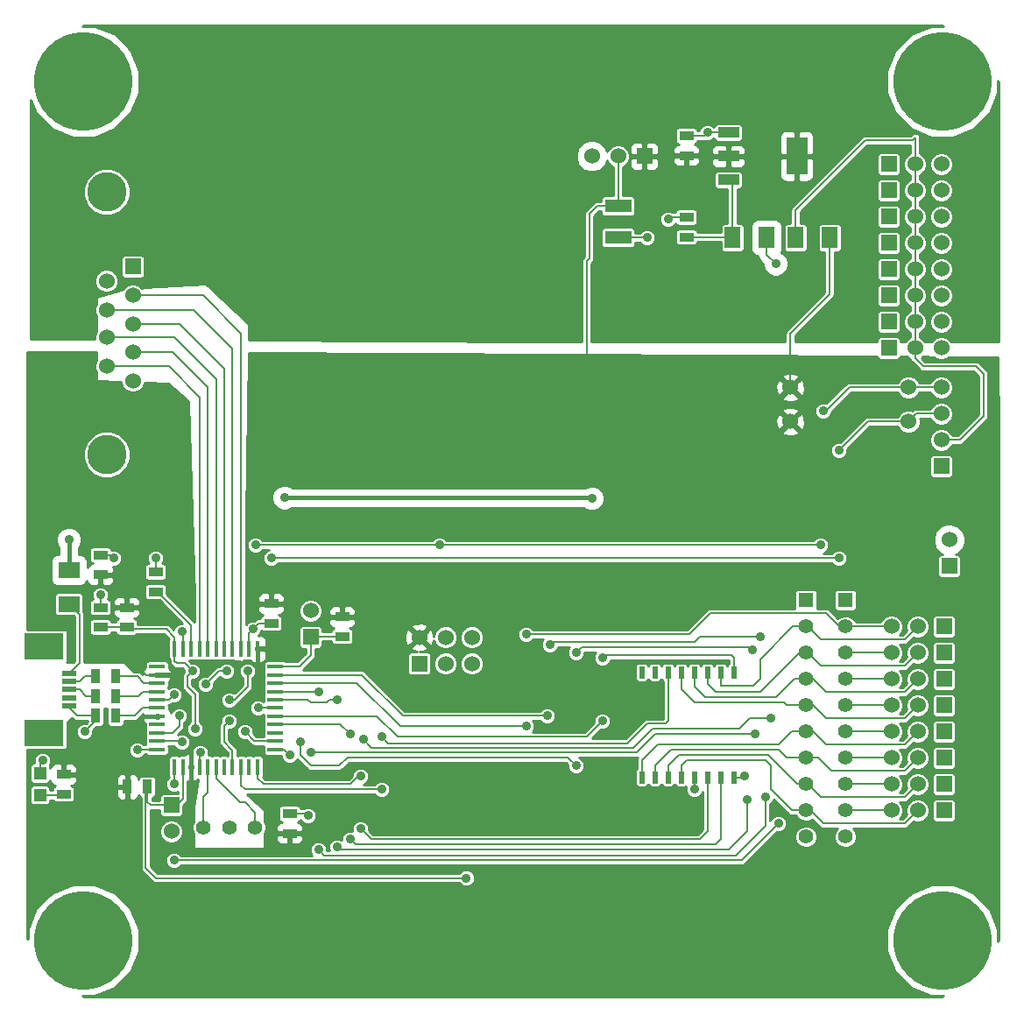
<source format=gtl>
G04 (created by PCBNEW (2013-05-31 BZR 4019)-stable) date 6/28/2014 2:34:58 PM*
%MOIN*%
G04 Gerber Fmt 3.4, Leading zero omitted, Abs format*
%FSLAX34Y34*%
G01*
G70*
G90*
G04 APERTURE LIST*
%ADD10C,0.00590551*%
%ADD11R,0.1496X0.0984*%
%ADD12R,0.0551X0.0197*%
%ADD13R,0.035X0.055*%
%ADD14R,0.055X0.035*%
%ADD15R,0.0472X0.0472*%
%ADD16R,0.1X0.05*%
%ADD17R,0.08X0.06*%
%ADD18R,0.016X0.06*%
%ADD19R,0.06X0.016*%
%ADD20C,0.055*%
%ADD21R,0.08X0.144*%
%ADD22R,0.08X0.04*%
%ADD23R,0.06X0.06*%
%ADD24C,0.06*%
%ADD25R,0.055X0.055*%
%ADD26R,0.02X0.045*%
%ADD27R,0.06X0.08*%
%ADD28C,0.15*%
%ADD29C,0.375*%
%ADD30C,0.035*%
%ADD31C,0.008*%
%ADD32C,0.015*%
%ADD33C,0.01*%
G04 APERTURE END LIST*
G54D10*
G54D11*
X31857Y-45154D03*
X31857Y-41846D03*
G54D12*
X32802Y-44130D03*
X32802Y-43815D03*
X32802Y-42870D03*
X32802Y-43185D03*
X32802Y-43500D03*
G54D13*
X34575Y-43000D03*
X33825Y-43000D03*
X34575Y-43750D03*
X33825Y-43750D03*
G54D14*
X32600Y-46725D03*
X32600Y-47475D03*
G54D13*
X35025Y-47200D03*
X35775Y-47200D03*
G54D15*
X31700Y-47513D03*
X31700Y-46687D03*
G54D13*
X34575Y-44500D03*
X33825Y-44500D03*
G54D16*
X53700Y-25100D03*
X53700Y-26300D03*
G54D14*
X34000Y-39125D03*
X34000Y-38375D03*
G54D17*
X32800Y-38950D03*
X32800Y-40250D03*
G54D18*
X38400Y-41950D03*
X38085Y-41950D03*
X37770Y-41950D03*
X37455Y-41950D03*
X37140Y-41950D03*
X36825Y-41950D03*
X38715Y-41950D03*
X39030Y-41950D03*
X39345Y-41950D03*
X39660Y-41950D03*
X39975Y-41950D03*
X38400Y-46450D03*
X38085Y-46450D03*
X37770Y-46450D03*
X37455Y-46450D03*
X37140Y-46450D03*
X36825Y-46450D03*
X38715Y-46450D03*
X39030Y-46450D03*
X39345Y-46450D03*
X39660Y-46450D03*
X39975Y-46450D03*
G54D19*
X36150Y-44200D03*
X40650Y-44200D03*
X36150Y-44515D03*
X40650Y-44515D03*
X40650Y-44830D03*
X36150Y-44830D03*
X36150Y-45145D03*
X40650Y-45145D03*
X40650Y-45460D03*
X36150Y-45460D03*
X36150Y-45775D03*
X40650Y-45775D03*
X40650Y-43885D03*
X36150Y-43885D03*
X36150Y-43570D03*
X40650Y-43570D03*
X40650Y-43255D03*
X36150Y-43255D03*
X36150Y-42940D03*
X40650Y-42940D03*
X40650Y-42625D03*
X36150Y-42625D03*
G54D20*
X37916Y-48750D03*
X39884Y-48750D03*
X38900Y-48750D03*
G54D14*
X56300Y-23175D03*
X56300Y-22425D03*
X56300Y-26275D03*
X56300Y-25525D03*
G54D21*
X60500Y-23200D03*
G54D22*
X57900Y-23200D03*
X57900Y-24100D03*
X57900Y-22300D03*
G54D23*
X54700Y-23200D03*
G54D24*
X53700Y-23200D03*
X52700Y-23200D03*
G54D23*
X66300Y-38800D03*
G54D24*
X66300Y-37800D03*
G54D23*
X36700Y-47900D03*
G54D24*
X36700Y-48900D03*
G54D14*
X43200Y-40725D03*
X43200Y-41475D03*
X41200Y-48975D03*
X41200Y-48225D03*
X40500Y-40225D03*
X40500Y-40975D03*
X35000Y-40375D03*
X35000Y-41125D03*
X34000Y-41125D03*
X34000Y-40375D03*
X36100Y-39775D03*
X36100Y-39025D03*
G54D25*
X60850Y-40100D03*
G54D20*
X60850Y-41100D03*
X60850Y-42100D03*
X60850Y-43100D03*
X60850Y-44100D03*
X60850Y-45100D03*
X60850Y-46100D03*
X60850Y-47100D03*
X60850Y-48100D03*
X60850Y-49100D03*
G54D25*
X62350Y-40100D03*
G54D20*
X62350Y-41100D03*
X62350Y-42100D03*
X62350Y-43100D03*
X62350Y-44100D03*
X62350Y-45100D03*
X62350Y-46100D03*
X62350Y-47100D03*
X62350Y-48100D03*
X62350Y-49100D03*
G54D24*
X60250Y-33300D03*
X64750Y-33300D03*
X60250Y-32000D03*
X64750Y-32000D03*
G54D23*
X66000Y-35000D03*
G54D24*
X66000Y-34000D03*
X66000Y-33000D03*
X66000Y-32000D03*
G54D26*
X54600Y-46850D03*
X55100Y-46850D03*
X55600Y-46850D03*
X56100Y-46850D03*
X56600Y-46850D03*
X57100Y-46850D03*
X57600Y-46850D03*
X58100Y-46850D03*
X58100Y-42850D03*
X57600Y-42850D03*
X57100Y-42850D03*
X56600Y-42850D03*
X56100Y-42850D03*
X55600Y-42850D03*
X55100Y-42850D03*
X54600Y-42850D03*
G54D23*
X66100Y-41100D03*
G54D24*
X65100Y-41100D03*
X64100Y-41100D03*
G54D23*
X66100Y-42100D03*
G54D24*
X65100Y-42100D03*
X64100Y-42100D03*
G54D23*
X66100Y-43100D03*
G54D24*
X65100Y-43100D03*
X64100Y-43100D03*
G54D23*
X66100Y-44100D03*
G54D24*
X65100Y-44100D03*
X64100Y-44100D03*
G54D23*
X66100Y-45100D03*
G54D24*
X65100Y-45100D03*
X64100Y-45100D03*
G54D23*
X66100Y-46100D03*
G54D24*
X65100Y-46100D03*
X64100Y-46100D03*
G54D23*
X66100Y-47100D03*
G54D24*
X65100Y-47100D03*
X64100Y-47100D03*
G54D23*
X66100Y-48100D03*
G54D24*
X65100Y-48100D03*
X64100Y-48100D03*
G54D23*
X42000Y-41500D03*
G54D24*
X42000Y-40500D03*
G54D27*
X59350Y-26300D03*
X58050Y-26300D03*
X60450Y-26300D03*
X61750Y-26300D03*
G54D23*
X64000Y-23500D03*
G54D24*
X65000Y-23500D03*
X66000Y-23500D03*
G54D23*
X64000Y-24500D03*
G54D24*
X65000Y-24500D03*
X66000Y-24500D03*
G54D23*
X64000Y-25500D03*
G54D24*
X65000Y-25500D03*
X66000Y-25500D03*
G54D23*
X64000Y-26500D03*
G54D24*
X65000Y-26500D03*
X66000Y-26500D03*
G54D23*
X64000Y-27500D03*
G54D24*
X65000Y-27500D03*
X66000Y-27500D03*
G54D23*
X64000Y-28500D03*
G54D24*
X65000Y-28500D03*
X66000Y-28500D03*
G54D23*
X64000Y-29500D03*
G54D24*
X65000Y-29500D03*
X66000Y-29500D03*
G54D23*
X64000Y-30500D03*
G54D24*
X65000Y-30500D03*
X66000Y-30500D03*
G54D28*
X34240Y-24550D03*
X34240Y-34550D03*
G54D23*
X35240Y-27400D03*
G54D24*
X35240Y-28500D03*
X35240Y-29600D03*
X35240Y-30650D03*
X35240Y-31750D03*
X34240Y-31200D03*
X34240Y-30100D03*
X34240Y-29050D03*
X34240Y-27950D03*
G54D29*
X66039Y-53039D03*
X66039Y-20362D03*
X33362Y-20362D03*
X33362Y-53039D03*
G54D23*
X46141Y-42515D03*
G54D24*
X46141Y-41515D03*
X47141Y-42515D03*
X47141Y-41515D03*
X48141Y-42515D03*
X48141Y-41515D03*
G54D30*
X37600Y-45000D03*
X37500Y-42800D03*
X39500Y-45100D03*
X44700Y-45300D03*
X44700Y-47300D03*
X43900Y-46800D03*
X43900Y-48800D03*
X43500Y-49200D03*
X43500Y-45200D03*
X53100Y-44700D03*
X53100Y-42300D03*
X47929Y-50677D03*
X46900Y-38000D03*
X38800Y-42800D03*
X61400Y-38000D03*
X39900Y-38000D03*
X61500Y-32900D03*
X37000Y-44500D03*
X38000Y-43300D03*
X39600Y-42800D03*
X62100Y-38500D03*
X40500Y-38500D03*
X62100Y-34400D03*
X38900Y-44700D03*
X38900Y-43900D03*
X59700Y-27300D03*
X41000Y-36200D03*
X52700Y-36220D03*
X32800Y-37800D03*
X50200Y-41400D03*
X50200Y-44900D03*
X51100Y-41800D03*
X51000Y-44500D03*
X59100Y-41500D03*
X52100Y-46400D03*
X52100Y-42100D03*
X37100Y-45500D03*
X41600Y-45500D03*
X58800Y-42000D03*
X44000Y-45400D03*
X59500Y-44600D03*
X35400Y-45800D03*
X58900Y-45200D03*
X40000Y-44200D03*
X42000Y-45900D03*
X43000Y-49500D03*
X43000Y-43900D03*
X58600Y-47700D03*
X42300Y-49600D03*
X42300Y-43600D03*
X59300Y-47600D03*
X36800Y-47100D03*
X36800Y-50000D03*
X59800Y-48600D03*
X39800Y-41200D03*
X36100Y-38500D03*
X34000Y-39900D03*
X34500Y-38500D03*
X57100Y-22300D03*
X54800Y-26300D03*
X55600Y-25600D03*
X37800Y-45900D03*
X31800Y-46200D03*
X33400Y-45100D03*
X37100Y-41300D03*
X36800Y-43700D03*
X41200Y-46000D03*
X41900Y-48300D03*
X56600Y-47300D03*
X58500Y-46800D03*
G54D31*
X36150Y-42940D02*
X35740Y-42940D01*
X35740Y-42940D02*
X35600Y-42800D01*
X53700Y-25100D02*
X53700Y-23200D01*
X53700Y-25100D02*
X52900Y-25100D01*
X52500Y-27200D02*
X52500Y-31300D01*
X52600Y-27100D02*
X52500Y-27200D01*
X52600Y-25400D02*
X52600Y-27100D01*
X52900Y-25100D02*
X52600Y-25400D01*
X61750Y-26300D02*
X61750Y-28450D01*
X60250Y-29950D02*
X60250Y-32000D01*
X61750Y-28450D02*
X60250Y-29950D01*
X34000Y-41125D02*
X35000Y-41125D01*
X35000Y-41125D02*
X35075Y-41200D01*
X35075Y-41200D02*
X36500Y-41200D01*
X36500Y-41200D02*
X36825Y-41525D01*
X36825Y-41525D02*
X36825Y-41950D01*
X36825Y-41950D02*
X36825Y-41825D01*
X36825Y-41950D02*
X36825Y-42425D01*
X36825Y-42425D02*
X36900Y-42500D01*
X37200Y-42500D02*
X37500Y-42800D01*
X36900Y-42500D02*
X37200Y-42500D01*
X37600Y-45000D02*
X37600Y-43700D01*
X37300Y-43000D02*
X37500Y-42800D01*
X37300Y-43400D02*
X37300Y-43000D01*
X37600Y-43700D02*
X37300Y-43400D01*
X40650Y-45460D02*
X39860Y-45460D01*
X39860Y-45460D02*
X39500Y-45100D01*
X36150Y-43570D02*
X35630Y-43570D01*
X35450Y-43750D02*
X34575Y-43750D01*
X35630Y-43570D02*
X35450Y-43750D01*
X36150Y-43255D02*
X35655Y-43255D01*
X35400Y-43000D02*
X34575Y-43000D01*
X35655Y-43255D02*
X35400Y-43000D01*
X55600Y-42850D02*
X55600Y-44700D01*
X44939Y-45539D02*
X44700Y-45300D01*
X54060Y-45539D02*
X44939Y-45539D01*
X54800Y-44800D02*
X54060Y-45539D01*
X55500Y-44800D02*
X54800Y-44800D01*
X55600Y-44700D02*
X55500Y-44800D01*
X44700Y-47300D02*
X39500Y-47300D01*
X39345Y-47145D02*
X39345Y-46450D01*
X39500Y-47300D02*
X39345Y-47145D01*
X43900Y-46800D02*
X43819Y-46800D01*
X39975Y-46875D02*
X39975Y-46450D01*
X40200Y-47100D02*
X39975Y-46875D01*
X43519Y-47100D02*
X40200Y-47100D01*
X43819Y-46800D02*
X43519Y-47100D01*
X57100Y-46850D02*
X57100Y-48900D01*
X44300Y-49200D02*
X43900Y-48800D01*
X56800Y-49200D02*
X44300Y-49200D01*
X57100Y-48900D02*
X56800Y-49200D01*
X57600Y-46850D02*
X57600Y-49200D01*
X43700Y-49400D02*
X43500Y-49200D01*
X57400Y-49400D02*
X43700Y-49400D01*
X57600Y-49200D02*
X57400Y-49400D01*
X40650Y-44830D02*
X43130Y-44830D01*
X43130Y-44830D02*
X43500Y-45200D01*
X40650Y-44515D02*
X44515Y-44515D01*
X52500Y-45300D02*
X53100Y-44700D01*
X45300Y-45300D02*
X52500Y-45300D01*
X44515Y-44515D02*
X45300Y-45300D01*
X58100Y-42850D02*
X58100Y-42300D01*
X53200Y-42200D02*
X53100Y-42300D01*
X58000Y-42200D02*
X53200Y-42200D01*
X58100Y-42300D02*
X58000Y-42200D01*
X34240Y-31200D02*
X36600Y-31200D01*
X37770Y-32370D02*
X37770Y-41950D01*
X36600Y-31200D02*
X37770Y-32370D01*
X38085Y-32500D02*
X38085Y-31985D01*
X36750Y-30650D02*
X35240Y-30650D01*
X38085Y-31985D02*
X36750Y-30650D01*
X38085Y-41950D02*
X38085Y-32500D01*
X34240Y-30100D02*
X36800Y-30100D01*
X36800Y-30100D02*
X38400Y-31700D01*
X38400Y-41950D02*
X38400Y-31700D01*
X35240Y-29600D02*
X37000Y-29600D01*
X38700Y-32000D02*
X38715Y-32000D01*
X38700Y-31300D02*
X38700Y-32000D01*
X37000Y-29600D02*
X38700Y-31300D01*
X38715Y-32000D02*
X38715Y-41950D01*
X34240Y-29050D02*
X37550Y-29050D01*
X37550Y-29050D02*
X39030Y-30530D01*
X39030Y-41950D02*
X39030Y-30530D01*
X35240Y-28500D02*
X37900Y-28500D01*
X39345Y-29945D02*
X39345Y-41950D01*
X37900Y-28500D02*
X39345Y-29945D01*
X31700Y-47513D02*
X32562Y-47513D01*
X32562Y-47513D02*
X32600Y-47475D01*
X35724Y-47250D02*
X35775Y-47200D01*
X35724Y-50283D02*
X35724Y-47250D01*
X36118Y-50677D02*
X35724Y-50283D01*
X47929Y-50677D02*
X36118Y-50677D01*
X36700Y-47900D02*
X35900Y-47900D01*
X35775Y-47775D02*
X35775Y-47200D01*
X35900Y-47900D02*
X35775Y-47775D01*
X36700Y-47900D02*
X36900Y-47900D01*
X37140Y-47660D02*
X37140Y-46450D01*
X36900Y-47900D02*
X37140Y-47660D01*
X38500Y-42800D02*
X38800Y-42800D01*
X39900Y-38000D02*
X46900Y-38000D01*
X46900Y-38000D02*
X61400Y-38000D01*
X64750Y-32000D02*
X62500Y-32000D01*
X61600Y-32900D02*
X61500Y-32900D01*
X62500Y-32000D02*
X61600Y-32900D01*
X36150Y-45145D02*
X36755Y-45145D01*
X36755Y-45145D02*
X37000Y-44900D01*
X37000Y-44900D02*
X37000Y-44500D01*
X38000Y-43300D02*
X38500Y-42800D01*
X66000Y-32000D02*
X64750Y-32000D01*
X38900Y-43900D02*
X39100Y-43900D01*
X39600Y-43400D02*
X39600Y-42800D01*
X39100Y-43900D02*
X39600Y-43400D01*
X39030Y-46450D02*
X39030Y-45830D01*
X38700Y-44900D02*
X38900Y-44700D01*
X38700Y-45500D02*
X38700Y-44900D01*
X39030Y-45830D02*
X38700Y-45500D01*
X40500Y-38500D02*
X62100Y-38500D01*
X64750Y-33300D02*
X63200Y-33300D01*
X63200Y-33300D02*
X62100Y-34400D01*
X66000Y-33000D02*
X65050Y-33000D01*
X65050Y-33000D02*
X64750Y-33300D01*
X32802Y-43185D02*
X33215Y-43185D01*
X33400Y-43000D02*
X33825Y-43000D01*
X33215Y-43185D02*
X33400Y-43000D01*
X33825Y-43750D02*
X33450Y-43750D01*
X33200Y-43500D02*
X32802Y-43500D01*
X33450Y-43750D02*
X33200Y-43500D01*
X32802Y-42870D02*
X32830Y-42870D01*
X33200Y-40650D02*
X32800Y-40250D01*
X33200Y-42500D02*
X33200Y-40650D01*
X32830Y-42870D02*
X33200Y-42500D01*
X59350Y-26950D02*
X59350Y-26300D01*
X59700Y-27300D02*
X59350Y-26950D01*
X66000Y-34000D02*
X66700Y-34000D01*
X65000Y-30900D02*
X65000Y-30500D01*
X65300Y-31200D02*
X65000Y-30900D01*
X67300Y-31200D02*
X65300Y-31200D01*
X67600Y-31500D02*
X67300Y-31200D01*
X67600Y-33100D02*
X67600Y-31500D01*
X66700Y-34000D02*
X67600Y-33100D01*
X65000Y-30500D02*
X65000Y-29500D01*
X65000Y-29500D02*
X65000Y-28500D01*
X65000Y-28500D02*
X65000Y-27500D01*
X65000Y-27500D02*
X65000Y-26500D01*
X65000Y-26500D02*
X65000Y-25500D01*
X65000Y-25500D02*
X65000Y-24500D01*
X65000Y-24500D02*
X65000Y-23500D01*
X65000Y-23500D02*
X65000Y-22500D01*
X65000Y-22500D02*
X64900Y-22600D01*
X64900Y-22600D02*
X63100Y-22600D01*
X63100Y-22600D02*
X60450Y-25250D01*
X60450Y-25250D02*
X60450Y-26300D01*
G54D32*
X41000Y-36200D02*
X52680Y-36200D01*
X52680Y-36200D02*
X52700Y-36220D01*
X32800Y-38950D02*
X32800Y-37800D01*
G54D31*
X47800Y-44900D02*
X50200Y-44900D01*
X56400Y-41400D02*
X50200Y-41400D01*
X62100Y-41100D02*
X61600Y-40600D01*
X62350Y-41100D02*
X62100Y-41100D01*
X57200Y-40600D02*
X56400Y-41400D01*
X61600Y-40600D02*
X57200Y-40600D01*
X40650Y-43255D02*
X43755Y-43255D01*
X45400Y-44900D02*
X47800Y-44900D01*
X43755Y-43255D02*
X45400Y-44900D01*
X62350Y-41100D02*
X64100Y-41100D01*
X46900Y-44500D02*
X51000Y-44500D01*
X51200Y-41700D02*
X52500Y-41700D01*
X51100Y-41800D02*
X51200Y-41700D01*
X56600Y-41700D02*
X52500Y-41700D01*
X59100Y-41500D02*
X56800Y-41500D01*
X56800Y-41500D02*
X56600Y-41700D01*
X40650Y-42940D02*
X43940Y-42940D01*
X43940Y-42940D02*
X45500Y-44500D01*
X45500Y-44500D02*
X46900Y-44500D01*
X62350Y-42100D02*
X64100Y-42100D01*
X42000Y-46400D02*
X43080Y-46400D01*
X51780Y-46080D02*
X52100Y-46400D01*
X43400Y-46080D02*
X51780Y-46080D01*
X43080Y-46400D02*
X43400Y-46080D01*
X52300Y-41900D02*
X58700Y-41900D01*
X58700Y-41900D02*
X58800Y-42000D01*
X41600Y-45500D02*
X41600Y-46000D01*
X41600Y-46000D02*
X42000Y-46400D01*
X52100Y-42100D02*
X52300Y-41900D01*
X37060Y-45460D02*
X36150Y-45460D01*
X37100Y-45500D02*
X37060Y-45460D01*
X62350Y-43100D02*
X64100Y-43100D01*
X59500Y-44600D02*
X58700Y-44600D01*
X44319Y-45719D02*
X44000Y-45400D01*
X54280Y-45719D02*
X44319Y-45719D01*
X55000Y-45000D02*
X54280Y-45719D01*
X58300Y-45000D02*
X55000Y-45000D01*
X58700Y-44600D02*
X58300Y-45000D01*
X35425Y-45775D02*
X36150Y-45775D01*
X35400Y-45800D02*
X35425Y-45775D01*
X62350Y-44100D02*
X64100Y-44100D01*
X42000Y-45900D02*
X54400Y-45900D01*
X54400Y-45900D02*
X55100Y-45200D01*
X55100Y-45200D02*
X58900Y-45200D01*
X40000Y-44200D02*
X40650Y-44200D01*
X62350Y-45100D02*
X64100Y-45100D01*
X58600Y-47700D02*
X58600Y-48900D01*
X43100Y-49600D02*
X43000Y-49500D01*
X57900Y-49600D02*
X43100Y-49600D01*
X58600Y-48900D02*
X57900Y-49600D01*
X40650Y-43885D02*
X41885Y-43885D01*
X41885Y-43885D02*
X42000Y-44000D01*
X42000Y-44000D02*
X42600Y-44000D01*
X42600Y-44000D02*
X42700Y-43900D01*
X42700Y-43900D02*
X43000Y-43900D01*
X62350Y-46100D02*
X64100Y-46100D01*
X59300Y-47600D02*
X59300Y-48700D01*
X42519Y-49819D02*
X42300Y-49600D01*
X58180Y-49819D02*
X42519Y-49819D01*
X59300Y-48700D02*
X58180Y-49819D01*
X42300Y-43600D02*
X42300Y-43570D01*
X40650Y-43570D02*
X42300Y-43570D01*
X62350Y-47100D02*
X64100Y-47100D01*
X36800Y-50000D02*
X58400Y-50000D01*
X58400Y-50000D02*
X59800Y-48600D01*
X36825Y-47075D02*
X36825Y-46450D01*
X36800Y-47100D02*
X36825Y-47075D01*
X62350Y-48100D02*
X64100Y-48100D01*
X43200Y-41475D02*
X42025Y-41475D01*
X42025Y-41475D02*
X42000Y-41500D01*
X40650Y-42625D02*
X41575Y-42625D01*
X42000Y-42200D02*
X42000Y-41500D01*
X41575Y-42625D02*
X42000Y-42200D01*
X60850Y-41100D02*
X60900Y-41100D01*
X60900Y-41100D02*
X61400Y-41600D01*
X57600Y-43350D02*
X58850Y-43350D01*
X59100Y-43100D02*
X59100Y-42350D01*
X58850Y-43350D02*
X59100Y-43100D01*
X60350Y-41100D02*
X60850Y-41100D01*
X59100Y-42350D02*
X60350Y-41100D01*
X57600Y-42850D02*
X57600Y-43350D01*
X64600Y-41600D02*
X65100Y-41100D01*
X61400Y-41600D02*
X64600Y-41600D01*
X57100Y-42850D02*
X57100Y-43300D01*
X59100Y-43600D02*
X60600Y-42100D01*
X57400Y-43600D02*
X59100Y-43600D01*
X57100Y-43300D02*
X57400Y-43600D01*
X64600Y-42600D02*
X65100Y-42100D01*
X61400Y-42600D02*
X64600Y-42600D01*
X60850Y-42100D02*
X60900Y-42100D01*
X60900Y-42100D02*
X61400Y-42600D01*
X60850Y-42100D02*
X60600Y-42100D01*
X56600Y-42850D02*
X56600Y-43400D01*
X60400Y-43100D02*
X60850Y-43100D01*
X59700Y-43800D02*
X60400Y-43100D01*
X57000Y-43800D02*
X59700Y-43800D01*
X56600Y-43400D02*
X57000Y-43800D01*
X60850Y-43100D02*
X61100Y-43100D01*
X61100Y-43100D02*
X61600Y-43600D01*
X61600Y-43600D02*
X64600Y-43600D01*
X64600Y-43600D02*
X65100Y-43100D01*
X56100Y-42850D02*
X56100Y-43500D01*
X60100Y-44100D02*
X60850Y-44100D01*
X60000Y-44000D02*
X60100Y-44100D01*
X56600Y-44000D02*
X60000Y-44000D01*
X56100Y-43500D02*
X56600Y-44000D01*
X60850Y-44100D02*
X61100Y-44100D01*
X61100Y-44100D02*
X61600Y-44600D01*
X64600Y-44600D02*
X65100Y-44100D01*
X61600Y-44600D02*
X64600Y-44600D01*
X54600Y-46850D02*
X54600Y-46200D01*
X60300Y-45100D02*
X60850Y-45100D01*
X59800Y-45600D02*
X60300Y-45100D01*
X55200Y-45600D02*
X59800Y-45600D01*
X54600Y-46200D02*
X55200Y-45600D01*
X60850Y-45100D02*
X61100Y-45100D01*
X61100Y-45100D02*
X61600Y-45600D01*
X64600Y-45600D02*
X65100Y-45100D01*
X61600Y-45600D02*
X64600Y-45600D01*
X55100Y-46850D02*
X55100Y-46400D01*
X60100Y-46100D02*
X60850Y-46100D01*
X59800Y-45800D02*
X60100Y-46100D01*
X55700Y-45800D02*
X59800Y-45800D01*
X55100Y-46400D02*
X55700Y-45800D01*
X60850Y-46100D02*
X61300Y-46100D01*
X64600Y-46600D02*
X65100Y-46100D01*
X61800Y-46600D02*
X64600Y-46600D01*
X61300Y-46100D02*
X61800Y-46600D01*
X55600Y-46850D02*
X55600Y-46400D01*
X60500Y-47100D02*
X60850Y-47100D01*
X59400Y-46000D02*
X60500Y-47100D01*
X56000Y-46000D02*
X59400Y-46000D01*
X55600Y-46400D02*
X56000Y-46000D01*
X60850Y-47100D02*
X60900Y-47100D01*
X60900Y-47100D02*
X61400Y-47600D01*
X64600Y-47600D02*
X65100Y-47100D01*
X61400Y-47600D02*
X64600Y-47600D01*
X56100Y-46850D02*
X56100Y-46400D01*
X59300Y-46200D02*
X59500Y-46400D01*
X56300Y-46200D02*
X59300Y-46200D01*
X56100Y-46400D02*
X56300Y-46200D01*
X64600Y-48600D02*
X65100Y-48100D01*
X61500Y-48600D02*
X64600Y-48600D01*
X60850Y-48100D02*
X61000Y-48100D01*
X61000Y-48100D02*
X61500Y-48600D01*
X60850Y-48100D02*
X60300Y-48100D01*
X59500Y-47300D02*
X59500Y-46400D01*
X60300Y-48100D02*
X59500Y-47300D01*
X40500Y-40975D02*
X40025Y-40975D01*
X39660Y-41340D02*
X39800Y-41200D01*
X39660Y-41340D02*
X39660Y-41950D01*
X40025Y-40975D02*
X39800Y-41200D01*
X36100Y-39025D02*
X36100Y-38500D01*
X34000Y-40375D02*
X34000Y-39900D01*
X34000Y-38375D02*
X34375Y-38375D01*
X34375Y-38375D02*
X34500Y-38500D01*
X56300Y-22425D02*
X56975Y-22425D01*
X57100Y-22300D02*
X57900Y-22300D01*
X56975Y-22425D02*
X57100Y-22300D01*
X53700Y-26300D02*
X54800Y-26300D01*
X56300Y-25525D02*
X55675Y-25525D01*
X55675Y-25525D02*
X55600Y-25600D01*
X37770Y-46450D02*
X37770Y-45930D01*
X37770Y-45930D02*
X37800Y-45900D01*
X31700Y-46687D02*
X31700Y-46300D01*
X31700Y-46300D02*
X31800Y-46200D01*
X33825Y-44500D02*
X33825Y-44675D01*
X33825Y-44675D02*
X33400Y-45100D01*
X37140Y-41950D02*
X37140Y-41340D01*
X37140Y-41340D02*
X37100Y-41300D01*
X36150Y-43885D02*
X36615Y-43885D01*
X36615Y-43885D02*
X36800Y-43700D01*
X32802Y-44130D02*
X32802Y-44202D01*
X33100Y-44500D02*
X33825Y-44500D01*
X32802Y-44202D02*
X33100Y-44500D01*
X40650Y-45775D02*
X40975Y-45775D01*
X40975Y-45775D02*
X41200Y-46000D01*
X41200Y-48225D02*
X41825Y-48225D01*
X41825Y-48225D02*
X41900Y-48300D01*
X56600Y-46850D02*
X56600Y-47300D01*
X58100Y-46850D02*
X58450Y-46850D01*
X58450Y-46850D02*
X58500Y-46800D01*
X37455Y-41950D02*
X37455Y-41055D01*
X36175Y-39775D02*
X36100Y-39775D01*
X37455Y-41055D02*
X36175Y-39775D01*
X38400Y-46900D02*
X39300Y-47800D01*
X38400Y-46450D02*
X38400Y-46900D01*
X39500Y-47800D02*
X39884Y-48184D01*
X39300Y-47800D02*
X39500Y-47800D01*
X39884Y-48184D02*
X39884Y-48750D01*
X37916Y-48750D02*
X37916Y-47584D01*
X38085Y-47415D02*
X38085Y-46450D01*
X37916Y-47584D02*
X38085Y-47415D01*
X36150Y-44200D02*
X35600Y-44200D01*
X35300Y-44500D02*
X34575Y-44500D01*
X35600Y-44200D02*
X35300Y-44500D01*
X56300Y-26275D02*
X58025Y-26275D01*
X58025Y-26275D02*
X58050Y-26300D01*
X58050Y-26300D02*
X58050Y-24250D01*
X58050Y-24250D02*
X57900Y-24100D01*
G54D10*
G36*
X68176Y-53021D02*
X68164Y-53082D01*
X68164Y-52618D01*
X67841Y-51837D01*
X67244Y-51238D01*
X66900Y-51095D01*
X66900Y-37681D01*
X66808Y-37460D01*
X66640Y-37291D01*
X66450Y-37212D01*
X66450Y-35270D01*
X66450Y-34670D01*
X66427Y-34615D01*
X66385Y-34572D01*
X66329Y-34550D01*
X66270Y-34549D01*
X65670Y-34549D01*
X65615Y-34572D01*
X65572Y-34614D01*
X65550Y-34670D01*
X65549Y-34729D01*
X65549Y-35329D01*
X65572Y-35384D01*
X65614Y-35427D01*
X65670Y-35449D01*
X65729Y-35450D01*
X66329Y-35450D01*
X66384Y-35427D01*
X66427Y-35385D01*
X66449Y-35329D01*
X66450Y-35270D01*
X66450Y-37212D01*
X66419Y-37200D01*
X66181Y-37199D01*
X65960Y-37291D01*
X65791Y-37459D01*
X65700Y-37680D01*
X65699Y-37918D01*
X65791Y-38139D01*
X65959Y-38308D01*
X66059Y-38349D01*
X65970Y-38349D01*
X65915Y-38372D01*
X65872Y-38414D01*
X65850Y-38470D01*
X65849Y-38529D01*
X65849Y-39129D01*
X65872Y-39184D01*
X65914Y-39227D01*
X65970Y-39249D01*
X66029Y-39250D01*
X66629Y-39250D01*
X66684Y-39227D01*
X66727Y-39185D01*
X66749Y-39129D01*
X66750Y-39070D01*
X66750Y-38470D01*
X66727Y-38415D01*
X66685Y-38372D01*
X66629Y-38350D01*
X66570Y-38349D01*
X66540Y-38349D01*
X66639Y-38308D01*
X66808Y-38140D01*
X66899Y-37919D01*
X66900Y-37681D01*
X66900Y-51095D01*
X66550Y-50950D01*
X66550Y-48370D01*
X66550Y-47770D01*
X66550Y-47370D01*
X66550Y-46770D01*
X66550Y-46370D01*
X66550Y-45770D01*
X66550Y-45370D01*
X66550Y-44770D01*
X66550Y-44370D01*
X66550Y-43770D01*
X66550Y-43370D01*
X66550Y-42770D01*
X66550Y-42370D01*
X66550Y-41770D01*
X66550Y-41370D01*
X66550Y-40770D01*
X66527Y-40715D01*
X66485Y-40672D01*
X66429Y-40650D01*
X66370Y-40649D01*
X65770Y-40649D01*
X65715Y-40672D01*
X65672Y-40714D01*
X65650Y-40770D01*
X65649Y-40829D01*
X65649Y-41429D01*
X65672Y-41484D01*
X65714Y-41527D01*
X65770Y-41549D01*
X65829Y-41550D01*
X66429Y-41550D01*
X66484Y-41527D01*
X66527Y-41485D01*
X66549Y-41429D01*
X66550Y-41370D01*
X66550Y-41770D01*
X66527Y-41715D01*
X66485Y-41672D01*
X66429Y-41650D01*
X66370Y-41649D01*
X65770Y-41649D01*
X65715Y-41672D01*
X65672Y-41714D01*
X65650Y-41770D01*
X65649Y-41829D01*
X65649Y-42429D01*
X65672Y-42484D01*
X65714Y-42527D01*
X65770Y-42549D01*
X65829Y-42550D01*
X66429Y-42550D01*
X66484Y-42527D01*
X66527Y-42485D01*
X66549Y-42429D01*
X66550Y-42370D01*
X66550Y-42770D01*
X66527Y-42715D01*
X66485Y-42672D01*
X66429Y-42650D01*
X66370Y-42649D01*
X65770Y-42649D01*
X65715Y-42672D01*
X65672Y-42714D01*
X65650Y-42770D01*
X65649Y-42829D01*
X65649Y-43429D01*
X65672Y-43484D01*
X65714Y-43527D01*
X65770Y-43549D01*
X65829Y-43550D01*
X66429Y-43550D01*
X66484Y-43527D01*
X66527Y-43485D01*
X66549Y-43429D01*
X66550Y-43370D01*
X66550Y-43770D01*
X66527Y-43715D01*
X66485Y-43672D01*
X66429Y-43650D01*
X66370Y-43649D01*
X65770Y-43649D01*
X65715Y-43672D01*
X65672Y-43714D01*
X65650Y-43770D01*
X65649Y-43829D01*
X65649Y-44429D01*
X65672Y-44484D01*
X65714Y-44527D01*
X65770Y-44549D01*
X65829Y-44550D01*
X66429Y-44550D01*
X66484Y-44527D01*
X66527Y-44485D01*
X66549Y-44429D01*
X66550Y-44370D01*
X66550Y-44770D01*
X66527Y-44715D01*
X66485Y-44672D01*
X66429Y-44650D01*
X66370Y-44649D01*
X65770Y-44649D01*
X65715Y-44672D01*
X65672Y-44714D01*
X65650Y-44770D01*
X65649Y-44829D01*
X65649Y-45429D01*
X65672Y-45484D01*
X65714Y-45527D01*
X65770Y-45549D01*
X65829Y-45550D01*
X66429Y-45550D01*
X66484Y-45527D01*
X66527Y-45485D01*
X66549Y-45429D01*
X66550Y-45370D01*
X66550Y-45770D01*
X66527Y-45715D01*
X66485Y-45672D01*
X66429Y-45650D01*
X66370Y-45649D01*
X65770Y-45649D01*
X65715Y-45672D01*
X65672Y-45714D01*
X65650Y-45770D01*
X65649Y-45829D01*
X65649Y-46429D01*
X65672Y-46484D01*
X65714Y-46527D01*
X65770Y-46549D01*
X65829Y-46550D01*
X66429Y-46550D01*
X66484Y-46527D01*
X66527Y-46485D01*
X66549Y-46429D01*
X66550Y-46370D01*
X66550Y-46770D01*
X66527Y-46715D01*
X66485Y-46672D01*
X66429Y-46650D01*
X66370Y-46649D01*
X65770Y-46649D01*
X65715Y-46672D01*
X65672Y-46714D01*
X65650Y-46770D01*
X65649Y-46829D01*
X65649Y-47429D01*
X65672Y-47484D01*
X65714Y-47527D01*
X65770Y-47549D01*
X65829Y-47550D01*
X66429Y-47550D01*
X66484Y-47527D01*
X66527Y-47485D01*
X66549Y-47429D01*
X66550Y-47370D01*
X66550Y-47770D01*
X66527Y-47715D01*
X66485Y-47672D01*
X66429Y-47650D01*
X66370Y-47649D01*
X65770Y-47649D01*
X65715Y-47672D01*
X65672Y-47714D01*
X65650Y-47770D01*
X65649Y-47829D01*
X65649Y-48429D01*
X65672Y-48484D01*
X65714Y-48527D01*
X65770Y-48549D01*
X65829Y-48550D01*
X66429Y-48550D01*
X66484Y-48527D01*
X66527Y-48485D01*
X66549Y-48429D01*
X66550Y-48370D01*
X66550Y-50950D01*
X66463Y-50914D01*
X65618Y-50914D01*
X65550Y-50942D01*
X65550Y-48010D01*
X65481Y-47845D01*
X65355Y-47718D01*
X65189Y-47650D01*
X65010Y-47649D01*
X64845Y-47718D01*
X64718Y-47844D01*
X64650Y-48010D01*
X64649Y-48189D01*
X64676Y-48254D01*
X64521Y-48410D01*
X64426Y-48410D01*
X64481Y-48355D01*
X64549Y-48189D01*
X64550Y-48010D01*
X64481Y-47845D01*
X64426Y-47790D01*
X64600Y-47790D01*
X64672Y-47775D01*
X64734Y-47734D01*
X64945Y-47523D01*
X65010Y-47549D01*
X65189Y-47550D01*
X65354Y-47481D01*
X65481Y-47355D01*
X65549Y-47189D01*
X65550Y-47010D01*
X65481Y-46845D01*
X65355Y-46718D01*
X65189Y-46650D01*
X65010Y-46649D01*
X64845Y-46718D01*
X64718Y-46844D01*
X64650Y-47010D01*
X64649Y-47189D01*
X64676Y-47254D01*
X64521Y-47410D01*
X64426Y-47410D01*
X64481Y-47355D01*
X64549Y-47189D01*
X64550Y-47010D01*
X64481Y-46845D01*
X64426Y-46790D01*
X64600Y-46790D01*
X64672Y-46775D01*
X64734Y-46734D01*
X64945Y-46523D01*
X65010Y-46549D01*
X65189Y-46550D01*
X65354Y-46481D01*
X65481Y-46355D01*
X65549Y-46189D01*
X65550Y-46010D01*
X65481Y-45845D01*
X65355Y-45718D01*
X65189Y-45650D01*
X65010Y-45649D01*
X64845Y-45718D01*
X64718Y-45844D01*
X64650Y-46010D01*
X64649Y-46189D01*
X64676Y-46254D01*
X64521Y-46410D01*
X64426Y-46410D01*
X64481Y-46355D01*
X64549Y-46189D01*
X64550Y-46010D01*
X64481Y-45845D01*
X64426Y-45790D01*
X64600Y-45790D01*
X64672Y-45775D01*
X64734Y-45734D01*
X64945Y-45523D01*
X65010Y-45549D01*
X65189Y-45550D01*
X65354Y-45481D01*
X65481Y-45355D01*
X65549Y-45189D01*
X65550Y-45010D01*
X65481Y-44845D01*
X65355Y-44718D01*
X65189Y-44650D01*
X65010Y-44649D01*
X64845Y-44718D01*
X64718Y-44844D01*
X64650Y-45010D01*
X64649Y-45189D01*
X64676Y-45254D01*
X64521Y-45410D01*
X64426Y-45410D01*
X64481Y-45355D01*
X64549Y-45189D01*
X64550Y-45010D01*
X64481Y-44845D01*
X64426Y-44790D01*
X64600Y-44790D01*
X64672Y-44775D01*
X64734Y-44734D01*
X64945Y-44523D01*
X65010Y-44549D01*
X65189Y-44550D01*
X65354Y-44481D01*
X65481Y-44355D01*
X65549Y-44189D01*
X65550Y-44010D01*
X65481Y-43845D01*
X65355Y-43718D01*
X65189Y-43650D01*
X65010Y-43649D01*
X64845Y-43718D01*
X64718Y-43844D01*
X64650Y-44010D01*
X64649Y-44189D01*
X64676Y-44254D01*
X64521Y-44410D01*
X64426Y-44410D01*
X64481Y-44355D01*
X64549Y-44189D01*
X64550Y-44010D01*
X64481Y-43845D01*
X64426Y-43790D01*
X64600Y-43790D01*
X64672Y-43775D01*
X64734Y-43734D01*
X64945Y-43523D01*
X65010Y-43549D01*
X65189Y-43550D01*
X65354Y-43481D01*
X65481Y-43355D01*
X65549Y-43189D01*
X65550Y-43010D01*
X65481Y-42845D01*
X65355Y-42718D01*
X65189Y-42650D01*
X65010Y-42649D01*
X64845Y-42718D01*
X64718Y-42844D01*
X64650Y-43010D01*
X64649Y-43189D01*
X64676Y-43254D01*
X64521Y-43410D01*
X64426Y-43410D01*
X64481Y-43355D01*
X64549Y-43189D01*
X64550Y-43010D01*
X64481Y-42845D01*
X64426Y-42790D01*
X64600Y-42790D01*
X64672Y-42775D01*
X64734Y-42734D01*
X64945Y-42523D01*
X65010Y-42549D01*
X65189Y-42550D01*
X65354Y-42481D01*
X65481Y-42355D01*
X65549Y-42189D01*
X65550Y-42010D01*
X65481Y-41845D01*
X65355Y-41718D01*
X65189Y-41650D01*
X65010Y-41649D01*
X64845Y-41718D01*
X64718Y-41844D01*
X64650Y-42010D01*
X64649Y-42189D01*
X64676Y-42254D01*
X64521Y-42410D01*
X64426Y-42410D01*
X64481Y-42355D01*
X64549Y-42189D01*
X64550Y-42010D01*
X64481Y-41845D01*
X64426Y-41790D01*
X64600Y-41790D01*
X64672Y-41775D01*
X64734Y-41734D01*
X64945Y-41523D01*
X65010Y-41549D01*
X65189Y-41550D01*
X65354Y-41481D01*
X65481Y-41355D01*
X65549Y-41189D01*
X65550Y-41010D01*
X65481Y-40845D01*
X65355Y-40718D01*
X65189Y-40650D01*
X65010Y-40649D01*
X64845Y-40718D01*
X64718Y-40844D01*
X64650Y-41010D01*
X64649Y-41189D01*
X64676Y-41254D01*
X64521Y-41410D01*
X64426Y-41410D01*
X64481Y-41355D01*
X64549Y-41189D01*
X64550Y-41010D01*
X64481Y-40845D01*
X64355Y-40718D01*
X64189Y-40650D01*
X64010Y-40649D01*
X63845Y-40718D01*
X63718Y-40844D01*
X63691Y-40910D01*
X62775Y-40910D01*
X62775Y-40345D01*
X62775Y-39795D01*
X62752Y-39740D01*
X62710Y-39697D01*
X62654Y-39675D01*
X62595Y-39674D01*
X62425Y-39674D01*
X62425Y-38435D01*
X62375Y-38316D01*
X62284Y-38224D01*
X62164Y-38175D01*
X62035Y-38174D01*
X61916Y-38224D01*
X61830Y-38310D01*
X61500Y-38310D01*
X61583Y-38275D01*
X61675Y-38184D01*
X61724Y-38064D01*
X61725Y-37935D01*
X61675Y-37816D01*
X61584Y-37724D01*
X61464Y-37675D01*
X61335Y-37674D01*
X61216Y-37724D01*
X61130Y-37810D01*
X60804Y-37810D01*
X60804Y-33381D01*
X60804Y-32081D01*
X60793Y-31863D01*
X60731Y-31712D01*
X60635Y-31684D01*
X60565Y-31755D01*
X60565Y-31614D01*
X60537Y-31518D01*
X60331Y-31445D01*
X60113Y-31456D01*
X59962Y-31518D01*
X59934Y-31614D01*
X60250Y-31929D01*
X60565Y-31614D01*
X60565Y-31755D01*
X60320Y-32000D01*
X60635Y-32315D01*
X60731Y-32287D01*
X60804Y-32081D01*
X60804Y-33381D01*
X60793Y-33163D01*
X60731Y-33012D01*
X60635Y-32984D01*
X60565Y-33055D01*
X60565Y-32914D01*
X60565Y-32385D01*
X60250Y-32070D01*
X60179Y-32141D01*
X60179Y-32000D01*
X59864Y-31684D01*
X59768Y-31712D01*
X59695Y-31918D01*
X59706Y-32136D01*
X59768Y-32287D01*
X59864Y-32315D01*
X60179Y-32000D01*
X60179Y-32141D01*
X59934Y-32385D01*
X59962Y-32481D01*
X60168Y-32554D01*
X60386Y-32543D01*
X60537Y-32481D01*
X60565Y-32385D01*
X60565Y-32914D01*
X60537Y-32818D01*
X60331Y-32745D01*
X60113Y-32756D01*
X59962Y-32818D01*
X59934Y-32914D01*
X60250Y-33229D01*
X60565Y-32914D01*
X60565Y-33055D01*
X60320Y-33300D01*
X60635Y-33615D01*
X60731Y-33587D01*
X60804Y-33381D01*
X60804Y-37810D01*
X60565Y-37810D01*
X60565Y-33685D01*
X60250Y-33370D01*
X60179Y-33441D01*
X60179Y-33300D01*
X59864Y-32984D01*
X59768Y-33012D01*
X59695Y-33218D01*
X59706Y-33436D01*
X59768Y-33587D01*
X59864Y-33615D01*
X60179Y-33300D01*
X60179Y-33441D01*
X59934Y-33685D01*
X59962Y-33781D01*
X60168Y-33854D01*
X60386Y-33843D01*
X60537Y-33781D01*
X60565Y-33685D01*
X60565Y-37810D01*
X53175Y-37810D01*
X53175Y-36125D01*
X53102Y-35951D01*
X52969Y-35817D01*
X52794Y-35745D01*
X52605Y-35744D01*
X52431Y-35817D01*
X52423Y-35825D01*
X41296Y-35825D01*
X41269Y-35797D01*
X41094Y-35725D01*
X40905Y-35724D01*
X40731Y-35797D01*
X40597Y-35930D01*
X40525Y-36105D01*
X40524Y-36294D01*
X40597Y-36468D01*
X40730Y-36602D01*
X40905Y-36674D01*
X41094Y-36675D01*
X41268Y-36602D01*
X41296Y-36575D01*
X52383Y-36575D01*
X52430Y-36622D01*
X52605Y-36694D01*
X52794Y-36695D01*
X52968Y-36622D01*
X53102Y-36489D01*
X53174Y-36314D01*
X53175Y-36125D01*
X53175Y-37810D01*
X47169Y-37810D01*
X47084Y-37724D01*
X46964Y-37675D01*
X46835Y-37674D01*
X46716Y-37724D01*
X46630Y-37810D01*
X40169Y-37810D01*
X40084Y-37724D01*
X39964Y-37675D01*
X39835Y-37674D01*
X39716Y-37724D01*
X39624Y-37815D01*
X39575Y-37935D01*
X39574Y-38064D01*
X39624Y-38183D01*
X39715Y-38275D01*
X39835Y-38324D01*
X39964Y-38325D01*
X40083Y-38275D01*
X40169Y-38190D01*
X40399Y-38190D01*
X40316Y-38224D01*
X40224Y-38315D01*
X40175Y-38435D01*
X40174Y-38564D01*
X40224Y-38683D01*
X40315Y-38775D01*
X40435Y-38824D01*
X40564Y-38825D01*
X40683Y-38775D01*
X40769Y-38690D01*
X61830Y-38690D01*
X61915Y-38775D01*
X62035Y-38824D01*
X62164Y-38825D01*
X62283Y-38775D01*
X62375Y-38684D01*
X62424Y-38564D01*
X62425Y-38435D01*
X62425Y-39674D01*
X62045Y-39674D01*
X61990Y-39697D01*
X61947Y-39739D01*
X61925Y-39795D01*
X61924Y-39854D01*
X61924Y-40404D01*
X61947Y-40459D01*
X61989Y-40502D01*
X62045Y-40524D01*
X62104Y-40525D01*
X62654Y-40525D01*
X62709Y-40502D01*
X62752Y-40460D01*
X62774Y-40404D01*
X62775Y-40345D01*
X62775Y-40910D01*
X62731Y-40910D01*
X62710Y-40859D01*
X62591Y-40739D01*
X62434Y-40675D01*
X62265Y-40674D01*
X62109Y-40739D01*
X62058Y-40790D01*
X61734Y-40465D01*
X61672Y-40424D01*
X61600Y-40410D01*
X61272Y-40410D01*
X61274Y-40404D01*
X61275Y-40345D01*
X61275Y-39795D01*
X61252Y-39740D01*
X61210Y-39697D01*
X61154Y-39675D01*
X61095Y-39674D01*
X60545Y-39674D01*
X60490Y-39697D01*
X60447Y-39739D01*
X60425Y-39795D01*
X60424Y-39854D01*
X60424Y-40404D01*
X60427Y-40410D01*
X57200Y-40410D01*
X57199Y-40410D01*
X57185Y-40412D01*
X57127Y-40424D01*
X57065Y-40465D01*
X57065Y-40465D01*
X56321Y-41210D01*
X50469Y-41210D01*
X50384Y-41124D01*
X50264Y-41075D01*
X50135Y-41074D01*
X50016Y-41124D01*
X49924Y-41215D01*
X49875Y-41335D01*
X49874Y-41464D01*
X49924Y-41583D01*
X50015Y-41675D01*
X50135Y-41724D01*
X50264Y-41725D01*
X50383Y-41675D01*
X50469Y-41590D01*
X50850Y-41590D01*
X50824Y-41615D01*
X50775Y-41735D01*
X50774Y-41864D01*
X50824Y-41983D01*
X50915Y-42075D01*
X51035Y-42124D01*
X51164Y-42125D01*
X51283Y-42075D01*
X51375Y-41984D01*
X51414Y-41890D01*
X51850Y-41890D01*
X51824Y-41915D01*
X51775Y-42035D01*
X51774Y-42164D01*
X51824Y-42283D01*
X51915Y-42375D01*
X52035Y-42424D01*
X52164Y-42425D01*
X52283Y-42375D01*
X52375Y-42284D01*
X52424Y-42164D01*
X52425Y-42090D01*
X52850Y-42090D01*
X52824Y-42115D01*
X52775Y-42235D01*
X52774Y-42364D01*
X52824Y-42483D01*
X52915Y-42575D01*
X53035Y-42624D01*
X53164Y-42625D01*
X53283Y-42575D01*
X53375Y-42484D01*
X53414Y-42390D01*
X57910Y-42390D01*
X57910Y-42502D01*
X57872Y-42539D01*
X57850Y-42595D01*
X57850Y-42595D01*
X57827Y-42540D01*
X57785Y-42497D01*
X57729Y-42475D01*
X57670Y-42474D01*
X57470Y-42474D01*
X57415Y-42497D01*
X57372Y-42539D01*
X57350Y-42595D01*
X57350Y-42595D01*
X57327Y-42540D01*
X57285Y-42497D01*
X57229Y-42475D01*
X57170Y-42474D01*
X56970Y-42474D01*
X56915Y-42497D01*
X56872Y-42539D01*
X56850Y-42595D01*
X56850Y-42595D01*
X56827Y-42540D01*
X56785Y-42497D01*
X56729Y-42475D01*
X56670Y-42474D01*
X56470Y-42474D01*
X56415Y-42497D01*
X56372Y-42539D01*
X56350Y-42595D01*
X56350Y-42595D01*
X56327Y-42540D01*
X56285Y-42497D01*
X56229Y-42475D01*
X56170Y-42474D01*
X55970Y-42474D01*
X55915Y-42497D01*
X55872Y-42539D01*
X55850Y-42595D01*
X55850Y-42595D01*
X55827Y-42540D01*
X55785Y-42497D01*
X55729Y-42475D01*
X55670Y-42474D01*
X55470Y-42474D01*
X55415Y-42497D01*
X55372Y-42539D01*
X55350Y-42595D01*
X55350Y-42595D01*
X55327Y-42540D01*
X55285Y-42497D01*
X55229Y-42475D01*
X55170Y-42474D01*
X54970Y-42474D01*
X54915Y-42497D01*
X54872Y-42539D01*
X54850Y-42595D01*
X54850Y-42595D01*
X54827Y-42540D01*
X54785Y-42497D01*
X54729Y-42475D01*
X54670Y-42474D01*
X54470Y-42474D01*
X54415Y-42497D01*
X54372Y-42539D01*
X54350Y-42595D01*
X54349Y-42654D01*
X54349Y-43104D01*
X54372Y-43159D01*
X54414Y-43202D01*
X54470Y-43224D01*
X54529Y-43225D01*
X54729Y-43225D01*
X54784Y-43202D01*
X54827Y-43160D01*
X54849Y-43104D01*
X54849Y-43104D01*
X54872Y-43159D01*
X54914Y-43202D01*
X54970Y-43224D01*
X55029Y-43225D01*
X55229Y-43225D01*
X55284Y-43202D01*
X55327Y-43160D01*
X55349Y-43104D01*
X55349Y-43104D01*
X55372Y-43159D01*
X55410Y-43197D01*
X55410Y-44610D01*
X54800Y-44610D01*
X54727Y-44624D01*
X54665Y-44665D01*
X53981Y-45349D01*
X52718Y-45349D01*
X53043Y-45024D01*
X53164Y-45025D01*
X53283Y-44975D01*
X53375Y-44884D01*
X53424Y-44764D01*
X53425Y-44635D01*
X53375Y-44516D01*
X53284Y-44424D01*
X53164Y-44375D01*
X53035Y-44374D01*
X52916Y-44424D01*
X52824Y-44515D01*
X52775Y-44635D01*
X52774Y-44756D01*
X52421Y-45110D01*
X50449Y-45110D01*
X50475Y-45084D01*
X50524Y-44964D01*
X50525Y-44835D01*
X50475Y-44716D01*
X50449Y-44690D01*
X50730Y-44690D01*
X50815Y-44775D01*
X50935Y-44824D01*
X51064Y-44825D01*
X51183Y-44775D01*
X51275Y-44684D01*
X51324Y-44564D01*
X51325Y-44435D01*
X51275Y-44316D01*
X51184Y-44224D01*
X51064Y-44175D01*
X50935Y-44174D01*
X50816Y-44224D01*
X50730Y-44310D01*
X48591Y-44310D01*
X48591Y-42426D01*
X48591Y-41426D01*
X48523Y-41261D01*
X48396Y-41134D01*
X48231Y-41065D01*
X48052Y-41065D01*
X47887Y-41134D01*
X47760Y-41260D01*
X47691Y-41425D01*
X47691Y-41604D01*
X47760Y-41770D01*
X47886Y-41897D01*
X48051Y-41965D01*
X48230Y-41965D01*
X48396Y-41897D01*
X48523Y-41770D01*
X48591Y-41605D01*
X48591Y-41426D01*
X48591Y-42426D01*
X48523Y-42261D01*
X48396Y-42134D01*
X48231Y-42065D01*
X48052Y-42065D01*
X47887Y-42134D01*
X47760Y-42260D01*
X47691Y-42425D01*
X47691Y-42604D01*
X47760Y-42770D01*
X47886Y-42897D01*
X48051Y-42965D01*
X48230Y-42965D01*
X48396Y-42897D01*
X48523Y-42770D01*
X48591Y-42605D01*
X48591Y-42426D01*
X48591Y-44310D01*
X47591Y-44310D01*
X47591Y-42426D01*
X47591Y-41426D01*
X47523Y-41261D01*
X47396Y-41134D01*
X47231Y-41065D01*
X47052Y-41065D01*
X46887Y-41134D01*
X46760Y-41260D01*
X46691Y-41425D01*
X46691Y-41502D01*
X46685Y-41378D01*
X46622Y-41227D01*
X46527Y-41200D01*
X46456Y-41271D01*
X46456Y-41129D01*
X46429Y-41034D01*
X46223Y-40960D01*
X46004Y-40971D01*
X45853Y-41034D01*
X45826Y-41129D01*
X46141Y-41445D01*
X46456Y-41129D01*
X46456Y-41271D01*
X46212Y-41515D01*
X46527Y-41830D01*
X46622Y-41803D01*
X46692Y-41607D01*
X46760Y-41770D01*
X46886Y-41897D01*
X47051Y-41965D01*
X47230Y-41965D01*
X47396Y-41897D01*
X47523Y-41770D01*
X47591Y-41605D01*
X47591Y-41426D01*
X47591Y-42426D01*
X47523Y-42261D01*
X47396Y-42134D01*
X47231Y-42065D01*
X47052Y-42065D01*
X46887Y-42134D01*
X46760Y-42260D01*
X46691Y-42425D01*
X46691Y-42604D01*
X46760Y-42770D01*
X46886Y-42897D01*
X47051Y-42965D01*
X47230Y-42965D01*
X47396Y-42897D01*
X47523Y-42770D01*
X47591Y-42605D01*
X47591Y-42426D01*
X47591Y-44310D01*
X46900Y-44310D01*
X46591Y-44310D01*
X46591Y-42786D01*
X46591Y-42186D01*
X46568Y-42130D01*
X46526Y-42088D01*
X46471Y-42065D01*
X46412Y-42065D01*
X46155Y-42065D01*
X46278Y-42059D01*
X46429Y-41997D01*
X46456Y-41901D01*
X46141Y-41586D01*
X46071Y-41657D01*
X46071Y-41515D01*
X45755Y-41200D01*
X45660Y-41227D01*
X45586Y-41433D01*
X45597Y-41652D01*
X45660Y-41803D01*
X45755Y-41830D01*
X46071Y-41515D01*
X46071Y-41657D01*
X45826Y-41901D01*
X45853Y-41997D01*
X46046Y-42065D01*
X45812Y-42065D01*
X45756Y-42088D01*
X45714Y-42130D01*
X45691Y-42185D01*
X45691Y-42245D01*
X45691Y-42845D01*
X45714Y-42900D01*
X45756Y-42942D01*
X45811Y-42965D01*
X45871Y-42965D01*
X46471Y-42965D01*
X46526Y-42942D01*
X46568Y-42900D01*
X46591Y-42845D01*
X46591Y-42786D01*
X46591Y-44310D01*
X45578Y-44310D01*
X44074Y-42805D01*
X44012Y-42764D01*
X43940Y-42750D01*
X41718Y-42750D01*
X42134Y-42334D01*
X42134Y-42334D01*
X42134Y-42334D01*
X42175Y-42272D01*
X42190Y-42200D01*
X42190Y-41950D01*
X42329Y-41950D01*
X42384Y-41927D01*
X42427Y-41885D01*
X42449Y-41829D01*
X42450Y-41770D01*
X42450Y-41665D01*
X42774Y-41665D01*
X42774Y-41679D01*
X42797Y-41734D01*
X42839Y-41777D01*
X42895Y-41799D01*
X42954Y-41800D01*
X43504Y-41800D01*
X43559Y-41777D01*
X43602Y-41735D01*
X43624Y-41679D01*
X43625Y-41620D01*
X43625Y-41270D01*
X43602Y-41215D01*
X43560Y-41172D01*
X43504Y-41150D01*
X43475Y-41149D01*
X43524Y-41149D01*
X43616Y-41111D01*
X43687Y-41041D01*
X43725Y-40949D01*
X43725Y-40500D01*
X43687Y-40408D01*
X43616Y-40338D01*
X43524Y-40300D01*
X43425Y-40299D01*
X43312Y-40300D01*
X43250Y-40362D01*
X43250Y-40675D01*
X43662Y-40675D01*
X43725Y-40612D01*
X43725Y-40500D01*
X43725Y-40949D01*
X43725Y-40837D01*
X43662Y-40775D01*
X43250Y-40775D01*
X43250Y-40782D01*
X43150Y-40782D01*
X43150Y-40775D01*
X43150Y-40675D01*
X43150Y-40362D01*
X43087Y-40300D01*
X42974Y-40299D01*
X42875Y-40300D01*
X42783Y-40338D01*
X42712Y-40408D01*
X42674Y-40500D01*
X42675Y-40612D01*
X42737Y-40675D01*
X43150Y-40675D01*
X43150Y-40775D01*
X42737Y-40775D01*
X42675Y-40837D01*
X42674Y-40949D01*
X42712Y-41041D01*
X42783Y-41111D01*
X42875Y-41149D01*
X42895Y-41149D01*
X42895Y-41149D01*
X42840Y-41172D01*
X42797Y-41214D01*
X42775Y-41270D01*
X42775Y-41285D01*
X42450Y-41285D01*
X42450Y-40410D01*
X42381Y-40245D01*
X42255Y-40118D01*
X42089Y-40050D01*
X41910Y-40049D01*
X41745Y-40118D01*
X41618Y-40244D01*
X41550Y-40410D01*
X41549Y-40589D01*
X41618Y-40754D01*
X41744Y-40881D01*
X41910Y-40949D01*
X42089Y-40950D01*
X42254Y-40881D01*
X42381Y-40755D01*
X42449Y-40589D01*
X42450Y-40410D01*
X42450Y-41285D01*
X42450Y-41285D01*
X42450Y-41170D01*
X42427Y-41115D01*
X42385Y-41072D01*
X42329Y-41050D01*
X42270Y-41049D01*
X41670Y-41049D01*
X41615Y-41072D01*
X41572Y-41114D01*
X41550Y-41170D01*
X41549Y-41229D01*
X41549Y-41829D01*
X41572Y-41884D01*
X41614Y-41927D01*
X41670Y-41949D01*
X41729Y-41950D01*
X41810Y-41950D01*
X41810Y-42121D01*
X41496Y-42435D01*
X41052Y-42435D01*
X41035Y-42417D01*
X40979Y-42395D01*
X40920Y-42394D01*
X40320Y-42394D01*
X40305Y-42401D01*
X40305Y-42200D01*
X40305Y-42062D01*
X40242Y-42000D01*
X40015Y-42000D01*
X40015Y-42437D01*
X40077Y-42500D01*
X40104Y-42500D01*
X40196Y-42462D01*
X40266Y-42391D01*
X40304Y-42299D01*
X40305Y-42200D01*
X40305Y-42401D01*
X40265Y-42417D01*
X40222Y-42459D01*
X40200Y-42515D01*
X40199Y-42574D01*
X40199Y-42734D01*
X40219Y-42782D01*
X40200Y-42830D01*
X40199Y-42889D01*
X40199Y-43049D01*
X40219Y-43097D01*
X40200Y-43145D01*
X40199Y-43204D01*
X40199Y-43364D01*
X40219Y-43412D01*
X40200Y-43460D01*
X40199Y-43519D01*
X40199Y-43679D01*
X40219Y-43727D01*
X40200Y-43775D01*
X40199Y-43834D01*
X40199Y-43940D01*
X40184Y-43924D01*
X40064Y-43875D01*
X39935Y-43874D01*
X39925Y-43879D01*
X39925Y-42735D01*
X39875Y-42616D01*
X39784Y-42524D01*
X39664Y-42475D01*
X39535Y-42474D01*
X39416Y-42524D01*
X39324Y-42615D01*
X39275Y-42735D01*
X39274Y-42864D01*
X39324Y-42983D01*
X39410Y-43069D01*
X39410Y-43321D01*
X39125Y-43606D01*
X39125Y-42735D01*
X39075Y-42616D01*
X38984Y-42524D01*
X38864Y-42475D01*
X38735Y-42474D01*
X38616Y-42524D01*
X38530Y-42610D01*
X38500Y-42610D01*
X38427Y-42624D01*
X38365Y-42665D01*
X38056Y-42975D01*
X37935Y-42974D01*
X37816Y-43024D01*
X37724Y-43115D01*
X37675Y-43235D01*
X37674Y-43364D01*
X37724Y-43483D01*
X37815Y-43575D01*
X37935Y-43624D01*
X38064Y-43625D01*
X38183Y-43575D01*
X38275Y-43484D01*
X38324Y-43364D01*
X38325Y-43243D01*
X38554Y-43014D01*
X38615Y-43075D01*
X38735Y-43124D01*
X38864Y-43125D01*
X38983Y-43075D01*
X39075Y-42984D01*
X39124Y-42864D01*
X39125Y-42735D01*
X39125Y-43606D01*
X39095Y-43635D01*
X39084Y-43624D01*
X38964Y-43575D01*
X38835Y-43574D01*
X38716Y-43624D01*
X38624Y-43715D01*
X38575Y-43835D01*
X38574Y-43964D01*
X38624Y-44083D01*
X38715Y-44175D01*
X38835Y-44224D01*
X38964Y-44225D01*
X39083Y-44175D01*
X39175Y-44084D01*
X39181Y-44069D01*
X39234Y-44034D01*
X39734Y-43534D01*
X39775Y-43472D01*
X39790Y-43400D01*
X39790Y-43069D01*
X39875Y-42984D01*
X39924Y-42864D01*
X39925Y-42735D01*
X39925Y-43879D01*
X39816Y-43924D01*
X39724Y-44015D01*
X39675Y-44135D01*
X39674Y-44264D01*
X39724Y-44383D01*
X39815Y-44475D01*
X39935Y-44524D01*
X40064Y-44525D01*
X40183Y-44475D01*
X40199Y-44459D01*
X40199Y-44464D01*
X40199Y-44624D01*
X40219Y-44672D01*
X40200Y-44720D01*
X40199Y-44779D01*
X40199Y-44939D01*
X40219Y-44987D01*
X40200Y-45035D01*
X40199Y-45094D01*
X40199Y-45254D01*
X40206Y-45270D01*
X39938Y-45270D01*
X39824Y-45156D01*
X39825Y-45035D01*
X39775Y-44916D01*
X39684Y-44824D01*
X39564Y-44775D01*
X39435Y-44774D01*
X39316Y-44824D01*
X39224Y-44915D01*
X39175Y-45035D01*
X39174Y-45164D01*
X39224Y-45283D01*
X39315Y-45375D01*
X39435Y-45424D01*
X39556Y-45425D01*
X39725Y-45594D01*
X39725Y-45594D01*
X39787Y-45635D01*
X39847Y-45647D01*
X39859Y-45650D01*
X39859Y-45649D01*
X39860Y-45650D01*
X40206Y-45650D01*
X40200Y-45665D01*
X40199Y-45724D01*
X40199Y-45884D01*
X40222Y-45939D01*
X40264Y-45982D01*
X40320Y-46004D01*
X40379Y-46005D01*
X40874Y-46005D01*
X40874Y-46064D01*
X40924Y-46183D01*
X41015Y-46275D01*
X41135Y-46324D01*
X41264Y-46325D01*
X41383Y-46275D01*
X41475Y-46184D01*
X41487Y-46155D01*
X41865Y-46534D01*
X41865Y-46534D01*
X41927Y-46575D01*
X41927Y-46575D01*
X41985Y-46587D01*
X41999Y-46590D01*
X41999Y-46589D01*
X42000Y-46590D01*
X43080Y-46590D01*
X43152Y-46575D01*
X43214Y-46534D01*
X43478Y-46270D01*
X51701Y-46270D01*
X51775Y-46343D01*
X51774Y-46464D01*
X51824Y-46583D01*
X51915Y-46675D01*
X52035Y-46724D01*
X52164Y-46725D01*
X52283Y-46675D01*
X52375Y-46584D01*
X52424Y-46464D01*
X52425Y-46335D01*
X52375Y-46216D01*
X52284Y-46124D01*
X52200Y-46090D01*
X54400Y-46090D01*
X54456Y-46078D01*
X54424Y-46127D01*
X54410Y-46200D01*
X54410Y-46502D01*
X54372Y-46539D01*
X54350Y-46595D01*
X54349Y-46654D01*
X54349Y-47104D01*
X54372Y-47159D01*
X54414Y-47202D01*
X54470Y-47224D01*
X54529Y-47225D01*
X54729Y-47225D01*
X54784Y-47202D01*
X54827Y-47160D01*
X54849Y-47104D01*
X54849Y-47104D01*
X54872Y-47159D01*
X54914Y-47202D01*
X54970Y-47224D01*
X55029Y-47225D01*
X55229Y-47225D01*
X55284Y-47202D01*
X55327Y-47160D01*
X55349Y-47104D01*
X55349Y-47104D01*
X55372Y-47159D01*
X55414Y-47202D01*
X55470Y-47224D01*
X55529Y-47225D01*
X55729Y-47225D01*
X55784Y-47202D01*
X55827Y-47160D01*
X55849Y-47104D01*
X55849Y-47104D01*
X55872Y-47159D01*
X55914Y-47202D01*
X55970Y-47224D01*
X56029Y-47225D01*
X56229Y-47225D01*
X56284Y-47202D01*
X56291Y-47195D01*
X56275Y-47235D01*
X56274Y-47364D01*
X56324Y-47483D01*
X56415Y-47575D01*
X56535Y-47624D01*
X56664Y-47625D01*
X56783Y-47575D01*
X56875Y-47484D01*
X56910Y-47400D01*
X56910Y-48821D01*
X56721Y-49010D01*
X45025Y-49010D01*
X45025Y-47235D01*
X44975Y-47116D01*
X44884Y-47024D01*
X44764Y-46975D01*
X44635Y-46974D01*
X44516Y-47024D01*
X44430Y-47110D01*
X44000Y-47110D01*
X44083Y-47075D01*
X44175Y-46984D01*
X44224Y-46864D01*
X44225Y-46735D01*
X44175Y-46616D01*
X44084Y-46524D01*
X43964Y-46475D01*
X43835Y-46474D01*
X43716Y-46524D01*
X43624Y-46615D01*
X43575Y-46735D01*
X43575Y-46776D01*
X43441Y-46910D01*
X40278Y-46910D01*
X40188Y-46819D01*
X40204Y-46779D01*
X40205Y-46720D01*
X40205Y-46120D01*
X40182Y-46065D01*
X40140Y-46022D01*
X40084Y-46000D01*
X40025Y-45999D01*
X39865Y-45999D01*
X39817Y-46019D01*
X39769Y-46000D01*
X39710Y-45999D01*
X39550Y-45999D01*
X39502Y-46019D01*
X39454Y-46000D01*
X39395Y-45999D01*
X39235Y-45999D01*
X39220Y-46006D01*
X39220Y-45830D01*
X39219Y-45829D01*
X39220Y-45829D01*
X39217Y-45817D01*
X39205Y-45757D01*
X39164Y-45695D01*
X39164Y-45695D01*
X38890Y-45421D01*
X38890Y-45024D01*
X38964Y-45025D01*
X39083Y-44975D01*
X39175Y-44884D01*
X39224Y-44764D01*
X39225Y-44635D01*
X39175Y-44516D01*
X39084Y-44424D01*
X38964Y-44375D01*
X38835Y-44374D01*
X38716Y-44424D01*
X38624Y-44515D01*
X38575Y-44635D01*
X38574Y-44756D01*
X38565Y-44765D01*
X38524Y-44827D01*
X38510Y-44900D01*
X38510Y-45500D01*
X38524Y-45572D01*
X38565Y-45634D01*
X38840Y-45908D01*
X38840Y-46006D01*
X38824Y-46000D01*
X38765Y-45999D01*
X38605Y-45999D01*
X38557Y-46019D01*
X38509Y-46000D01*
X38450Y-45999D01*
X38290Y-45999D01*
X38242Y-46019D01*
X38194Y-46000D01*
X38135Y-45999D01*
X38110Y-45999D01*
X38124Y-45964D01*
X38125Y-45835D01*
X38075Y-45716D01*
X37984Y-45624D01*
X37864Y-45575D01*
X37735Y-45574D01*
X37616Y-45624D01*
X37524Y-45715D01*
X37475Y-45835D01*
X37474Y-45964D01*
X37495Y-46012D01*
X37495Y-46400D01*
X37512Y-46400D01*
X37512Y-46500D01*
X37495Y-46500D01*
X37495Y-46937D01*
X37557Y-47000D01*
X37584Y-47000D01*
X37676Y-46962D01*
X37720Y-46918D01*
X37550Y-47996D01*
X37550Y-48523D01*
X37491Y-48665D01*
X37490Y-48834D01*
X37550Y-48977D01*
X37550Y-49550D01*
X40250Y-49550D01*
X40250Y-48976D01*
X40308Y-48834D01*
X40309Y-48665D01*
X40250Y-48522D01*
X40250Y-48077D01*
X39578Y-47490D01*
X44430Y-47490D01*
X44515Y-47575D01*
X44635Y-47624D01*
X44764Y-47625D01*
X44883Y-47575D01*
X44975Y-47484D01*
X45024Y-47364D01*
X45025Y-47235D01*
X45025Y-49010D01*
X44378Y-49010D01*
X44224Y-48856D01*
X44225Y-48735D01*
X44175Y-48616D01*
X44084Y-48524D01*
X43964Y-48475D01*
X43835Y-48474D01*
X43716Y-48524D01*
X43624Y-48615D01*
X43575Y-48735D01*
X43574Y-48864D01*
X43582Y-48882D01*
X43564Y-48875D01*
X43435Y-48874D01*
X43316Y-48924D01*
X43224Y-49015D01*
X43175Y-49135D01*
X43174Y-49220D01*
X43064Y-49175D01*
X42935Y-49174D01*
X42816Y-49224D01*
X42724Y-49315D01*
X42675Y-49435D01*
X42674Y-49564D01*
X42702Y-49629D01*
X42624Y-49629D01*
X42625Y-49535D01*
X42575Y-49416D01*
X42484Y-49324D01*
X42364Y-49275D01*
X42235Y-49274D01*
X42225Y-49279D01*
X42225Y-48235D01*
X42175Y-48116D01*
X42084Y-48024D01*
X41964Y-47975D01*
X41835Y-47974D01*
X41716Y-48024D01*
X41705Y-48035D01*
X41625Y-48035D01*
X41625Y-48020D01*
X41602Y-47965D01*
X41560Y-47922D01*
X41504Y-47900D01*
X41445Y-47899D01*
X40895Y-47899D01*
X40840Y-47922D01*
X40797Y-47964D01*
X40775Y-48020D01*
X40774Y-48079D01*
X40774Y-48429D01*
X40797Y-48484D01*
X40839Y-48527D01*
X40895Y-48549D01*
X40924Y-48550D01*
X40875Y-48550D01*
X40783Y-48588D01*
X40712Y-48658D01*
X40674Y-48750D01*
X40675Y-48862D01*
X40737Y-48925D01*
X41150Y-48925D01*
X41150Y-48917D01*
X41250Y-48917D01*
X41250Y-48925D01*
X41662Y-48925D01*
X41725Y-48862D01*
X41725Y-48750D01*
X41687Y-48658D01*
X41616Y-48588D01*
X41524Y-48550D01*
X41504Y-48550D01*
X41559Y-48527D01*
X41602Y-48485D01*
X41613Y-48457D01*
X41624Y-48483D01*
X41715Y-48575D01*
X41835Y-48624D01*
X41964Y-48625D01*
X42083Y-48575D01*
X42175Y-48484D01*
X42224Y-48364D01*
X42225Y-48235D01*
X42225Y-49279D01*
X42116Y-49324D01*
X42024Y-49415D01*
X41975Y-49535D01*
X41974Y-49664D01*
X42024Y-49783D01*
X42050Y-49810D01*
X41725Y-49810D01*
X41725Y-49199D01*
X41725Y-49087D01*
X41662Y-49025D01*
X41250Y-49025D01*
X41250Y-49337D01*
X41312Y-49400D01*
X41425Y-49400D01*
X41524Y-49399D01*
X41616Y-49361D01*
X41687Y-49291D01*
X41725Y-49199D01*
X41725Y-49810D01*
X41150Y-49810D01*
X41150Y-49337D01*
X41150Y-49025D01*
X40737Y-49025D01*
X40675Y-49087D01*
X40674Y-49199D01*
X40712Y-49291D01*
X40783Y-49361D01*
X40875Y-49399D01*
X40974Y-49400D01*
X41087Y-49400D01*
X41150Y-49337D01*
X41150Y-49810D01*
X37150Y-49810D01*
X37150Y-48810D01*
X37081Y-48645D01*
X36955Y-48518D01*
X36789Y-48450D01*
X36610Y-48449D01*
X36445Y-48518D01*
X36318Y-48644D01*
X36250Y-48810D01*
X36249Y-48989D01*
X36318Y-49154D01*
X36444Y-49281D01*
X36610Y-49349D01*
X36789Y-49350D01*
X36954Y-49281D01*
X37081Y-49155D01*
X37149Y-48989D01*
X37150Y-48810D01*
X37150Y-49810D01*
X37069Y-49810D01*
X36984Y-49724D01*
X36864Y-49675D01*
X36735Y-49674D01*
X36616Y-49724D01*
X36524Y-49815D01*
X36475Y-49935D01*
X36474Y-50064D01*
X36524Y-50183D01*
X36615Y-50275D01*
X36735Y-50324D01*
X36864Y-50325D01*
X36983Y-50275D01*
X37069Y-50190D01*
X58400Y-50190D01*
X58472Y-50175D01*
X58534Y-50134D01*
X59743Y-48924D01*
X59864Y-48925D01*
X59983Y-48875D01*
X60075Y-48784D01*
X60124Y-48664D01*
X60125Y-48535D01*
X60075Y-48416D01*
X59984Y-48324D01*
X59864Y-48275D01*
X59735Y-48274D01*
X59616Y-48324D01*
X59524Y-48415D01*
X59490Y-48499D01*
X59490Y-47869D01*
X59575Y-47784D01*
X59616Y-47685D01*
X60165Y-48234D01*
X60165Y-48234D01*
X60227Y-48275D01*
X60227Y-48275D01*
X60285Y-48287D01*
X60299Y-48290D01*
X60299Y-48289D01*
X60300Y-48290D01*
X60468Y-48290D01*
X60489Y-48340D01*
X60608Y-48460D01*
X60765Y-48524D01*
X60934Y-48525D01*
X61090Y-48460D01*
X61091Y-48459D01*
X61365Y-48734D01*
X61427Y-48775D01*
X61500Y-48790D01*
X62058Y-48790D01*
X61989Y-48858D01*
X61925Y-49015D01*
X61924Y-49184D01*
X61989Y-49340D01*
X62108Y-49460D01*
X62265Y-49524D01*
X62434Y-49525D01*
X62590Y-49460D01*
X62710Y-49341D01*
X62774Y-49184D01*
X62775Y-49015D01*
X62710Y-48859D01*
X62641Y-48790D01*
X64600Y-48790D01*
X64672Y-48775D01*
X64734Y-48734D01*
X64945Y-48523D01*
X65010Y-48549D01*
X65189Y-48550D01*
X65354Y-48481D01*
X65481Y-48355D01*
X65549Y-48189D01*
X65550Y-48010D01*
X65550Y-50942D01*
X64837Y-51236D01*
X64238Y-51834D01*
X63914Y-52614D01*
X63914Y-53460D01*
X64236Y-54241D01*
X64834Y-54839D01*
X65614Y-55164D01*
X66078Y-55164D01*
X66017Y-55176D01*
X61275Y-55176D01*
X61275Y-49015D01*
X61210Y-48859D01*
X61091Y-48739D01*
X60934Y-48675D01*
X60765Y-48674D01*
X60609Y-48739D01*
X60489Y-48858D01*
X60425Y-49015D01*
X60424Y-49184D01*
X60489Y-49340D01*
X60608Y-49460D01*
X60765Y-49524D01*
X60934Y-49525D01*
X61090Y-49460D01*
X61210Y-49341D01*
X61274Y-49184D01*
X61275Y-49015D01*
X61275Y-55176D01*
X48254Y-55176D01*
X48254Y-50612D01*
X48204Y-50493D01*
X48113Y-50401D01*
X47994Y-50352D01*
X47864Y-50352D01*
X47745Y-50401D01*
X47659Y-50487D01*
X36196Y-50487D01*
X35914Y-50204D01*
X35914Y-48090D01*
X36249Y-48090D01*
X36249Y-48229D01*
X36272Y-48284D01*
X36314Y-48327D01*
X36370Y-48349D01*
X36429Y-48350D01*
X37029Y-48350D01*
X37084Y-48327D01*
X37127Y-48285D01*
X37149Y-48229D01*
X37150Y-48170D01*
X37150Y-47918D01*
X37274Y-47794D01*
X37274Y-47794D01*
X37274Y-47794D01*
X37315Y-47732D01*
X37330Y-47660D01*
X37330Y-47000D01*
X37352Y-47000D01*
X37415Y-46937D01*
X37415Y-46500D01*
X37397Y-46500D01*
X37397Y-46400D01*
X37415Y-46400D01*
X37415Y-45962D01*
X37352Y-45900D01*
X37325Y-45899D01*
X37233Y-45937D01*
X37171Y-45999D01*
X37030Y-45999D01*
X36982Y-46019D01*
X36934Y-46000D01*
X36875Y-45999D01*
X36715Y-45999D01*
X36660Y-46022D01*
X36617Y-46064D01*
X36595Y-46120D01*
X36594Y-46179D01*
X36594Y-46779D01*
X36614Y-46826D01*
X36524Y-46915D01*
X36475Y-47035D01*
X36474Y-47164D01*
X36524Y-47283D01*
X36615Y-47375D01*
X36735Y-47424D01*
X36864Y-47425D01*
X36950Y-47389D01*
X36950Y-47449D01*
X36370Y-47449D01*
X36315Y-47472D01*
X36272Y-47514D01*
X36250Y-47570D01*
X36249Y-47629D01*
X36249Y-47710D01*
X35978Y-47710D01*
X35965Y-47696D01*
X35965Y-47625D01*
X35979Y-47625D01*
X36034Y-47602D01*
X36077Y-47560D01*
X36099Y-47504D01*
X36100Y-47445D01*
X36100Y-46895D01*
X36077Y-46840D01*
X36035Y-46797D01*
X35979Y-46775D01*
X35920Y-46774D01*
X35570Y-46774D01*
X35515Y-46797D01*
X35472Y-46839D01*
X35450Y-46895D01*
X35449Y-46924D01*
X35449Y-46875D01*
X35411Y-46783D01*
X35341Y-46712D01*
X35249Y-46674D01*
X35137Y-46675D01*
X35075Y-46737D01*
X35075Y-47150D01*
X35082Y-47150D01*
X35082Y-47250D01*
X35075Y-47250D01*
X35075Y-47662D01*
X35137Y-47725D01*
X35249Y-47725D01*
X35341Y-47687D01*
X35411Y-47616D01*
X35449Y-47524D01*
X35449Y-47504D01*
X35449Y-47504D01*
X35472Y-47559D01*
X35514Y-47602D01*
X35534Y-47610D01*
X35534Y-50283D01*
X35548Y-50356D01*
X35590Y-50417D01*
X35983Y-50811D01*
X35983Y-50811D01*
X36045Y-50852D01*
X36118Y-50867D01*
X47659Y-50867D01*
X47744Y-50952D01*
X47864Y-51002D01*
X47993Y-51002D01*
X48112Y-50952D01*
X48204Y-50861D01*
X48254Y-50742D01*
X48254Y-50612D01*
X48254Y-55176D01*
X33380Y-55176D01*
X33319Y-55164D01*
X33783Y-55164D01*
X34564Y-54841D01*
X35162Y-54244D01*
X35486Y-53463D01*
X35487Y-52618D01*
X35164Y-51837D01*
X34975Y-51647D01*
X34975Y-47662D01*
X34975Y-47250D01*
X34975Y-47150D01*
X34975Y-46737D01*
X34912Y-46675D01*
X34800Y-46674D01*
X34708Y-46712D01*
X34638Y-46783D01*
X34600Y-46875D01*
X34599Y-46974D01*
X34600Y-47087D01*
X34662Y-47150D01*
X34975Y-47150D01*
X34975Y-47250D01*
X34662Y-47250D01*
X34600Y-47312D01*
X34599Y-47425D01*
X34600Y-47524D01*
X34638Y-47616D01*
X34708Y-47687D01*
X34800Y-47725D01*
X34912Y-47725D01*
X34975Y-47662D01*
X34975Y-51647D01*
X34567Y-51238D01*
X33786Y-50914D01*
X33125Y-50914D01*
X33125Y-46949D01*
X33125Y-46500D01*
X33087Y-46408D01*
X33016Y-46338D01*
X32924Y-46300D01*
X32825Y-46299D01*
X32712Y-46300D01*
X32650Y-46362D01*
X32650Y-46675D01*
X33062Y-46675D01*
X33125Y-46612D01*
X33125Y-46500D01*
X33125Y-46949D01*
X33125Y-46837D01*
X33062Y-46775D01*
X32650Y-46775D01*
X32650Y-46782D01*
X32550Y-46782D01*
X32550Y-46775D01*
X32542Y-46775D01*
X32542Y-46675D01*
X32550Y-46675D01*
X32550Y-46362D01*
X32487Y-46300D01*
X32374Y-46299D01*
X32275Y-46300D01*
X32183Y-46338D01*
X32112Y-46408D01*
X32086Y-46473D01*
X32086Y-46421D01*
X32072Y-46387D01*
X32075Y-46384D01*
X32124Y-46264D01*
X32125Y-46135D01*
X32075Y-46016D01*
X31984Y-45924D01*
X31864Y-45875D01*
X31735Y-45874D01*
X31616Y-45924D01*
X31524Y-46015D01*
X31475Y-46135D01*
X31474Y-46264D01*
X31490Y-46300D01*
X31434Y-46300D01*
X31379Y-46323D01*
X31336Y-46365D01*
X31314Y-46421D01*
X31313Y-46480D01*
X31313Y-46952D01*
X31336Y-47007D01*
X31378Y-47050D01*
X31434Y-47072D01*
X31493Y-47073D01*
X31965Y-47073D01*
X32020Y-47050D01*
X32063Y-47008D01*
X32081Y-46964D01*
X32112Y-47041D01*
X32183Y-47111D01*
X32275Y-47149D01*
X32295Y-47149D01*
X32295Y-47149D01*
X32240Y-47172D01*
X32197Y-47214D01*
X32175Y-47270D01*
X32174Y-47323D01*
X32086Y-47323D01*
X32086Y-47247D01*
X32063Y-47192D01*
X32021Y-47149D01*
X31965Y-47127D01*
X31906Y-47126D01*
X31434Y-47126D01*
X31379Y-47149D01*
X31336Y-47191D01*
X31314Y-47247D01*
X31313Y-47306D01*
X31313Y-47778D01*
X31336Y-47833D01*
X31378Y-47876D01*
X31434Y-47898D01*
X31493Y-47899D01*
X31965Y-47899D01*
X32020Y-47876D01*
X32063Y-47834D01*
X32085Y-47778D01*
X32086Y-47719D01*
X32086Y-47703D01*
X32184Y-47703D01*
X32197Y-47734D01*
X32239Y-47777D01*
X32295Y-47799D01*
X32354Y-47800D01*
X32904Y-47800D01*
X32959Y-47777D01*
X33002Y-47735D01*
X33024Y-47679D01*
X33025Y-47620D01*
X33025Y-47270D01*
X33002Y-47215D01*
X32960Y-47172D01*
X32904Y-47150D01*
X32875Y-47149D01*
X32924Y-47149D01*
X33016Y-47111D01*
X33087Y-47041D01*
X33125Y-46949D01*
X33125Y-50914D01*
X32941Y-50914D01*
X32160Y-51236D01*
X31561Y-51834D01*
X31237Y-52614D01*
X31237Y-52985D01*
X31225Y-52971D01*
X31225Y-45796D01*
X32634Y-45796D01*
X32689Y-45773D01*
X32732Y-45731D01*
X32754Y-45675D01*
X32755Y-45616D01*
X32755Y-44722D01*
X32929Y-44597D01*
X32965Y-44634D01*
X32965Y-44634D01*
X33027Y-44675D01*
X33100Y-44690D01*
X33499Y-44690D01*
X33499Y-44731D01*
X33456Y-44775D01*
X33335Y-44774D01*
X33216Y-44824D01*
X33124Y-44915D01*
X33075Y-45035D01*
X33074Y-45164D01*
X33124Y-45283D01*
X33215Y-45375D01*
X33335Y-45424D01*
X33464Y-45425D01*
X33583Y-45375D01*
X33675Y-45284D01*
X33724Y-45164D01*
X33725Y-45043D01*
X33843Y-44925D01*
X34029Y-44925D01*
X34084Y-44902D01*
X34127Y-44860D01*
X34149Y-44804D01*
X34150Y-44745D01*
X34150Y-44225D01*
X34250Y-44222D01*
X34249Y-44254D01*
X34249Y-44804D01*
X34272Y-44859D01*
X34314Y-44902D01*
X34370Y-44924D01*
X34429Y-44925D01*
X34779Y-44925D01*
X34834Y-44902D01*
X34877Y-44860D01*
X34899Y-44804D01*
X34900Y-44745D01*
X34900Y-44690D01*
X35300Y-44690D01*
X35372Y-44675D01*
X35434Y-44634D01*
X35599Y-44468D01*
X35600Y-44412D01*
X35600Y-44412D01*
X35599Y-44468D01*
X35628Y-44440D01*
X35662Y-44475D01*
X36100Y-44475D01*
X36100Y-44457D01*
X36200Y-44457D01*
X36200Y-44475D01*
X36207Y-44475D01*
X36207Y-44555D01*
X36200Y-44555D01*
X36200Y-44572D01*
X36100Y-44572D01*
X36100Y-44555D01*
X35662Y-44555D01*
X35600Y-44617D01*
X35600Y-44644D01*
X35638Y-44736D01*
X35699Y-44798D01*
X35699Y-44939D01*
X35719Y-44987D01*
X35700Y-45035D01*
X35699Y-45094D01*
X35699Y-45254D01*
X35719Y-45302D01*
X35700Y-45350D01*
X35699Y-45409D01*
X35699Y-45569D01*
X35706Y-45585D01*
X35644Y-45585D01*
X35584Y-45524D01*
X35464Y-45475D01*
X35335Y-45474D01*
X35216Y-45524D01*
X35124Y-45615D01*
X35075Y-45735D01*
X35074Y-45864D01*
X35124Y-45983D01*
X35215Y-46075D01*
X35335Y-46124D01*
X35464Y-46125D01*
X35583Y-46075D01*
X35675Y-45984D01*
X35683Y-45965D01*
X35747Y-45965D01*
X35764Y-45982D01*
X35820Y-46004D01*
X35879Y-46005D01*
X36479Y-46005D01*
X36534Y-45982D01*
X36577Y-45940D01*
X36599Y-45884D01*
X36600Y-45825D01*
X36600Y-45665D01*
X36593Y-45650D01*
X36810Y-45650D01*
X36824Y-45683D01*
X36915Y-45775D01*
X37035Y-45824D01*
X37164Y-45825D01*
X37283Y-45775D01*
X37375Y-45684D01*
X37424Y-45564D01*
X37425Y-45435D01*
X37375Y-45316D01*
X37284Y-45224D01*
X37164Y-45175D01*
X37035Y-45174D01*
X36964Y-45204D01*
X37134Y-45034D01*
X37175Y-44972D01*
X37190Y-44900D01*
X37190Y-44769D01*
X37275Y-44684D01*
X37324Y-44564D01*
X37325Y-44435D01*
X37275Y-44316D01*
X37184Y-44224D01*
X37064Y-44175D01*
X36935Y-44174D01*
X36816Y-44224D01*
X36724Y-44315D01*
X36697Y-44380D01*
X36661Y-44293D01*
X36600Y-44231D01*
X36600Y-44090D01*
X36593Y-44075D01*
X36615Y-44075D01*
X36687Y-44060D01*
X36740Y-44024D01*
X36864Y-44025D01*
X36983Y-43975D01*
X37075Y-43884D01*
X37124Y-43764D01*
X37125Y-43635D01*
X37075Y-43516D01*
X36984Y-43424D01*
X36864Y-43375D01*
X36735Y-43374D01*
X36616Y-43424D01*
X36594Y-43446D01*
X36580Y-43412D01*
X36599Y-43364D01*
X36600Y-43305D01*
X36600Y-43223D01*
X36661Y-43161D01*
X36699Y-43069D01*
X36699Y-43042D01*
X36637Y-42980D01*
X36200Y-42980D01*
X36200Y-42997D01*
X36100Y-42997D01*
X36100Y-42980D01*
X36092Y-42980D01*
X36092Y-42900D01*
X36100Y-42900D01*
X36100Y-42882D01*
X36200Y-42882D01*
X36200Y-42900D01*
X36637Y-42900D01*
X36699Y-42837D01*
X36699Y-42810D01*
X36661Y-42718D01*
X36600Y-42656D01*
X36600Y-42515D01*
X36577Y-42460D01*
X36535Y-42417D01*
X36479Y-42395D01*
X36420Y-42394D01*
X35820Y-42394D01*
X35765Y-42417D01*
X35722Y-42459D01*
X35700Y-42515D01*
X35699Y-42574D01*
X35699Y-42656D01*
X35638Y-42718D01*
X35600Y-42810D01*
X35600Y-42837D01*
X35652Y-42889D01*
X35600Y-42889D01*
X35600Y-42931D01*
X35534Y-42865D01*
X35472Y-42824D01*
X35400Y-42810D01*
X35280Y-42810D01*
X34920Y-42450D01*
X33390Y-42450D01*
X33390Y-40650D01*
X33389Y-40649D01*
X33390Y-40649D01*
X33387Y-40635D01*
X33375Y-40577D01*
X33375Y-40577D01*
X33350Y-40539D01*
X33350Y-40520D01*
X33350Y-39920D01*
X33327Y-39865D01*
X33285Y-39822D01*
X33229Y-39800D01*
X33170Y-39799D01*
X32370Y-39799D01*
X32315Y-39822D01*
X32272Y-39864D01*
X32250Y-39920D01*
X32249Y-39979D01*
X32249Y-40579D01*
X32272Y-40634D01*
X32314Y-40677D01*
X32370Y-40699D01*
X32429Y-40700D01*
X32981Y-40700D01*
X33010Y-40728D01*
X33010Y-42421D01*
X32981Y-42450D01*
X32705Y-42450D01*
X32732Y-42423D01*
X32754Y-42367D01*
X32755Y-42308D01*
X32755Y-41324D01*
X32732Y-41269D01*
X32690Y-41226D01*
X32634Y-41204D01*
X32575Y-41203D01*
X31225Y-41203D01*
X31225Y-30651D01*
X33850Y-30665D01*
X33850Y-30966D01*
X33790Y-31110D01*
X33790Y-31289D01*
X33850Y-31434D01*
X33850Y-31748D01*
X34790Y-31783D01*
X34790Y-31839D01*
X34858Y-32004D01*
X34984Y-32131D01*
X35150Y-32199D01*
X35329Y-32200D01*
X35494Y-32131D01*
X35621Y-32005D01*
X35690Y-31839D01*
X35690Y-31816D01*
X36580Y-31849D01*
X37350Y-32523D01*
X37580Y-39937D01*
X37580Y-40911D01*
X36525Y-39856D01*
X36525Y-39570D01*
X36525Y-39170D01*
X36525Y-38820D01*
X36502Y-38765D01*
X36460Y-38722D01*
X36404Y-38700D01*
X36359Y-38699D01*
X36375Y-38684D01*
X36424Y-38564D01*
X36425Y-38435D01*
X36375Y-38316D01*
X36284Y-38224D01*
X36164Y-38175D01*
X36035Y-38174D01*
X35916Y-38224D01*
X35824Y-38315D01*
X35775Y-38435D01*
X35774Y-38564D01*
X35824Y-38683D01*
X35840Y-38699D01*
X35795Y-38699D01*
X35740Y-38722D01*
X35697Y-38764D01*
X35675Y-38820D01*
X35674Y-38879D01*
X35674Y-39229D01*
X35697Y-39284D01*
X35739Y-39327D01*
X35795Y-39349D01*
X35854Y-39350D01*
X36404Y-39350D01*
X36459Y-39327D01*
X36502Y-39285D01*
X36524Y-39229D01*
X36525Y-39170D01*
X36525Y-39570D01*
X36502Y-39515D01*
X36460Y-39472D01*
X36404Y-39450D01*
X36345Y-39449D01*
X35795Y-39449D01*
X35740Y-39472D01*
X35697Y-39514D01*
X35675Y-39570D01*
X35674Y-39629D01*
X35674Y-39979D01*
X35697Y-40034D01*
X35739Y-40077D01*
X35795Y-40099D01*
X35854Y-40100D01*
X36231Y-40100D01*
X37106Y-40975D01*
X37035Y-40974D01*
X36916Y-41024D01*
X36824Y-41115D01*
X36783Y-41214D01*
X36634Y-41065D01*
X36572Y-41024D01*
X36500Y-41010D01*
X35425Y-41010D01*
X35425Y-40920D01*
X35402Y-40865D01*
X35360Y-40822D01*
X35304Y-40800D01*
X35275Y-40799D01*
X35324Y-40799D01*
X35416Y-40761D01*
X35487Y-40691D01*
X35525Y-40599D01*
X35525Y-40150D01*
X35487Y-40058D01*
X35416Y-39988D01*
X35324Y-39950D01*
X35225Y-39949D01*
X35140Y-39949D01*
X35140Y-34371D01*
X35003Y-34040D01*
X34750Y-33787D01*
X34419Y-33650D01*
X34061Y-33649D01*
X33731Y-33786D01*
X33477Y-34039D01*
X33340Y-34370D01*
X33340Y-34728D01*
X33476Y-35059D01*
X33729Y-35312D01*
X34060Y-35449D01*
X34418Y-35450D01*
X34749Y-35313D01*
X35002Y-35060D01*
X35140Y-34729D01*
X35140Y-34371D01*
X35140Y-39949D01*
X35112Y-39950D01*
X35050Y-40012D01*
X35050Y-40325D01*
X35462Y-40325D01*
X35525Y-40262D01*
X35525Y-40150D01*
X35525Y-40599D01*
X35525Y-40487D01*
X35462Y-40425D01*
X35050Y-40425D01*
X35050Y-40432D01*
X34950Y-40432D01*
X34950Y-40425D01*
X34950Y-40325D01*
X34950Y-40012D01*
X34887Y-39950D01*
X34825Y-39949D01*
X34825Y-38435D01*
X34775Y-38316D01*
X34684Y-38224D01*
X34564Y-38175D01*
X34435Y-38174D01*
X34425Y-38179D01*
X34425Y-38170D01*
X34402Y-38115D01*
X34360Y-38072D01*
X34304Y-38050D01*
X34245Y-38049D01*
X33695Y-38049D01*
X33640Y-38072D01*
X33597Y-38114D01*
X33575Y-38170D01*
X33574Y-38229D01*
X33574Y-38579D01*
X33597Y-38634D01*
X33639Y-38677D01*
X33695Y-38699D01*
X33724Y-38700D01*
X33675Y-38700D01*
X33583Y-38738D01*
X33512Y-38808D01*
X33500Y-38839D01*
X33500Y-38590D01*
X33454Y-38480D01*
X33370Y-38395D01*
X33259Y-38350D01*
X33175Y-38349D01*
X33175Y-38096D01*
X33202Y-38069D01*
X33274Y-37894D01*
X33275Y-37705D01*
X33202Y-37531D01*
X33069Y-37397D01*
X32894Y-37325D01*
X32705Y-37324D01*
X32531Y-37397D01*
X32397Y-37530D01*
X32325Y-37705D01*
X32324Y-37894D01*
X32397Y-38068D01*
X32425Y-38096D01*
X32425Y-38349D01*
X32340Y-38349D01*
X32230Y-38395D01*
X32145Y-38479D01*
X32100Y-38590D01*
X32099Y-38709D01*
X32099Y-39309D01*
X32145Y-39419D01*
X32229Y-39504D01*
X32340Y-39549D01*
X32459Y-39550D01*
X33259Y-39550D01*
X33369Y-39504D01*
X33454Y-39420D01*
X33479Y-39359D01*
X33512Y-39441D01*
X33583Y-39511D01*
X33675Y-39549D01*
X33774Y-39550D01*
X33887Y-39550D01*
X33950Y-39487D01*
X33950Y-39175D01*
X33942Y-39175D01*
X33942Y-39075D01*
X33950Y-39075D01*
X33950Y-39067D01*
X34050Y-39067D01*
X34050Y-39075D01*
X34462Y-39075D01*
X34525Y-39012D01*
X34525Y-38900D01*
X34493Y-38824D01*
X34564Y-38825D01*
X34683Y-38775D01*
X34775Y-38684D01*
X34824Y-38564D01*
X34825Y-38435D01*
X34825Y-39949D01*
X34774Y-39949D01*
X34675Y-39950D01*
X34583Y-39988D01*
X34525Y-40046D01*
X34525Y-39349D01*
X34525Y-39237D01*
X34462Y-39175D01*
X34050Y-39175D01*
X34050Y-39487D01*
X34112Y-39550D01*
X34225Y-39550D01*
X34324Y-39549D01*
X34416Y-39511D01*
X34487Y-39441D01*
X34525Y-39349D01*
X34525Y-40046D01*
X34512Y-40058D01*
X34474Y-40150D01*
X34475Y-40262D01*
X34537Y-40325D01*
X34950Y-40325D01*
X34950Y-40425D01*
X34537Y-40425D01*
X34475Y-40487D01*
X34474Y-40599D01*
X34512Y-40691D01*
X34583Y-40761D01*
X34675Y-40799D01*
X34695Y-40799D01*
X34695Y-40799D01*
X34640Y-40822D01*
X34597Y-40864D01*
X34575Y-40920D01*
X34575Y-40935D01*
X34425Y-40935D01*
X34425Y-40920D01*
X34425Y-40520D01*
X34425Y-40170D01*
X34402Y-40115D01*
X34360Y-40072D01*
X34304Y-40050D01*
X34289Y-40050D01*
X34324Y-39964D01*
X34325Y-39835D01*
X34275Y-39716D01*
X34184Y-39624D01*
X34064Y-39575D01*
X33935Y-39574D01*
X33816Y-39624D01*
X33724Y-39715D01*
X33675Y-39835D01*
X33674Y-39964D01*
X33710Y-40049D01*
X33695Y-40049D01*
X33640Y-40072D01*
X33597Y-40114D01*
X33575Y-40170D01*
X33574Y-40229D01*
X33574Y-40579D01*
X33597Y-40634D01*
X33639Y-40677D01*
X33695Y-40699D01*
X33754Y-40700D01*
X34304Y-40700D01*
X34359Y-40677D01*
X34402Y-40635D01*
X34424Y-40579D01*
X34425Y-40520D01*
X34425Y-40920D01*
X34402Y-40865D01*
X34360Y-40822D01*
X34304Y-40800D01*
X34245Y-40799D01*
X33695Y-40799D01*
X33640Y-40822D01*
X33597Y-40864D01*
X33575Y-40920D01*
X33574Y-40979D01*
X33574Y-41329D01*
X33597Y-41384D01*
X33639Y-41427D01*
X33695Y-41449D01*
X33754Y-41450D01*
X34304Y-41450D01*
X34359Y-41427D01*
X34402Y-41385D01*
X34424Y-41329D01*
X34424Y-41315D01*
X34574Y-41315D01*
X34574Y-41329D01*
X34597Y-41384D01*
X34639Y-41427D01*
X34695Y-41449D01*
X34754Y-41450D01*
X35304Y-41450D01*
X35359Y-41427D01*
X35397Y-41390D01*
X36421Y-41390D01*
X36611Y-41580D01*
X36595Y-41620D01*
X36594Y-41679D01*
X36594Y-42279D01*
X36617Y-42334D01*
X36635Y-42352D01*
X36635Y-42425D01*
X36649Y-42497D01*
X36690Y-42559D01*
X36765Y-42634D01*
X36765Y-42634D01*
X36827Y-42675D01*
X36900Y-42690D01*
X37121Y-42690D01*
X37175Y-42743D01*
X37174Y-42856D01*
X37165Y-42865D01*
X37124Y-42927D01*
X37110Y-43000D01*
X37110Y-43400D01*
X37124Y-43472D01*
X37165Y-43534D01*
X37410Y-43778D01*
X37410Y-44730D01*
X37324Y-44815D01*
X37275Y-44935D01*
X37274Y-45064D01*
X37324Y-45183D01*
X37415Y-45275D01*
X37535Y-45324D01*
X37664Y-45325D01*
X37783Y-45275D01*
X37875Y-45184D01*
X37924Y-45064D01*
X37925Y-44935D01*
X37875Y-44816D01*
X37790Y-44730D01*
X37790Y-43700D01*
X37789Y-43699D01*
X37790Y-43699D01*
X37775Y-43627D01*
X37734Y-43565D01*
X37734Y-43565D01*
X37490Y-43321D01*
X37490Y-43124D01*
X37564Y-43125D01*
X37683Y-43075D01*
X37775Y-42984D01*
X37824Y-42864D01*
X37825Y-42735D01*
X37775Y-42616D01*
X37684Y-42524D01*
X37564Y-42475D01*
X37443Y-42474D01*
X37368Y-42399D01*
X37404Y-42400D01*
X37564Y-42400D01*
X37612Y-42380D01*
X37660Y-42399D01*
X37719Y-42400D01*
X37879Y-42400D01*
X37927Y-42380D01*
X37975Y-42399D01*
X38034Y-42400D01*
X38194Y-42400D01*
X38242Y-42380D01*
X38290Y-42399D01*
X38349Y-42400D01*
X38509Y-42400D01*
X38557Y-42380D01*
X38605Y-42399D01*
X38664Y-42400D01*
X38824Y-42400D01*
X38857Y-42386D01*
X38899Y-42391D01*
X38920Y-42399D01*
X38972Y-42400D01*
X39449Y-42456D01*
X39450Y-42400D01*
X39454Y-42400D01*
X39502Y-42380D01*
X39550Y-42399D01*
X39609Y-42400D01*
X39691Y-42400D01*
X39753Y-42462D01*
X39845Y-42500D01*
X39872Y-42500D01*
X39935Y-42437D01*
X39935Y-42000D01*
X39917Y-42000D01*
X39917Y-41900D01*
X39935Y-41900D01*
X39935Y-41892D01*
X40015Y-41892D01*
X40015Y-41900D01*
X40242Y-41900D01*
X40305Y-41837D01*
X40305Y-41699D01*
X40304Y-41600D01*
X40266Y-41508D01*
X40196Y-41437D01*
X40104Y-41399D01*
X40077Y-41400D01*
X40025Y-41452D01*
X40025Y-41434D01*
X40075Y-41384D01*
X40124Y-41264D01*
X40124Y-41262D01*
X40139Y-41277D01*
X40195Y-41299D01*
X40254Y-41300D01*
X40804Y-41300D01*
X40859Y-41277D01*
X40902Y-41235D01*
X40924Y-41179D01*
X40925Y-41120D01*
X40925Y-40770D01*
X40902Y-40715D01*
X40860Y-40672D01*
X40804Y-40650D01*
X40775Y-40649D01*
X40824Y-40649D01*
X40916Y-40611D01*
X40987Y-40541D01*
X41025Y-40449D01*
X41025Y-40000D01*
X40987Y-39908D01*
X40916Y-39838D01*
X40824Y-39800D01*
X40725Y-39799D01*
X40612Y-39800D01*
X40550Y-39862D01*
X40550Y-40175D01*
X40962Y-40175D01*
X41025Y-40112D01*
X41025Y-40000D01*
X41025Y-40449D01*
X41025Y-40337D01*
X40962Y-40275D01*
X40550Y-40275D01*
X40550Y-40282D01*
X40450Y-40282D01*
X40450Y-40275D01*
X40450Y-40175D01*
X40450Y-39862D01*
X40387Y-39800D01*
X40274Y-39799D01*
X40175Y-39800D01*
X40083Y-39838D01*
X40012Y-39908D01*
X39974Y-40000D01*
X39975Y-40112D01*
X40037Y-40175D01*
X40450Y-40175D01*
X40450Y-40275D01*
X40037Y-40275D01*
X39975Y-40337D01*
X39974Y-40449D01*
X40012Y-40541D01*
X40083Y-40611D01*
X40175Y-40649D01*
X40195Y-40649D01*
X40195Y-40649D01*
X40140Y-40672D01*
X40097Y-40714D01*
X40075Y-40770D01*
X40075Y-40785D01*
X40025Y-40785D01*
X39952Y-40799D01*
X39890Y-40840D01*
X39856Y-40875D01*
X39735Y-40874D01*
X39616Y-40924D01*
X39535Y-41005D01*
X39535Y-36960D01*
X39632Y-30696D01*
X63549Y-30825D01*
X63549Y-30829D01*
X63572Y-30884D01*
X63614Y-30927D01*
X63670Y-30949D01*
X63729Y-30950D01*
X64329Y-30950D01*
X64384Y-30927D01*
X64427Y-30885D01*
X64449Y-30829D01*
X64449Y-30829D01*
X64694Y-30831D01*
X64744Y-30881D01*
X64811Y-30909D01*
X64824Y-30972D01*
X64865Y-31034D01*
X65165Y-31334D01*
X65165Y-31334D01*
X65227Y-31375D01*
X65299Y-31390D01*
X65299Y-31389D01*
X65300Y-31390D01*
X67221Y-31390D01*
X67410Y-31578D01*
X67410Y-33021D01*
X66621Y-33810D01*
X66450Y-33810D01*
X66450Y-32910D01*
X66450Y-31910D01*
X66381Y-31745D01*
X66255Y-31618D01*
X66089Y-31550D01*
X65910Y-31549D01*
X65745Y-31618D01*
X65618Y-31744D01*
X65591Y-31810D01*
X65158Y-31810D01*
X65131Y-31745D01*
X65005Y-31618D01*
X64839Y-31550D01*
X64660Y-31549D01*
X64495Y-31618D01*
X64368Y-31744D01*
X64341Y-31810D01*
X62500Y-31810D01*
X62427Y-31824D01*
X62365Y-31865D01*
X61629Y-32601D01*
X61564Y-32575D01*
X61435Y-32574D01*
X61316Y-32624D01*
X61224Y-32715D01*
X61175Y-32835D01*
X61174Y-32964D01*
X61224Y-33083D01*
X61315Y-33175D01*
X61435Y-33224D01*
X61564Y-33225D01*
X61683Y-33175D01*
X61775Y-33084D01*
X61824Y-32964D01*
X61824Y-32943D01*
X62578Y-32190D01*
X64341Y-32190D01*
X64368Y-32254D01*
X64494Y-32381D01*
X64660Y-32449D01*
X64839Y-32450D01*
X65004Y-32381D01*
X65131Y-32255D01*
X65158Y-32190D01*
X65591Y-32190D01*
X65618Y-32254D01*
X65744Y-32381D01*
X65910Y-32449D01*
X66089Y-32450D01*
X66254Y-32381D01*
X66381Y-32255D01*
X66449Y-32089D01*
X66450Y-31910D01*
X66450Y-32910D01*
X66381Y-32745D01*
X66255Y-32618D01*
X66089Y-32550D01*
X65910Y-32549D01*
X65745Y-32618D01*
X65618Y-32744D01*
X65591Y-32810D01*
X65050Y-32810D01*
X65049Y-32810D01*
X64977Y-32824D01*
X64915Y-32865D01*
X64915Y-32865D01*
X64904Y-32876D01*
X64839Y-32850D01*
X64660Y-32849D01*
X64495Y-32918D01*
X64368Y-33044D01*
X64341Y-33110D01*
X63200Y-33110D01*
X63127Y-33124D01*
X63065Y-33165D01*
X63065Y-33165D01*
X62156Y-34075D01*
X62035Y-34074D01*
X61916Y-34124D01*
X61824Y-34215D01*
X61775Y-34335D01*
X61774Y-34464D01*
X61824Y-34583D01*
X61915Y-34675D01*
X62035Y-34724D01*
X62164Y-34725D01*
X62283Y-34675D01*
X62375Y-34584D01*
X62424Y-34464D01*
X62425Y-34343D01*
X63278Y-33490D01*
X64341Y-33490D01*
X64368Y-33554D01*
X64494Y-33681D01*
X64660Y-33749D01*
X64839Y-33750D01*
X65004Y-33681D01*
X65131Y-33555D01*
X65199Y-33389D01*
X65200Y-33210D01*
X65191Y-33190D01*
X65591Y-33190D01*
X65618Y-33254D01*
X65744Y-33381D01*
X65910Y-33449D01*
X66089Y-33450D01*
X66254Y-33381D01*
X66381Y-33255D01*
X66449Y-33089D01*
X66450Y-32910D01*
X66450Y-33810D01*
X66408Y-33810D01*
X66381Y-33745D01*
X66255Y-33618D01*
X66089Y-33550D01*
X65910Y-33549D01*
X65745Y-33618D01*
X65618Y-33744D01*
X65550Y-33910D01*
X65549Y-34089D01*
X65618Y-34254D01*
X65744Y-34381D01*
X65910Y-34449D01*
X66089Y-34450D01*
X66254Y-34381D01*
X66381Y-34255D01*
X66408Y-34190D01*
X66700Y-34190D01*
X66772Y-34175D01*
X66834Y-34134D01*
X67734Y-33234D01*
X67775Y-33172D01*
X67790Y-33100D01*
X67790Y-31500D01*
X67789Y-31499D01*
X67790Y-31499D01*
X67775Y-31427D01*
X67734Y-31365D01*
X67734Y-31365D01*
X67434Y-31065D01*
X67372Y-31024D01*
X67300Y-31010D01*
X65378Y-31010D01*
X65251Y-30882D01*
X65254Y-30881D01*
X65301Y-30834D01*
X65700Y-30836D01*
X65744Y-30881D01*
X65910Y-30949D01*
X66089Y-30950D01*
X66254Y-30881D01*
X66296Y-30839D01*
X68150Y-30849D01*
X68176Y-33763D01*
X68176Y-53021D01*
X68176Y-53021D01*
G37*
G54D33*
X68176Y-53021D02*
X68164Y-53082D01*
X68164Y-52618D01*
X67841Y-51837D01*
X67244Y-51238D01*
X66900Y-51095D01*
X66900Y-37681D01*
X66808Y-37460D01*
X66640Y-37291D01*
X66450Y-37212D01*
X66450Y-35270D01*
X66450Y-34670D01*
X66427Y-34615D01*
X66385Y-34572D01*
X66329Y-34550D01*
X66270Y-34549D01*
X65670Y-34549D01*
X65615Y-34572D01*
X65572Y-34614D01*
X65550Y-34670D01*
X65549Y-34729D01*
X65549Y-35329D01*
X65572Y-35384D01*
X65614Y-35427D01*
X65670Y-35449D01*
X65729Y-35450D01*
X66329Y-35450D01*
X66384Y-35427D01*
X66427Y-35385D01*
X66449Y-35329D01*
X66450Y-35270D01*
X66450Y-37212D01*
X66419Y-37200D01*
X66181Y-37199D01*
X65960Y-37291D01*
X65791Y-37459D01*
X65700Y-37680D01*
X65699Y-37918D01*
X65791Y-38139D01*
X65959Y-38308D01*
X66059Y-38349D01*
X65970Y-38349D01*
X65915Y-38372D01*
X65872Y-38414D01*
X65850Y-38470D01*
X65849Y-38529D01*
X65849Y-39129D01*
X65872Y-39184D01*
X65914Y-39227D01*
X65970Y-39249D01*
X66029Y-39250D01*
X66629Y-39250D01*
X66684Y-39227D01*
X66727Y-39185D01*
X66749Y-39129D01*
X66750Y-39070D01*
X66750Y-38470D01*
X66727Y-38415D01*
X66685Y-38372D01*
X66629Y-38350D01*
X66570Y-38349D01*
X66540Y-38349D01*
X66639Y-38308D01*
X66808Y-38140D01*
X66899Y-37919D01*
X66900Y-37681D01*
X66900Y-51095D01*
X66550Y-50950D01*
X66550Y-48370D01*
X66550Y-47770D01*
X66550Y-47370D01*
X66550Y-46770D01*
X66550Y-46370D01*
X66550Y-45770D01*
X66550Y-45370D01*
X66550Y-44770D01*
X66550Y-44370D01*
X66550Y-43770D01*
X66550Y-43370D01*
X66550Y-42770D01*
X66550Y-42370D01*
X66550Y-41770D01*
X66550Y-41370D01*
X66550Y-40770D01*
X66527Y-40715D01*
X66485Y-40672D01*
X66429Y-40650D01*
X66370Y-40649D01*
X65770Y-40649D01*
X65715Y-40672D01*
X65672Y-40714D01*
X65650Y-40770D01*
X65649Y-40829D01*
X65649Y-41429D01*
X65672Y-41484D01*
X65714Y-41527D01*
X65770Y-41549D01*
X65829Y-41550D01*
X66429Y-41550D01*
X66484Y-41527D01*
X66527Y-41485D01*
X66549Y-41429D01*
X66550Y-41370D01*
X66550Y-41770D01*
X66527Y-41715D01*
X66485Y-41672D01*
X66429Y-41650D01*
X66370Y-41649D01*
X65770Y-41649D01*
X65715Y-41672D01*
X65672Y-41714D01*
X65650Y-41770D01*
X65649Y-41829D01*
X65649Y-42429D01*
X65672Y-42484D01*
X65714Y-42527D01*
X65770Y-42549D01*
X65829Y-42550D01*
X66429Y-42550D01*
X66484Y-42527D01*
X66527Y-42485D01*
X66549Y-42429D01*
X66550Y-42370D01*
X66550Y-42770D01*
X66527Y-42715D01*
X66485Y-42672D01*
X66429Y-42650D01*
X66370Y-42649D01*
X65770Y-42649D01*
X65715Y-42672D01*
X65672Y-42714D01*
X65650Y-42770D01*
X65649Y-42829D01*
X65649Y-43429D01*
X65672Y-43484D01*
X65714Y-43527D01*
X65770Y-43549D01*
X65829Y-43550D01*
X66429Y-43550D01*
X66484Y-43527D01*
X66527Y-43485D01*
X66549Y-43429D01*
X66550Y-43370D01*
X66550Y-43770D01*
X66527Y-43715D01*
X66485Y-43672D01*
X66429Y-43650D01*
X66370Y-43649D01*
X65770Y-43649D01*
X65715Y-43672D01*
X65672Y-43714D01*
X65650Y-43770D01*
X65649Y-43829D01*
X65649Y-44429D01*
X65672Y-44484D01*
X65714Y-44527D01*
X65770Y-44549D01*
X65829Y-44550D01*
X66429Y-44550D01*
X66484Y-44527D01*
X66527Y-44485D01*
X66549Y-44429D01*
X66550Y-44370D01*
X66550Y-44770D01*
X66527Y-44715D01*
X66485Y-44672D01*
X66429Y-44650D01*
X66370Y-44649D01*
X65770Y-44649D01*
X65715Y-44672D01*
X65672Y-44714D01*
X65650Y-44770D01*
X65649Y-44829D01*
X65649Y-45429D01*
X65672Y-45484D01*
X65714Y-45527D01*
X65770Y-45549D01*
X65829Y-45550D01*
X66429Y-45550D01*
X66484Y-45527D01*
X66527Y-45485D01*
X66549Y-45429D01*
X66550Y-45370D01*
X66550Y-45770D01*
X66527Y-45715D01*
X66485Y-45672D01*
X66429Y-45650D01*
X66370Y-45649D01*
X65770Y-45649D01*
X65715Y-45672D01*
X65672Y-45714D01*
X65650Y-45770D01*
X65649Y-45829D01*
X65649Y-46429D01*
X65672Y-46484D01*
X65714Y-46527D01*
X65770Y-46549D01*
X65829Y-46550D01*
X66429Y-46550D01*
X66484Y-46527D01*
X66527Y-46485D01*
X66549Y-46429D01*
X66550Y-46370D01*
X66550Y-46770D01*
X66527Y-46715D01*
X66485Y-46672D01*
X66429Y-46650D01*
X66370Y-46649D01*
X65770Y-46649D01*
X65715Y-46672D01*
X65672Y-46714D01*
X65650Y-46770D01*
X65649Y-46829D01*
X65649Y-47429D01*
X65672Y-47484D01*
X65714Y-47527D01*
X65770Y-47549D01*
X65829Y-47550D01*
X66429Y-47550D01*
X66484Y-47527D01*
X66527Y-47485D01*
X66549Y-47429D01*
X66550Y-47370D01*
X66550Y-47770D01*
X66527Y-47715D01*
X66485Y-47672D01*
X66429Y-47650D01*
X66370Y-47649D01*
X65770Y-47649D01*
X65715Y-47672D01*
X65672Y-47714D01*
X65650Y-47770D01*
X65649Y-47829D01*
X65649Y-48429D01*
X65672Y-48484D01*
X65714Y-48527D01*
X65770Y-48549D01*
X65829Y-48550D01*
X66429Y-48550D01*
X66484Y-48527D01*
X66527Y-48485D01*
X66549Y-48429D01*
X66550Y-48370D01*
X66550Y-50950D01*
X66463Y-50914D01*
X65618Y-50914D01*
X65550Y-50942D01*
X65550Y-48010D01*
X65481Y-47845D01*
X65355Y-47718D01*
X65189Y-47650D01*
X65010Y-47649D01*
X64845Y-47718D01*
X64718Y-47844D01*
X64650Y-48010D01*
X64649Y-48189D01*
X64676Y-48254D01*
X64521Y-48410D01*
X64426Y-48410D01*
X64481Y-48355D01*
X64549Y-48189D01*
X64550Y-48010D01*
X64481Y-47845D01*
X64426Y-47790D01*
X64600Y-47790D01*
X64672Y-47775D01*
X64734Y-47734D01*
X64945Y-47523D01*
X65010Y-47549D01*
X65189Y-47550D01*
X65354Y-47481D01*
X65481Y-47355D01*
X65549Y-47189D01*
X65550Y-47010D01*
X65481Y-46845D01*
X65355Y-46718D01*
X65189Y-46650D01*
X65010Y-46649D01*
X64845Y-46718D01*
X64718Y-46844D01*
X64650Y-47010D01*
X64649Y-47189D01*
X64676Y-47254D01*
X64521Y-47410D01*
X64426Y-47410D01*
X64481Y-47355D01*
X64549Y-47189D01*
X64550Y-47010D01*
X64481Y-46845D01*
X64426Y-46790D01*
X64600Y-46790D01*
X64672Y-46775D01*
X64734Y-46734D01*
X64945Y-46523D01*
X65010Y-46549D01*
X65189Y-46550D01*
X65354Y-46481D01*
X65481Y-46355D01*
X65549Y-46189D01*
X65550Y-46010D01*
X65481Y-45845D01*
X65355Y-45718D01*
X65189Y-45650D01*
X65010Y-45649D01*
X64845Y-45718D01*
X64718Y-45844D01*
X64650Y-46010D01*
X64649Y-46189D01*
X64676Y-46254D01*
X64521Y-46410D01*
X64426Y-46410D01*
X64481Y-46355D01*
X64549Y-46189D01*
X64550Y-46010D01*
X64481Y-45845D01*
X64426Y-45790D01*
X64600Y-45790D01*
X64672Y-45775D01*
X64734Y-45734D01*
X64945Y-45523D01*
X65010Y-45549D01*
X65189Y-45550D01*
X65354Y-45481D01*
X65481Y-45355D01*
X65549Y-45189D01*
X65550Y-45010D01*
X65481Y-44845D01*
X65355Y-44718D01*
X65189Y-44650D01*
X65010Y-44649D01*
X64845Y-44718D01*
X64718Y-44844D01*
X64650Y-45010D01*
X64649Y-45189D01*
X64676Y-45254D01*
X64521Y-45410D01*
X64426Y-45410D01*
X64481Y-45355D01*
X64549Y-45189D01*
X64550Y-45010D01*
X64481Y-44845D01*
X64426Y-44790D01*
X64600Y-44790D01*
X64672Y-44775D01*
X64734Y-44734D01*
X64945Y-44523D01*
X65010Y-44549D01*
X65189Y-44550D01*
X65354Y-44481D01*
X65481Y-44355D01*
X65549Y-44189D01*
X65550Y-44010D01*
X65481Y-43845D01*
X65355Y-43718D01*
X65189Y-43650D01*
X65010Y-43649D01*
X64845Y-43718D01*
X64718Y-43844D01*
X64650Y-44010D01*
X64649Y-44189D01*
X64676Y-44254D01*
X64521Y-44410D01*
X64426Y-44410D01*
X64481Y-44355D01*
X64549Y-44189D01*
X64550Y-44010D01*
X64481Y-43845D01*
X64426Y-43790D01*
X64600Y-43790D01*
X64672Y-43775D01*
X64734Y-43734D01*
X64945Y-43523D01*
X65010Y-43549D01*
X65189Y-43550D01*
X65354Y-43481D01*
X65481Y-43355D01*
X65549Y-43189D01*
X65550Y-43010D01*
X65481Y-42845D01*
X65355Y-42718D01*
X65189Y-42650D01*
X65010Y-42649D01*
X64845Y-42718D01*
X64718Y-42844D01*
X64650Y-43010D01*
X64649Y-43189D01*
X64676Y-43254D01*
X64521Y-43410D01*
X64426Y-43410D01*
X64481Y-43355D01*
X64549Y-43189D01*
X64550Y-43010D01*
X64481Y-42845D01*
X64426Y-42790D01*
X64600Y-42790D01*
X64672Y-42775D01*
X64734Y-42734D01*
X64945Y-42523D01*
X65010Y-42549D01*
X65189Y-42550D01*
X65354Y-42481D01*
X65481Y-42355D01*
X65549Y-42189D01*
X65550Y-42010D01*
X65481Y-41845D01*
X65355Y-41718D01*
X65189Y-41650D01*
X65010Y-41649D01*
X64845Y-41718D01*
X64718Y-41844D01*
X64650Y-42010D01*
X64649Y-42189D01*
X64676Y-42254D01*
X64521Y-42410D01*
X64426Y-42410D01*
X64481Y-42355D01*
X64549Y-42189D01*
X64550Y-42010D01*
X64481Y-41845D01*
X64426Y-41790D01*
X64600Y-41790D01*
X64672Y-41775D01*
X64734Y-41734D01*
X64945Y-41523D01*
X65010Y-41549D01*
X65189Y-41550D01*
X65354Y-41481D01*
X65481Y-41355D01*
X65549Y-41189D01*
X65550Y-41010D01*
X65481Y-40845D01*
X65355Y-40718D01*
X65189Y-40650D01*
X65010Y-40649D01*
X64845Y-40718D01*
X64718Y-40844D01*
X64650Y-41010D01*
X64649Y-41189D01*
X64676Y-41254D01*
X64521Y-41410D01*
X64426Y-41410D01*
X64481Y-41355D01*
X64549Y-41189D01*
X64550Y-41010D01*
X64481Y-40845D01*
X64355Y-40718D01*
X64189Y-40650D01*
X64010Y-40649D01*
X63845Y-40718D01*
X63718Y-40844D01*
X63691Y-40910D01*
X62775Y-40910D01*
X62775Y-40345D01*
X62775Y-39795D01*
X62752Y-39740D01*
X62710Y-39697D01*
X62654Y-39675D01*
X62595Y-39674D01*
X62425Y-39674D01*
X62425Y-38435D01*
X62375Y-38316D01*
X62284Y-38224D01*
X62164Y-38175D01*
X62035Y-38174D01*
X61916Y-38224D01*
X61830Y-38310D01*
X61500Y-38310D01*
X61583Y-38275D01*
X61675Y-38184D01*
X61724Y-38064D01*
X61725Y-37935D01*
X61675Y-37816D01*
X61584Y-37724D01*
X61464Y-37675D01*
X61335Y-37674D01*
X61216Y-37724D01*
X61130Y-37810D01*
X60804Y-37810D01*
X60804Y-33381D01*
X60804Y-32081D01*
X60793Y-31863D01*
X60731Y-31712D01*
X60635Y-31684D01*
X60565Y-31755D01*
X60565Y-31614D01*
X60537Y-31518D01*
X60331Y-31445D01*
X60113Y-31456D01*
X59962Y-31518D01*
X59934Y-31614D01*
X60250Y-31929D01*
X60565Y-31614D01*
X60565Y-31755D01*
X60320Y-32000D01*
X60635Y-32315D01*
X60731Y-32287D01*
X60804Y-32081D01*
X60804Y-33381D01*
X60793Y-33163D01*
X60731Y-33012D01*
X60635Y-32984D01*
X60565Y-33055D01*
X60565Y-32914D01*
X60565Y-32385D01*
X60250Y-32070D01*
X60179Y-32141D01*
X60179Y-32000D01*
X59864Y-31684D01*
X59768Y-31712D01*
X59695Y-31918D01*
X59706Y-32136D01*
X59768Y-32287D01*
X59864Y-32315D01*
X60179Y-32000D01*
X60179Y-32141D01*
X59934Y-32385D01*
X59962Y-32481D01*
X60168Y-32554D01*
X60386Y-32543D01*
X60537Y-32481D01*
X60565Y-32385D01*
X60565Y-32914D01*
X60537Y-32818D01*
X60331Y-32745D01*
X60113Y-32756D01*
X59962Y-32818D01*
X59934Y-32914D01*
X60250Y-33229D01*
X60565Y-32914D01*
X60565Y-33055D01*
X60320Y-33300D01*
X60635Y-33615D01*
X60731Y-33587D01*
X60804Y-33381D01*
X60804Y-37810D01*
X60565Y-37810D01*
X60565Y-33685D01*
X60250Y-33370D01*
X60179Y-33441D01*
X60179Y-33300D01*
X59864Y-32984D01*
X59768Y-33012D01*
X59695Y-33218D01*
X59706Y-33436D01*
X59768Y-33587D01*
X59864Y-33615D01*
X60179Y-33300D01*
X60179Y-33441D01*
X59934Y-33685D01*
X59962Y-33781D01*
X60168Y-33854D01*
X60386Y-33843D01*
X60537Y-33781D01*
X60565Y-33685D01*
X60565Y-37810D01*
X53175Y-37810D01*
X53175Y-36125D01*
X53102Y-35951D01*
X52969Y-35817D01*
X52794Y-35745D01*
X52605Y-35744D01*
X52431Y-35817D01*
X52423Y-35825D01*
X41296Y-35825D01*
X41269Y-35797D01*
X41094Y-35725D01*
X40905Y-35724D01*
X40731Y-35797D01*
X40597Y-35930D01*
X40525Y-36105D01*
X40524Y-36294D01*
X40597Y-36468D01*
X40730Y-36602D01*
X40905Y-36674D01*
X41094Y-36675D01*
X41268Y-36602D01*
X41296Y-36575D01*
X52383Y-36575D01*
X52430Y-36622D01*
X52605Y-36694D01*
X52794Y-36695D01*
X52968Y-36622D01*
X53102Y-36489D01*
X53174Y-36314D01*
X53175Y-36125D01*
X53175Y-37810D01*
X47169Y-37810D01*
X47084Y-37724D01*
X46964Y-37675D01*
X46835Y-37674D01*
X46716Y-37724D01*
X46630Y-37810D01*
X40169Y-37810D01*
X40084Y-37724D01*
X39964Y-37675D01*
X39835Y-37674D01*
X39716Y-37724D01*
X39624Y-37815D01*
X39575Y-37935D01*
X39574Y-38064D01*
X39624Y-38183D01*
X39715Y-38275D01*
X39835Y-38324D01*
X39964Y-38325D01*
X40083Y-38275D01*
X40169Y-38190D01*
X40399Y-38190D01*
X40316Y-38224D01*
X40224Y-38315D01*
X40175Y-38435D01*
X40174Y-38564D01*
X40224Y-38683D01*
X40315Y-38775D01*
X40435Y-38824D01*
X40564Y-38825D01*
X40683Y-38775D01*
X40769Y-38690D01*
X61830Y-38690D01*
X61915Y-38775D01*
X62035Y-38824D01*
X62164Y-38825D01*
X62283Y-38775D01*
X62375Y-38684D01*
X62424Y-38564D01*
X62425Y-38435D01*
X62425Y-39674D01*
X62045Y-39674D01*
X61990Y-39697D01*
X61947Y-39739D01*
X61925Y-39795D01*
X61924Y-39854D01*
X61924Y-40404D01*
X61947Y-40459D01*
X61989Y-40502D01*
X62045Y-40524D01*
X62104Y-40525D01*
X62654Y-40525D01*
X62709Y-40502D01*
X62752Y-40460D01*
X62774Y-40404D01*
X62775Y-40345D01*
X62775Y-40910D01*
X62731Y-40910D01*
X62710Y-40859D01*
X62591Y-40739D01*
X62434Y-40675D01*
X62265Y-40674D01*
X62109Y-40739D01*
X62058Y-40790D01*
X61734Y-40465D01*
X61672Y-40424D01*
X61600Y-40410D01*
X61272Y-40410D01*
X61274Y-40404D01*
X61275Y-40345D01*
X61275Y-39795D01*
X61252Y-39740D01*
X61210Y-39697D01*
X61154Y-39675D01*
X61095Y-39674D01*
X60545Y-39674D01*
X60490Y-39697D01*
X60447Y-39739D01*
X60425Y-39795D01*
X60424Y-39854D01*
X60424Y-40404D01*
X60427Y-40410D01*
X57200Y-40410D01*
X57199Y-40410D01*
X57185Y-40412D01*
X57127Y-40424D01*
X57065Y-40465D01*
X57065Y-40465D01*
X56321Y-41210D01*
X50469Y-41210D01*
X50384Y-41124D01*
X50264Y-41075D01*
X50135Y-41074D01*
X50016Y-41124D01*
X49924Y-41215D01*
X49875Y-41335D01*
X49874Y-41464D01*
X49924Y-41583D01*
X50015Y-41675D01*
X50135Y-41724D01*
X50264Y-41725D01*
X50383Y-41675D01*
X50469Y-41590D01*
X50850Y-41590D01*
X50824Y-41615D01*
X50775Y-41735D01*
X50774Y-41864D01*
X50824Y-41983D01*
X50915Y-42075D01*
X51035Y-42124D01*
X51164Y-42125D01*
X51283Y-42075D01*
X51375Y-41984D01*
X51414Y-41890D01*
X51850Y-41890D01*
X51824Y-41915D01*
X51775Y-42035D01*
X51774Y-42164D01*
X51824Y-42283D01*
X51915Y-42375D01*
X52035Y-42424D01*
X52164Y-42425D01*
X52283Y-42375D01*
X52375Y-42284D01*
X52424Y-42164D01*
X52425Y-42090D01*
X52850Y-42090D01*
X52824Y-42115D01*
X52775Y-42235D01*
X52774Y-42364D01*
X52824Y-42483D01*
X52915Y-42575D01*
X53035Y-42624D01*
X53164Y-42625D01*
X53283Y-42575D01*
X53375Y-42484D01*
X53414Y-42390D01*
X57910Y-42390D01*
X57910Y-42502D01*
X57872Y-42539D01*
X57850Y-42595D01*
X57850Y-42595D01*
X57827Y-42540D01*
X57785Y-42497D01*
X57729Y-42475D01*
X57670Y-42474D01*
X57470Y-42474D01*
X57415Y-42497D01*
X57372Y-42539D01*
X57350Y-42595D01*
X57350Y-42595D01*
X57327Y-42540D01*
X57285Y-42497D01*
X57229Y-42475D01*
X57170Y-42474D01*
X56970Y-42474D01*
X56915Y-42497D01*
X56872Y-42539D01*
X56850Y-42595D01*
X56850Y-42595D01*
X56827Y-42540D01*
X56785Y-42497D01*
X56729Y-42475D01*
X56670Y-42474D01*
X56470Y-42474D01*
X56415Y-42497D01*
X56372Y-42539D01*
X56350Y-42595D01*
X56350Y-42595D01*
X56327Y-42540D01*
X56285Y-42497D01*
X56229Y-42475D01*
X56170Y-42474D01*
X55970Y-42474D01*
X55915Y-42497D01*
X55872Y-42539D01*
X55850Y-42595D01*
X55850Y-42595D01*
X55827Y-42540D01*
X55785Y-42497D01*
X55729Y-42475D01*
X55670Y-42474D01*
X55470Y-42474D01*
X55415Y-42497D01*
X55372Y-42539D01*
X55350Y-42595D01*
X55350Y-42595D01*
X55327Y-42540D01*
X55285Y-42497D01*
X55229Y-42475D01*
X55170Y-42474D01*
X54970Y-42474D01*
X54915Y-42497D01*
X54872Y-42539D01*
X54850Y-42595D01*
X54850Y-42595D01*
X54827Y-42540D01*
X54785Y-42497D01*
X54729Y-42475D01*
X54670Y-42474D01*
X54470Y-42474D01*
X54415Y-42497D01*
X54372Y-42539D01*
X54350Y-42595D01*
X54349Y-42654D01*
X54349Y-43104D01*
X54372Y-43159D01*
X54414Y-43202D01*
X54470Y-43224D01*
X54529Y-43225D01*
X54729Y-43225D01*
X54784Y-43202D01*
X54827Y-43160D01*
X54849Y-43104D01*
X54849Y-43104D01*
X54872Y-43159D01*
X54914Y-43202D01*
X54970Y-43224D01*
X55029Y-43225D01*
X55229Y-43225D01*
X55284Y-43202D01*
X55327Y-43160D01*
X55349Y-43104D01*
X55349Y-43104D01*
X55372Y-43159D01*
X55410Y-43197D01*
X55410Y-44610D01*
X54800Y-44610D01*
X54727Y-44624D01*
X54665Y-44665D01*
X53981Y-45349D01*
X52718Y-45349D01*
X53043Y-45024D01*
X53164Y-45025D01*
X53283Y-44975D01*
X53375Y-44884D01*
X53424Y-44764D01*
X53425Y-44635D01*
X53375Y-44516D01*
X53284Y-44424D01*
X53164Y-44375D01*
X53035Y-44374D01*
X52916Y-44424D01*
X52824Y-44515D01*
X52775Y-44635D01*
X52774Y-44756D01*
X52421Y-45110D01*
X50449Y-45110D01*
X50475Y-45084D01*
X50524Y-44964D01*
X50525Y-44835D01*
X50475Y-44716D01*
X50449Y-44690D01*
X50730Y-44690D01*
X50815Y-44775D01*
X50935Y-44824D01*
X51064Y-44825D01*
X51183Y-44775D01*
X51275Y-44684D01*
X51324Y-44564D01*
X51325Y-44435D01*
X51275Y-44316D01*
X51184Y-44224D01*
X51064Y-44175D01*
X50935Y-44174D01*
X50816Y-44224D01*
X50730Y-44310D01*
X48591Y-44310D01*
X48591Y-42426D01*
X48591Y-41426D01*
X48523Y-41261D01*
X48396Y-41134D01*
X48231Y-41065D01*
X48052Y-41065D01*
X47887Y-41134D01*
X47760Y-41260D01*
X47691Y-41425D01*
X47691Y-41604D01*
X47760Y-41770D01*
X47886Y-41897D01*
X48051Y-41965D01*
X48230Y-41965D01*
X48396Y-41897D01*
X48523Y-41770D01*
X48591Y-41605D01*
X48591Y-41426D01*
X48591Y-42426D01*
X48523Y-42261D01*
X48396Y-42134D01*
X48231Y-42065D01*
X48052Y-42065D01*
X47887Y-42134D01*
X47760Y-42260D01*
X47691Y-42425D01*
X47691Y-42604D01*
X47760Y-42770D01*
X47886Y-42897D01*
X48051Y-42965D01*
X48230Y-42965D01*
X48396Y-42897D01*
X48523Y-42770D01*
X48591Y-42605D01*
X48591Y-42426D01*
X48591Y-44310D01*
X47591Y-44310D01*
X47591Y-42426D01*
X47591Y-41426D01*
X47523Y-41261D01*
X47396Y-41134D01*
X47231Y-41065D01*
X47052Y-41065D01*
X46887Y-41134D01*
X46760Y-41260D01*
X46691Y-41425D01*
X46691Y-41502D01*
X46685Y-41378D01*
X46622Y-41227D01*
X46527Y-41200D01*
X46456Y-41271D01*
X46456Y-41129D01*
X46429Y-41034D01*
X46223Y-40960D01*
X46004Y-40971D01*
X45853Y-41034D01*
X45826Y-41129D01*
X46141Y-41445D01*
X46456Y-41129D01*
X46456Y-41271D01*
X46212Y-41515D01*
X46527Y-41830D01*
X46622Y-41803D01*
X46692Y-41607D01*
X46760Y-41770D01*
X46886Y-41897D01*
X47051Y-41965D01*
X47230Y-41965D01*
X47396Y-41897D01*
X47523Y-41770D01*
X47591Y-41605D01*
X47591Y-41426D01*
X47591Y-42426D01*
X47523Y-42261D01*
X47396Y-42134D01*
X47231Y-42065D01*
X47052Y-42065D01*
X46887Y-42134D01*
X46760Y-42260D01*
X46691Y-42425D01*
X46691Y-42604D01*
X46760Y-42770D01*
X46886Y-42897D01*
X47051Y-42965D01*
X47230Y-42965D01*
X47396Y-42897D01*
X47523Y-42770D01*
X47591Y-42605D01*
X47591Y-42426D01*
X47591Y-44310D01*
X46900Y-44310D01*
X46591Y-44310D01*
X46591Y-42786D01*
X46591Y-42186D01*
X46568Y-42130D01*
X46526Y-42088D01*
X46471Y-42065D01*
X46412Y-42065D01*
X46155Y-42065D01*
X46278Y-42059D01*
X46429Y-41997D01*
X46456Y-41901D01*
X46141Y-41586D01*
X46071Y-41657D01*
X46071Y-41515D01*
X45755Y-41200D01*
X45660Y-41227D01*
X45586Y-41433D01*
X45597Y-41652D01*
X45660Y-41803D01*
X45755Y-41830D01*
X46071Y-41515D01*
X46071Y-41657D01*
X45826Y-41901D01*
X45853Y-41997D01*
X46046Y-42065D01*
X45812Y-42065D01*
X45756Y-42088D01*
X45714Y-42130D01*
X45691Y-42185D01*
X45691Y-42245D01*
X45691Y-42845D01*
X45714Y-42900D01*
X45756Y-42942D01*
X45811Y-42965D01*
X45871Y-42965D01*
X46471Y-42965D01*
X46526Y-42942D01*
X46568Y-42900D01*
X46591Y-42845D01*
X46591Y-42786D01*
X46591Y-44310D01*
X45578Y-44310D01*
X44074Y-42805D01*
X44012Y-42764D01*
X43940Y-42750D01*
X41718Y-42750D01*
X42134Y-42334D01*
X42134Y-42334D01*
X42134Y-42334D01*
X42175Y-42272D01*
X42190Y-42200D01*
X42190Y-41950D01*
X42329Y-41950D01*
X42384Y-41927D01*
X42427Y-41885D01*
X42449Y-41829D01*
X42450Y-41770D01*
X42450Y-41665D01*
X42774Y-41665D01*
X42774Y-41679D01*
X42797Y-41734D01*
X42839Y-41777D01*
X42895Y-41799D01*
X42954Y-41800D01*
X43504Y-41800D01*
X43559Y-41777D01*
X43602Y-41735D01*
X43624Y-41679D01*
X43625Y-41620D01*
X43625Y-41270D01*
X43602Y-41215D01*
X43560Y-41172D01*
X43504Y-41150D01*
X43475Y-41149D01*
X43524Y-41149D01*
X43616Y-41111D01*
X43687Y-41041D01*
X43725Y-40949D01*
X43725Y-40500D01*
X43687Y-40408D01*
X43616Y-40338D01*
X43524Y-40300D01*
X43425Y-40299D01*
X43312Y-40300D01*
X43250Y-40362D01*
X43250Y-40675D01*
X43662Y-40675D01*
X43725Y-40612D01*
X43725Y-40500D01*
X43725Y-40949D01*
X43725Y-40837D01*
X43662Y-40775D01*
X43250Y-40775D01*
X43250Y-40782D01*
X43150Y-40782D01*
X43150Y-40775D01*
X43150Y-40675D01*
X43150Y-40362D01*
X43087Y-40300D01*
X42974Y-40299D01*
X42875Y-40300D01*
X42783Y-40338D01*
X42712Y-40408D01*
X42674Y-40500D01*
X42675Y-40612D01*
X42737Y-40675D01*
X43150Y-40675D01*
X43150Y-40775D01*
X42737Y-40775D01*
X42675Y-40837D01*
X42674Y-40949D01*
X42712Y-41041D01*
X42783Y-41111D01*
X42875Y-41149D01*
X42895Y-41149D01*
X42895Y-41149D01*
X42840Y-41172D01*
X42797Y-41214D01*
X42775Y-41270D01*
X42775Y-41285D01*
X42450Y-41285D01*
X42450Y-40410D01*
X42381Y-40245D01*
X42255Y-40118D01*
X42089Y-40050D01*
X41910Y-40049D01*
X41745Y-40118D01*
X41618Y-40244D01*
X41550Y-40410D01*
X41549Y-40589D01*
X41618Y-40754D01*
X41744Y-40881D01*
X41910Y-40949D01*
X42089Y-40950D01*
X42254Y-40881D01*
X42381Y-40755D01*
X42449Y-40589D01*
X42450Y-40410D01*
X42450Y-41285D01*
X42450Y-41285D01*
X42450Y-41170D01*
X42427Y-41115D01*
X42385Y-41072D01*
X42329Y-41050D01*
X42270Y-41049D01*
X41670Y-41049D01*
X41615Y-41072D01*
X41572Y-41114D01*
X41550Y-41170D01*
X41549Y-41229D01*
X41549Y-41829D01*
X41572Y-41884D01*
X41614Y-41927D01*
X41670Y-41949D01*
X41729Y-41950D01*
X41810Y-41950D01*
X41810Y-42121D01*
X41496Y-42435D01*
X41052Y-42435D01*
X41035Y-42417D01*
X40979Y-42395D01*
X40920Y-42394D01*
X40320Y-42394D01*
X40305Y-42401D01*
X40305Y-42200D01*
X40305Y-42062D01*
X40242Y-42000D01*
X40015Y-42000D01*
X40015Y-42437D01*
X40077Y-42500D01*
X40104Y-42500D01*
X40196Y-42462D01*
X40266Y-42391D01*
X40304Y-42299D01*
X40305Y-42200D01*
X40305Y-42401D01*
X40265Y-42417D01*
X40222Y-42459D01*
X40200Y-42515D01*
X40199Y-42574D01*
X40199Y-42734D01*
X40219Y-42782D01*
X40200Y-42830D01*
X40199Y-42889D01*
X40199Y-43049D01*
X40219Y-43097D01*
X40200Y-43145D01*
X40199Y-43204D01*
X40199Y-43364D01*
X40219Y-43412D01*
X40200Y-43460D01*
X40199Y-43519D01*
X40199Y-43679D01*
X40219Y-43727D01*
X40200Y-43775D01*
X40199Y-43834D01*
X40199Y-43940D01*
X40184Y-43924D01*
X40064Y-43875D01*
X39935Y-43874D01*
X39925Y-43879D01*
X39925Y-42735D01*
X39875Y-42616D01*
X39784Y-42524D01*
X39664Y-42475D01*
X39535Y-42474D01*
X39416Y-42524D01*
X39324Y-42615D01*
X39275Y-42735D01*
X39274Y-42864D01*
X39324Y-42983D01*
X39410Y-43069D01*
X39410Y-43321D01*
X39125Y-43606D01*
X39125Y-42735D01*
X39075Y-42616D01*
X38984Y-42524D01*
X38864Y-42475D01*
X38735Y-42474D01*
X38616Y-42524D01*
X38530Y-42610D01*
X38500Y-42610D01*
X38427Y-42624D01*
X38365Y-42665D01*
X38056Y-42975D01*
X37935Y-42974D01*
X37816Y-43024D01*
X37724Y-43115D01*
X37675Y-43235D01*
X37674Y-43364D01*
X37724Y-43483D01*
X37815Y-43575D01*
X37935Y-43624D01*
X38064Y-43625D01*
X38183Y-43575D01*
X38275Y-43484D01*
X38324Y-43364D01*
X38325Y-43243D01*
X38554Y-43014D01*
X38615Y-43075D01*
X38735Y-43124D01*
X38864Y-43125D01*
X38983Y-43075D01*
X39075Y-42984D01*
X39124Y-42864D01*
X39125Y-42735D01*
X39125Y-43606D01*
X39095Y-43635D01*
X39084Y-43624D01*
X38964Y-43575D01*
X38835Y-43574D01*
X38716Y-43624D01*
X38624Y-43715D01*
X38575Y-43835D01*
X38574Y-43964D01*
X38624Y-44083D01*
X38715Y-44175D01*
X38835Y-44224D01*
X38964Y-44225D01*
X39083Y-44175D01*
X39175Y-44084D01*
X39181Y-44069D01*
X39234Y-44034D01*
X39734Y-43534D01*
X39775Y-43472D01*
X39790Y-43400D01*
X39790Y-43069D01*
X39875Y-42984D01*
X39924Y-42864D01*
X39925Y-42735D01*
X39925Y-43879D01*
X39816Y-43924D01*
X39724Y-44015D01*
X39675Y-44135D01*
X39674Y-44264D01*
X39724Y-44383D01*
X39815Y-44475D01*
X39935Y-44524D01*
X40064Y-44525D01*
X40183Y-44475D01*
X40199Y-44459D01*
X40199Y-44464D01*
X40199Y-44624D01*
X40219Y-44672D01*
X40200Y-44720D01*
X40199Y-44779D01*
X40199Y-44939D01*
X40219Y-44987D01*
X40200Y-45035D01*
X40199Y-45094D01*
X40199Y-45254D01*
X40206Y-45270D01*
X39938Y-45270D01*
X39824Y-45156D01*
X39825Y-45035D01*
X39775Y-44916D01*
X39684Y-44824D01*
X39564Y-44775D01*
X39435Y-44774D01*
X39316Y-44824D01*
X39224Y-44915D01*
X39175Y-45035D01*
X39174Y-45164D01*
X39224Y-45283D01*
X39315Y-45375D01*
X39435Y-45424D01*
X39556Y-45425D01*
X39725Y-45594D01*
X39725Y-45594D01*
X39787Y-45635D01*
X39847Y-45647D01*
X39859Y-45650D01*
X39859Y-45649D01*
X39860Y-45650D01*
X40206Y-45650D01*
X40200Y-45665D01*
X40199Y-45724D01*
X40199Y-45884D01*
X40222Y-45939D01*
X40264Y-45982D01*
X40320Y-46004D01*
X40379Y-46005D01*
X40874Y-46005D01*
X40874Y-46064D01*
X40924Y-46183D01*
X41015Y-46275D01*
X41135Y-46324D01*
X41264Y-46325D01*
X41383Y-46275D01*
X41475Y-46184D01*
X41487Y-46155D01*
X41865Y-46534D01*
X41865Y-46534D01*
X41927Y-46575D01*
X41927Y-46575D01*
X41985Y-46587D01*
X41999Y-46590D01*
X41999Y-46589D01*
X42000Y-46590D01*
X43080Y-46590D01*
X43152Y-46575D01*
X43214Y-46534D01*
X43478Y-46270D01*
X51701Y-46270D01*
X51775Y-46343D01*
X51774Y-46464D01*
X51824Y-46583D01*
X51915Y-46675D01*
X52035Y-46724D01*
X52164Y-46725D01*
X52283Y-46675D01*
X52375Y-46584D01*
X52424Y-46464D01*
X52425Y-46335D01*
X52375Y-46216D01*
X52284Y-46124D01*
X52200Y-46090D01*
X54400Y-46090D01*
X54456Y-46078D01*
X54424Y-46127D01*
X54410Y-46200D01*
X54410Y-46502D01*
X54372Y-46539D01*
X54350Y-46595D01*
X54349Y-46654D01*
X54349Y-47104D01*
X54372Y-47159D01*
X54414Y-47202D01*
X54470Y-47224D01*
X54529Y-47225D01*
X54729Y-47225D01*
X54784Y-47202D01*
X54827Y-47160D01*
X54849Y-47104D01*
X54849Y-47104D01*
X54872Y-47159D01*
X54914Y-47202D01*
X54970Y-47224D01*
X55029Y-47225D01*
X55229Y-47225D01*
X55284Y-47202D01*
X55327Y-47160D01*
X55349Y-47104D01*
X55349Y-47104D01*
X55372Y-47159D01*
X55414Y-47202D01*
X55470Y-47224D01*
X55529Y-47225D01*
X55729Y-47225D01*
X55784Y-47202D01*
X55827Y-47160D01*
X55849Y-47104D01*
X55849Y-47104D01*
X55872Y-47159D01*
X55914Y-47202D01*
X55970Y-47224D01*
X56029Y-47225D01*
X56229Y-47225D01*
X56284Y-47202D01*
X56291Y-47195D01*
X56275Y-47235D01*
X56274Y-47364D01*
X56324Y-47483D01*
X56415Y-47575D01*
X56535Y-47624D01*
X56664Y-47625D01*
X56783Y-47575D01*
X56875Y-47484D01*
X56910Y-47400D01*
X56910Y-48821D01*
X56721Y-49010D01*
X45025Y-49010D01*
X45025Y-47235D01*
X44975Y-47116D01*
X44884Y-47024D01*
X44764Y-46975D01*
X44635Y-46974D01*
X44516Y-47024D01*
X44430Y-47110D01*
X44000Y-47110D01*
X44083Y-47075D01*
X44175Y-46984D01*
X44224Y-46864D01*
X44225Y-46735D01*
X44175Y-46616D01*
X44084Y-46524D01*
X43964Y-46475D01*
X43835Y-46474D01*
X43716Y-46524D01*
X43624Y-46615D01*
X43575Y-46735D01*
X43575Y-46776D01*
X43441Y-46910D01*
X40278Y-46910D01*
X40188Y-46819D01*
X40204Y-46779D01*
X40205Y-46720D01*
X40205Y-46120D01*
X40182Y-46065D01*
X40140Y-46022D01*
X40084Y-46000D01*
X40025Y-45999D01*
X39865Y-45999D01*
X39817Y-46019D01*
X39769Y-46000D01*
X39710Y-45999D01*
X39550Y-45999D01*
X39502Y-46019D01*
X39454Y-46000D01*
X39395Y-45999D01*
X39235Y-45999D01*
X39220Y-46006D01*
X39220Y-45830D01*
X39219Y-45829D01*
X39220Y-45829D01*
X39217Y-45817D01*
X39205Y-45757D01*
X39164Y-45695D01*
X39164Y-45695D01*
X38890Y-45421D01*
X38890Y-45024D01*
X38964Y-45025D01*
X39083Y-44975D01*
X39175Y-44884D01*
X39224Y-44764D01*
X39225Y-44635D01*
X39175Y-44516D01*
X39084Y-44424D01*
X38964Y-44375D01*
X38835Y-44374D01*
X38716Y-44424D01*
X38624Y-44515D01*
X38575Y-44635D01*
X38574Y-44756D01*
X38565Y-44765D01*
X38524Y-44827D01*
X38510Y-44900D01*
X38510Y-45500D01*
X38524Y-45572D01*
X38565Y-45634D01*
X38840Y-45908D01*
X38840Y-46006D01*
X38824Y-46000D01*
X38765Y-45999D01*
X38605Y-45999D01*
X38557Y-46019D01*
X38509Y-46000D01*
X38450Y-45999D01*
X38290Y-45999D01*
X38242Y-46019D01*
X38194Y-46000D01*
X38135Y-45999D01*
X38110Y-45999D01*
X38124Y-45964D01*
X38125Y-45835D01*
X38075Y-45716D01*
X37984Y-45624D01*
X37864Y-45575D01*
X37735Y-45574D01*
X37616Y-45624D01*
X37524Y-45715D01*
X37475Y-45835D01*
X37474Y-45964D01*
X37495Y-46012D01*
X37495Y-46400D01*
X37512Y-46400D01*
X37512Y-46500D01*
X37495Y-46500D01*
X37495Y-46937D01*
X37557Y-47000D01*
X37584Y-47000D01*
X37676Y-46962D01*
X37720Y-46918D01*
X37550Y-47996D01*
X37550Y-48523D01*
X37491Y-48665D01*
X37490Y-48834D01*
X37550Y-48977D01*
X37550Y-49550D01*
X40250Y-49550D01*
X40250Y-48976D01*
X40308Y-48834D01*
X40309Y-48665D01*
X40250Y-48522D01*
X40250Y-48077D01*
X39578Y-47490D01*
X44430Y-47490D01*
X44515Y-47575D01*
X44635Y-47624D01*
X44764Y-47625D01*
X44883Y-47575D01*
X44975Y-47484D01*
X45024Y-47364D01*
X45025Y-47235D01*
X45025Y-49010D01*
X44378Y-49010D01*
X44224Y-48856D01*
X44225Y-48735D01*
X44175Y-48616D01*
X44084Y-48524D01*
X43964Y-48475D01*
X43835Y-48474D01*
X43716Y-48524D01*
X43624Y-48615D01*
X43575Y-48735D01*
X43574Y-48864D01*
X43582Y-48882D01*
X43564Y-48875D01*
X43435Y-48874D01*
X43316Y-48924D01*
X43224Y-49015D01*
X43175Y-49135D01*
X43174Y-49220D01*
X43064Y-49175D01*
X42935Y-49174D01*
X42816Y-49224D01*
X42724Y-49315D01*
X42675Y-49435D01*
X42674Y-49564D01*
X42702Y-49629D01*
X42624Y-49629D01*
X42625Y-49535D01*
X42575Y-49416D01*
X42484Y-49324D01*
X42364Y-49275D01*
X42235Y-49274D01*
X42225Y-49279D01*
X42225Y-48235D01*
X42175Y-48116D01*
X42084Y-48024D01*
X41964Y-47975D01*
X41835Y-47974D01*
X41716Y-48024D01*
X41705Y-48035D01*
X41625Y-48035D01*
X41625Y-48020D01*
X41602Y-47965D01*
X41560Y-47922D01*
X41504Y-47900D01*
X41445Y-47899D01*
X40895Y-47899D01*
X40840Y-47922D01*
X40797Y-47964D01*
X40775Y-48020D01*
X40774Y-48079D01*
X40774Y-48429D01*
X40797Y-48484D01*
X40839Y-48527D01*
X40895Y-48549D01*
X40924Y-48550D01*
X40875Y-48550D01*
X40783Y-48588D01*
X40712Y-48658D01*
X40674Y-48750D01*
X40675Y-48862D01*
X40737Y-48925D01*
X41150Y-48925D01*
X41150Y-48917D01*
X41250Y-48917D01*
X41250Y-48925D01*
X41662Y-48925D01*
X41725Y-48862D01*
X41725Y-48750D01*
X41687Y-48658D01*
X41616Y-48588D01*
X41524Y-48550D01*
X41504Y-48550D01*
X41559Y-48527D01*
X41602Y-48485D01*
X41613Y-48457D01*
X41624Y-48483D01*
X41715Y-48575D01*
X41835Y-48624D01*
X41964Y-48625D01*
X42083Y-48575D01*
X42175Y-48484D01*
X42224Y-48364D01*
X42225Y-48235D01*
X42225Y-49279D01*
X42116Y-49324D01*
X42024Y-49415D01*
X41975Y-49535D01*
X41974Y-49664D01*
X42024Y-49783D01*
X42050Y-49810D01*
X41725Y-49810D01*
X41725Y-49199D01*
X41725Y-49087D01*
X41662Y-49025D01*
X41250Y-49025D01*
X41250Y-49337D01*
X41312Y-49400D01*
X41425Y-49400D01*
X41524Y-49399D01*
X41616Y-49361D01*
X41687Y-49291D01*
X41725Y-49199D01*
X41725Y-49810D01*
X41150Y-49810D01*
X41150Y-49337D01*
X41150Y-49025D01*
X40737Y-49025D01*
X40675Y-49087D01*
X40674Y-49199D01*
X40712Y-49291D01*
X40783Y-49361D01*
X40875Y-49399D01*
X40974Y-49400D01*
X41087Y-49400D01*
X41150Y-49337D01*
X41150Y-49810D01*
X37150Y-49810D01*
X37150Y-48810D01*
X37081Y-48645D01*
X36955Y-48518D01*
X36789Y-48450D01*
X36610Y-48449D01*
X36445Y-48518D01*
X36318Y-48644D01*
X36250Y-48810D01*
X36249Y-48989D01*
X36318Y-49154D01*
X36444Y-49281D01*
X36610Y-49349D01*
X36789Y-49350D01*
X36954Y-49281D01*
X37081Y-49155D01*
X37149Y-48989D01*
X37150Y-48810D01*
X37150Y-49810D01*
X37069Y-49810D01*
X36984Y-49724D01*
X36864Y-49675D01*
X36735Y-49674D01*
X36616Y-49724D01*
X36524Y-49815D01*
X36475Y-49935D01*
X36474Y-50064D01*
X36524Y-50183D01*
X36615Y-50275D01*
X36735Y-50324D01*
X36864Y-50325D01*
X36983Y-50275D01*
X37069Y-50190D01*
X58400Y-50190D01*
X58472Y-50175D01*
X58534Y-50134D01*
X59743Y-48924D01*
X59864Y-48925D01*
X59983Y-48875D01*
X60075Y-48784D01*
X60124Y-48664D01*
X60125Y-48535D01*
X60075Y-48416D01*
X59984Y-48324D01*
X59864Y-48275D01*
X59735Y-48274D01*
X59616Y-48324D01*
X59524Y-48415D01*
X59490Y-48499D01*
X59490Y-47869D01*
X59575Y-47784D01*
X59616Y-47685D01*
X60165Y-48234D01*
X60165Y-48234D01*
X60227Y-48275D01*
X60227Y-48275D01*
X60285Y-48287D01*
X60299Y-48290D01*
X60299Y-48289D01*
X60300Y-48290D01*
X60468Y-48290D01*
X60489Y-48340D01*
X60608Y-48460D01*
X60765Y-48524D01*
X60934Y-48525D01*
X61090Y-48460D01*
X61091Y-48459D01*
X61365Y-48734D01*
X61427Y-48775D01*
X61500Y-48790D01*
X62058Y-48790D01*
X61989Y-48858D01*
X61925Y-49015D01*
X61924Y-49184D01*
X61989Y-49340D01*
X62108Y-49460D01*
X62265Y-49524D01*
X62434Y-49525D01*
X62590Y-49460D01*
X62710Y-49341D01*
X62774Y-49184D01*
X62775Y-49015D01*
X62710Y-48859D01*
X62641Y-48790D01*
X64600Y-48790D01*
X64672Y-48775D01*
X64734Y-48734D01*
X64945Y-48523D01*
X65010Y-48549D01*
X65189Y-48550D01*
X65354Y-48481D01*
X65481Y-48355D01*
X65549Y-48189D01*
X65550Y-48010D01*
X65550Y-50942D01*
X64837Y-51236D01*
X64238Y-51834D01*
X63914Y-52614D01*
X63914Y-53460D01*
X64236Y-54241D01*
X64834Y-54839D01*
X65614Y-55164D01*
X66078Y-55164D01*
X66017Y-55176D01*
X61275Y-55176D01*
X61275Y-49015D01*
X61210Y-48859D01*
X61091Y-48739D01*
X60934Y-48675D01*
X60765Y-48674D01*
X60609Y-48739D01*
X60489Y-48858D01*
X60425Y-49015D01*
X60424Y-49184D01*
X60489Y-49340D01*
X60608Y-49460D01*
X60765Y-49524D01*
X60934Y-49525D01*
X61090Y-49460D01*
X61210Y-49341D01*
X61274Y-49184D01*
X61275Y-49015D01*
X61275Y-55176D01*
X48254Y-55176D01*
X48254Y-50612D01*
X48204Y-50493D01*
X48113Y-50401D01*
X47994Y-50352D01*
X47864Y-50352D01*
X47745Y-50401D01*
X47659Y-50487D01*
X36196Y-50487D01*
X35914Y-50204D01*
X35914Y-48090D01*
X36249Y-48090D01*
X36249Y-48229D01*
X36272Y-48284D01*
X36314Y-48327D01*
X36370Y-48349D01*
X36429Y-48350D01*
X37029Y-48350D01*
X37084Y-48327D01*
X37127Y-48285D01*
X37149Y-48229D01*
X37150Y-48170D01*
X37150Y-47918D01*
X37274Y-47794D01*
X37274Y-47794D01*
X37274Y-47794D01*
X37315Y-47732D01*
X37330Y-47660D01*
X37330Y-47000D01*
X37352Y-47000D01*
X37415Y-46937D01*
X37415Y-46500D01*
X37397Y-46500D01*
X37397Y-46400D01*
X37415Y-46400D01*
X37415Y-45962D01*
X37352Y-45900D01*
X37325Y-45899D01*
X37233Y-45937D01*
X37171Y-45999D01*
X37030Y-45999D01*
X36982Y-46019D01*
X36934Y-46000D01*
X36875Y-45999D01*
X36715Y-45999D01*
X36660Y-46022D01*
X36617Y-46064D01*
X36595Y-46120D01*
X36594Y-46179D01*
X36594Y-46779D01*
X36614Y-46826D01*
X36524Y-46915D01*
X36475Y-47035D01*
X36474Y-47164D01*
X36524Y-47283D01*
X36615Y-47375D01*
X36735Y-47424D01*
X36864Y-47425D01*
X36950Y-47389D01*
X36950Y-47449D01*
X36370Y-47449D01*
X36315Y-47472D01*
X36272Y-47514D01*
X36250Y-47570D01*
X36249Y-47629D01*
X36249Y-47710D01*
X35978Y-47710D01*
X35965Y-47696D01*
X35965Y-47625D01*
X35979Y-47625D01*
X36034Y-47602D01*
X36077Y-47560D01*
X36099Y-47504D01*
X36100Y-47445D01*
X36100Y-46895D01*
X36077Y-46840D01*
X36035Y-46797D01*
X35979Y-46775D01*
X35920Y-46774D01*
X35570Y-46774D01*
X35515Y-46797D01*
X35472Y-46839D01*
X35450Y-46895D01*
X35449Y-46924D01*
X35449Y-46875D01*
X35411Y-46783D01*
X35341Y-46712D01*
X35249Y-46674D01*
X35137Y-46675D01*
X35075Y-46737D01*
X35075Y-47150D01*
X35082Y-47150D01*
X35082Y-47250D01*
X35075Y-47250D01*
X35075Y-47662D01*
X35137Y-47725D01*
X35249Y-47725D01*
X35341Y-47687D01*
X35411Y-47616D01*
X35449Y-47524D01*
X35449Y-47504D01*
X35449Y-47504D01*
X35472Y-47559D01*
X35514Y-47602D01*
X35534Y-47610D01*
X35534Y-50283D01*
X35548Y-50356D01*
X35590Y-50417D01*
X35983Y-50811D01*
X35983Y-50811D01*
X36045Y-50852D01*
X36118Y-50867D01*
X47659Y-50867D01*
X47744Y-50952D01*
X47864Y-51002D01*
X47993Y-51002D01*
X48112Y-50952D01*
X48204Y-50861D01*
X48254Y-50742D01*
X48254Y-50612D01*
X48254Y-55176D01*
X33380Y-55176D01*
X33319Y-55164D01*
X33783Y-55164D01*
X34564Y-54841D01*
X35162Y-54244D01*
X35486Y-53463D01*
X35487Y-52618D01*
X35164Y-51837D01*
X34975Y-51647D01*
X34975Y-47662D01*
X34975Y-47250D01*
X34975Y-47150D01*
X34975Y-46737D01*
X34912Y-46675D01*
X34800Y-46674D01*
X34708Y-46712D01*
X34638Y-46783D01*
X34600Y-46875D01*
X34599Y-46974D01*
X34600Y-47087D01*
X34662Y-47150D01*
X34975Y-47150D01*
X34975Y-47250D01*
X34662Y-47250D01*
X34600Y-47312D01*
X34599Y-47425D01*
X34600Y-47524D01*
X34638Y-47616D01*
X34708Y-47687D01*
X34800Y-47725D01*
X34912Y-47725D01*
X34975Y-47662D01*
X34975Y-51647D01*
X34567Y-51238D01*
X33786Y-50914D01*
X33125Y-50914D01*
X33125Y-46949D01*
X33125Y-46500D01*
X33087Y-46408D01*
X33016Y-46338D01*
X32924Y-46300D01*
X32825Y-46299D01*
X32712Y-46300D01*
X32650Y-46362D01*
X32650Y-46675D01*
X33062Y-46675D01*
X33125Y-46612D01*
X33125Y-46500D01*
X33125Y-46949D01*
X33125Y-46837D01*
X33062Y-46775D01*
X32650Y-46775D01*
X32650Y-46782D01*
X32550Y-46782D01*
X32550Y-46775D01*
X32542Y-46775D01*
X32542Y-46675D01*
X32550Y-46675D01*
X32550Y-46362D01*
X32487Y-46300D01*
X32374Y-46299D01*
X32275Y-46300D01*
X32183Y-46338D01*
X32112Y-46408D01*
X32086Y-46473D01*
X32086Y-46421D01*
X32072Y-46387D01*
X32075Y-46384D01*
X32124Y-46264D01*
X32125Y-46135D01*
X32075Y-46016D01*
X31984Y-45924D01*
X31864Y-45875D01*
X31735Y-45874D01*
X31616Y-45924D01*
X31524Y-46015D01*
X31475Y-46135D01*
X31474Y-46264D01*
X31490Y-46300D01*
X31434Y-46300D01*
X31379Y-46323D01*
X31336Y-46365D01*
X31314Y-46421D01*
X31313Y-46480D01*
X31313Y-46952D01*
X31336Y-47007D01*
X31378Y-47050D01*
X31434Y-47072D01*
X31493Y-47073D01*
X31965Y-47073D01*
X32020Y-47050D01*
X32063Y-47008D01*
X32081Y-46964D01*
X32112Y-47041D01*
X32183Y-47111D01*
X32275Y-47149D01*
X32295Y-47149D01*
X32295Y-47149D01*
X32240Y-47172D01*
X32197Y-47214D01*
X32175Y-47270D01*
X32174Y-47323D01*
X32086Y-47323D01*
X32086Y-47247D01*
X32063Y-47192D01*
X32021Y-47149D01*
X31965Y-47127D01*
X31906Y-47126D01*
X31434Y-47126D01*
X31379Y-47149D01*
X31336Y-47191D01*
X31314Y-47247D01*
X31313Y-47306D01*
X31313Y-47778D01*
X31336Y-47833D01*
X31378Y-47876D01*
X31434Y-47898D01*
X31493Y-47899D01*
X31965Y-47899D01*
X32020Y-47876D01*
X32063Y-47834D01*
X32085Y-47778D01*
X32086Y-47719D01*
X32086Y-47703D01*
X32184Y-47703D01*
X32197Y-47734D01*
X32239Y-47777D01*
X32295Y-47799D01*
X32354Y-47800D01*
X32904Y-47800D01*
X32959Y-47777D01*
X33002Y-47735D01*
X33024Y-47679D01*
X33025Y-47620D01*
X33025Y-47270D01*
X33002Y-47215D01*
X32960Y-47172D01*
X32904Y-47150D01*
X32875Y-47149D01*
X32924Y-47149D01*
X33016Y-47111D01*
X33087Y-47041D01*
X33125Y-46949D01*
X33125Y-50914D01*
X32941Y-50914D01*
X32160Y-51236D01*
X31561Y-51834D01*
X31237Y-52614D01*
X31237Y-52985D01*
X31225Y-52971D01*
X31225Y-45796D01*
X32634Y-45796D01*
X32689Y-45773D01*
X32732Y-45731D01*
X32754Y-45675D01*
X32755Y-45616D01*
X32755Y-44722D01*
X32929Y-44597D01*
X32965Y-44634D01*
X32965Y-44634D01*
X33027Y-44675D01*
X33100Y-44690D01*
X33499Y-44690D01*
X33499Y-44731D01*
X33456Y-44775D01*
X33335Y-44774D01*
X33216Y-44824D01*
X33124Y-44915D01*
X33075Y-45035D01*
X33074Y-45164D01*
X33124Y-45283D01*
X33215Y-45375D01*
X33335Y-45424D01*
X33464Y-45425D01*
X33583Y-45375D01*
X33675Y-45284D01*
X33724Y-45164D01*
X33725Y-45043D01*
X33843Y-44925D01*
X34029Y-44925D01*
X34084Y-44902D01*
X34127Y-44860D01*
X34149Y-44804D01*
X34150Y-44745D01*
X34150Y-44225D01*
X34250Y-44222D01*
X34249Y-44254D01*
X34249Y-44804D01*
X34272Y-44859D01*
X34314Y-44902D01*
X34370Y-44924D01*
X34429Y-44925D01*
X34779Y-44925D01*
X34834Y-44902D01*
X34877Y-44860D01*
X34899Y-44804D01*
X34900Y-44745D01*
X34900Y-44690D01*
X35300Y-44690D01*
X35372Y-44675D01*
X35434Y-44634D01*
X35599Y-44468D01*
X35600Y-44412D01*
X35600Y-44412D01*
X35599Y-44468D01*
X35628Y-44440D01*
X35662Y-44475D01*
X36100Y-44475D01*
X36100Y-44457D01*
X36200Y-44457D01*
X36200Y-44475D01*
X36207Y-44475D01*
X36207Y-44555D01*
X36200Y-44555D01*
X36200Y-44572D01*
X36100Y-44572D01*
X36100Y-44555D01*
X35662Y-44555D01*
X35600Y-44617D01*
X35600Y-44644D01*
X35638Y-44736D01*
X35699Y-44798D01*
X35699Y-44939D01*
X35719Y-44987D01*
X35700Y-45035D01*
X35699Y-45094D01*
X35699Y-45254D01*
X35719Y-45302D01*
X35700Y-45350D01*
X35699Y-45409D01*
X35699Y-45569D01*
X35706Y-45585D01*
X35644Y-45585D01*
X35584Y-45524D01*
X35464Y-45475D01*
X35335Y-45474D01*
X35216Y-45524D01*
X35124Y-45615D01*
X35075Y-45735D01*
X35074Y-45864D01*
X35124Y-45983D01*
X35215Y-46075D01*
X35335Y-46124D01*
X35464Y-46125D01*
X35583Y-46075D01*
X35675Y-45984D01*
X35683Y-45965D01*
X35747Y-45965D01*
X35764Y-45982D01*
X35820Y-46004D01*
X35879Y-46005D01*
X36479Y-46005D01*
X36534Y-45982D01*
X36577Y-45940D01*
X36599Y-45884D01*
X36600Y-45825D01*
X36600Y-45665D01*
X36593Y-45650D01*
X36810Y-45650D01*
X36824Y-45683D01*
X36915Y-45775D01*
X37035Y-45824D01*
X37164Y-45825D01*
X37283Y-45775D01*
X37375Y-45684D01*
X37424Y-45564D01*
X37425Y-45435D01*
X37375Y-45316D01*
X37284Y-45224D01*
X37164Y-45175D01*
X37035Y-45174D01*
X36964Y-45204D01*
X37134Y-45034D01*
X37175Y-44972D01*
X37190Y-44900D01*
X37190Y-44769D01*
X37275Y-44684D01*
X37324Y-44564D01*
X37325Y-44435D01*
X37275Y-44316D01*
X37184Y-44224D01*
X37064Y-44175D01*
X36935Y-44174D01*
X36816Y-44224D01*
X36724Y-44315D01*
X36697Y-44380D01*
X36661Y-44293D01*
X36600Y-44231D01*
X36600Y-44090D01*
X36593Y-44075D01*
X36615Y-44075D01*
X36687Y-44060D01*
X36740Y-44024D01*
X36864Y-44025D01*
X36983Y-43975D01*
X37075Y-43884D01*
X37124Y-43764D01*
X37125Y-43635D01*
X37075Y-43516D01*
X36984Y-43424D01*
X36864Y-43375D01*
X36735Y-43374D01*
X36616Y-43424D01*
X36594Y-43446D01*
X36580Y-43412D01*
X36599Y-43364D01*
X36600Y-43305D01*
X36600Y-43223D01*
X36661Y-43161D01*
X36699Y-43069D01*
X36699Y-43042D01*
X36637Y-42980D01*
X36200Y-42980D01*
X36200Y-42997D01*
X36100Y-42997D01*
X36100Y-42980D01*
X36092Y-42980D01*
X36092Y-42900D01*
X36100Y-42900D01*
X36100Y-42882D01*
X36200Y-42882D01*
X36200Y-42900D01*
X36637Y-42900D01*
X36699Y-42837D01*
X36699Y-42810D01*
X36661Y-42718D01*
X36600Y-42656D01*
X36600Y-42515D01*
X36577Y-42460D01*
X36535Y-42417D01*
X36479Y-42395D01*
X36420Y-42394D01*
X35820Y-42394D01*
X35765Y-42417D01*
X35722Y-42459D01*
X35700Y-42515D01*
X35699Y-42574D01*
X35699Y-42656D01*
X35638Y-42718D01*
X35600Y-42810D01*
X35600Y-42837D01*
X35652Y-42889D01*
X35600Y-42889D01*
X35600Y-42931D01*
X35534Y-42865D01*
X35472Y-42824D01*
X35400Y-42810D01*
X35280Y-42810D01*
X34920Y-42450D01*
X33390Y-42450D01*
X33390Y-40650D01*
X33389Y-40649D01*
X33390Y-40649D01*
X33387Y-40635D01*
X33375Y-40577D01*
X33375Y-40577D01*
X33350Y-40539D01*
X33350Y-40520D01*
X33350Y-39920D01*
X33327Y-39865D01*
X33285Y-39822D01*
X33229Y-39800D01*
X33170Y-39799D01*
X32370Y-39799D01*
X32315Y-39822D01*
X32272Y-39864D01*
X32250Y-39920D01*
X32249Y-39979D01*
X32249Y-40579D01*
X32272Y-40634D01*
X32314Y-40677D01*
X32370Y-40699D01*
X32429Y-40700D01*
X32981Y-40700D01*
X33010Y-40728D01*
X33010Y-42421D01*
X32981Y-42450D01*
X32705Y-42450D01*
X32732Y-42423D01*
X32754Y-42367D01*
X32755Y-42308D01*
X32755Y-41324D01*
X32732Y-41269D01*
X32690Y-41226D01*
X32634Y-41204D01*
X32575Y-41203D01*
X31225Y-41203D01*
X31225Y-30651D01*
X33850Y-30665D01*
X33850Y-30966D01*
X33790Y-31110D01*
X33790Y-31289D01*
X33850Y-31434D01*
X33850Y-31748D01*
X34790Y-31783D01*
X34790Y-31839D01*
X34858Y-32004D01*
X34984Y-32131D01*
X35150Y-32199D01*
X35329Y-32200D01*
X35494Y-32131D01*
X35621Y-32005D01*
X35690Y-31839D01*
X35690Y-31816D01*
X36580Y-31849D01*
X37350Y-32523D01*
X37580Y-39937D01*
X37580Y-40911D01*
X36525Y-39856D01*
X36525Y-39570D01*
X36525Y-39170D01*
X36525Y-38820D01*
X36502Y-38765D01*
X36460Y-38722D01*
X36404Y-38700D01*
X36359Y-38699D01*
X36375Y-38684D01*
X36424Y-38564D01*
X36425Y-38435D01*
X36375Y-38316D01*
X36284Y-38224D01*
X36164Y-38175D01*
X36035Y-38174D01*
X35916Y-38224D01*
X35824Y-38315D01*
X35775Y-38435D01*
X35774Y-38564D01*
X35824Y-38683D01*
X35840Y-38699D01*
X35795Y-38699D01*
X35740Y-38722D01*
X35697Y-38764D01*
X35675Y-38820D01*
X35674Y-38879D01*
X35674Y-39229D01*
X35697Y-39284D01*
X35739Y-39327D01*
X35795Y-39349D01*
X35854Y-39350D01*
X36404Y-39350D01*
X36459Y-39327D01*
X36502Y-39285D01*
X36524Y-39229D01*
X36525Y-39170D01*
X36525Y-39570D01*
X36502Y-39515D01*
X36460Y-39472D01*
X36404Y-39450D01*
X36345Y-39449D01*
X35795Y-39449D01*
X35740Y-39472D01*
X35697Y-39514D01*
X35675Y-39570D01*
X35674Y-39629D01*
X35674Y-39979D01*
X35697Y-40034D01*
X35739Y-40077D01*
X35795Y-40099D01*
X35854Y-40100D01*
X36231Y-40100D01*
X37106Y-40975D01*
X37035Y-40974D01*
X36916Y-41024D01*
X36824Y-41115D01*
X36783Y-41214D01*
X36634Y-41065D01*
X36572Y-41024D01*
X36500Y-41010D01*
X35425Y-41010D01*
X35425Y-40920D01*
X35402Y-40865D01*
X35360Y-40822D01*
X35304Y-40800D01*
X35275Y-40799D01*
X35324Y-40799D01*
X35416Y-40761D01*
X35487Y-40691D01*
X35525Y-40599D01*
X35525Y-40150D01*
X35487Y-40058D01*
X35416Y-39988D01*
X35324Y-39950D01*
X35225Y-39949D01*
X35140Y-39949D01*
X35140Y-34371D01*
X35003Y-34040D01*
X34750Y-33787D01*
X34419Y-33650D01*
X34061Y-33649D01*
X33731Y-33786D01*
X33477Y-34039D01*
X33340Y-34370D01*
X33340Y-34728D01*
X33476Y-35059D01*
X33729Y-35312D01*
X34060Y-35449D01*
X34418Y-35450D01*
X34749Y-35313D01*
X35002Y-35060D01*
X35140Y-34729D01*
X35140Y-34371D01*
X35140Y-39949D01*
X35112Y-39950D01*
X35050Y-40012D01*
X35050Y-40325D01*
X35462Y-40325D01*
X35525Y-40262D01*
X35525Y-40150D01*
X35525Y-40599D01*
X35525Y-40487D01*
X35462Y-40425D01*
X35050Y-40425D01*
X35050Y-40432D01*
X34950Y-40432D01*
X34950Y-40425D01*
X34950Y-40325D01*
X34950Y-40012D01*
X34887Y-39950D01*
X34825Y-39949D01*
X34825Y-38435D01*
X34775Y-38316D01*
X34684Y-38224D01*
X34564Y-38175D01*
X34435Y-38174D01*
X34425Y-38179D01*
X34425Y-38170D01*
X34402Y-38115D01*
X34360Y-38072D01*
X34304Y-38050D01*
X34245Y-38049D01*
X33695Y-38049D01*
X33640Y-38072D01*
X33597Y-38114D01*
X33575Y-38170D01*
X33574Y-38229D01*
X33574Y-38579D01*
X33597Y-38634D01*
X33639Y-38677D01*
X33695Y-38699D01*
X33724Y-38700D01*
X33675Y-38700D01*
X33583Y-38738D01*
X33512Y-38808D01*
X33500Y-38839D01*
X33500Y-38590D01*
X33454Y-38480D01*
X33370Y-38395D01*
X33259Y-38350D01*
X33175Y-38349D01*
X33175Y-38096D01*
X33202Y-38069D01*
X33274Y-37894D01*
X33275Y-37705D01*
X33202Y-37531D01*
X33069Y-37397D01*
X32894Y-37325D01*
X32705Y-37324D01*
X32531Y-37397D01*
X32397Y-37530D01*
X32325Y-37705D01*
X32324Y-37894D01*
X32397Y-38068D01*
X32425Y-38096D01*
X32425Y-38349D01*
X32340Y-38349D01*
X32230Y-38395D01*
X32145Y-38479D01*
X32100Y-38590D01*
X32099Y-38709D01*
X32099Y-39309D01*
X32145Y-39419D01*
X32229Y-39504D01*
X32340Y-39549D01*
X32459Y-39550D01*
X33259Y-39550D01*
X33369Y-39504D01*
X33454Y-39420D01*
X33479Y-39359D01*
X33512Y-39441D01*
X33583Y-39511D01*
X33675Y-39549D01*
X33774Y-39550D01*
X33887Y-39550D01*
X33950Y-39487D01*
X33950Y-39175D01*
X33942Y-39175D01*
X33942Y-39075D01*
X33950Y-39075D01*
X33950Y-39067D01*
X34050Y-39067D01*
X34050Y-39075D01*
X34462Y-39075D01*
X34525Y-39012D01*
X34525Y-38900D01*
X34493Y-38824D01*
X34564Y-38825D01*
X34683Y-38775D01*
X34775Y-38684D01*
X34824Y-38564D01*
X34825Y-38435D01*
X34825Y-39949D01*
X34774Y-39949D01*
X34675Y-39950D01*
X34583Y-39988D01*
X34525Y-40046D01*
X34525Y-39349D01*
X34525Y-39237D01*
X34462Y-39175D01*
X34050Y-39175D01*
X34050Y-39487D01*
X34112Y-39550D01*
X34225Y-39550D01*
X34324Y-39549D01*
X34416Y-39511D01*
X34487Y-39441D01*
X34525Y-39349D01*
X34525Y-40046D01*
X34512Y-40058D01*
X34474Y-40150D01*
X34475Y-40262D01*
X34537Y-40325D01*
X34950Y-40325D01*
X34950Y-40425D01*
X34537Y-40425D01*
X34475Y-40487D01*
X34474Y-40599D01*
X34512Y-40691D01*
X34583Y-40761D01*
X34675Y-40799D01*
X34695Y-40799D01*
X34695Y-40799D01*
X34640Y-40822D01*
X34597Y-40864D01*
X34575Y-40920D01*
X34575Y-40935D01*
X34425Y-40935D01*
X34425Y-40920D01*
X34425Y-40520D01*
X34425Y-40170D01*
X34402Y-40115D01*
X34360Y-40072D01*
X34304Y-40050D01*
X34289Y-40050D01*
X34324Y-39964D01*
X34325Y-39835D01*
X34275Y-39716D01*
X34184Y-39624D01*
X34064Y-39575D01*
X33935Y-39574D01*
X33816Y-39624D01*
X33724Y-39715D01*
X33675Y-39835D01*
X33674Y-39964D01*
X33710Y-40049D01*
X33695Y-40049D01*
X33640Y-40072D01*
X33597Y-40114D01*
X33575Y-40170D01*
X33574Y-40229D01*
X33574Y-40579D01*
X33597Y-40634D01*
X33639Y-40677D01*
X33695Y-40699D01*
X33754Y-40700D01*
X34304Y-40700D01*
X34359Y-40677D01*
X34402Y-40635D01*
X34424Y-40579D01*
X34425Y-40520D01*
X34425Y-40920D01*
X34402Y-40865D01*
X34360Y-40822D01*
X34304Y-40800D01*
X34245Y-40799D01*
X33695Y-40799D01*
X33640Y-40822D01*
X33597Y-40864D01*
X33575Y-40920D01*
X33574Y-40979D01*
X33574Y-41329D01*
X33597Y-41384D01*
X33639Y-41427D01*
X33695Y-41449D01*
X33754Y-41450D01*
X34304Y-41450D01*
X34359Y-41427D01*
X34402Y-41385D01*
X34424Y-41329D01*
X34424Y-41315D01*
X34574Y-41315D01*
X34574Y-41329D01*
X34597Y-41384D01*
X34639Y-41427D01*
X34695Y-41449D01*
X34754Y-41450D01*
X35304Y-41450D01*
X35359Y-41427D01*
X35397Y-41390D01*
X36421Y-41390D01*
X36611Y-41580D01*
X36595Y-41620D01*
X36594Y-41679D01*
X36594Y-42279D01*
X36617Y-42334D01*
X36635Y-42352D01*
X36635Y-42425D01*
X36649Y-42497D01*
X36690Y-42559D01*
X36765Y-42634D01*
X36765Y-42634D01*
X36827Y-42675D01*
X36900Y-42690D01*
X37121Y-42690D01*
X37175Y-42743D01*
X37174Y-42856D01*
X37165Y-42865D01*
X37124Y-42927D01*
X37110Y-43000D01*
X37110Y-43400D01*
X37124Y-43472D01*
X37165Y-43534D01*
X37410Y-43778D01*
X37410Y-44730D01*
X37324Y-44815D01*
X37275Y-44935D01*
X37274Y-45064D01*
X37324Y-45183D01*
X37415Y-45275D01*
X37535Y-45324D01*
X37664Y-45325D01*
X37783Y-45275D01*
X37875Y-45184D01*
X37924Y-45064D01*
X37925Y-44935D01*
X37875Y-44816D01*
X37790Y-44730D01*
X37790Y-43700D01*
X37789Y-43699D01*
X37790Y-43699D01*
X37775Y-43627D01*
X37734Y-43565D01*
X37734Y-43565D01*
X37490Y-43321D01*
X37490Y-43124D01*
X37564Y-43125D01*
X37683Y-43075D01*
X37775Y-42984D01*
X37824Y-42864D01*
X37825Y-42735D01*
X37775Y-42616D01*
X37684Y-42524D01*
X37564Y-42475D01*
X37443Y-42474D01*
X37368Y-42399D01*
X37404Y-42400D01*
X37564Y-42400D01*
X37612Y-42380D01*
X37660Y-42399D01*
X37719Y-42400D01*
X37879Y-42400D01*
X37927Y-42380D01*
X37975Y-42399D01*
X38034Y-42400D01*
X38194Y-42400D01*
X38242Y-42380D01*
X38290Y-42399D01*
X38349Y-42400D01*
X38509Y-42400D01*
X38557Y-42380D01*
X38605Y-42399D01*
X38664Y-42400D01*
X38824Y-42400D01*
X38857Y-42386D01*
X38899Y-42391D01*
X38920Y-42399D01*
X38972Y-42400D01*
X39449Y-42456D01*
X39450Y-42400D01*
X39454Y-42400D01*
X39502Y-42380D01*
X39550Y-42399D01*
X39609Y-42400D01*
X39691Y-42400D01*
X39753Y-42462D01*
X39845Y-42500D01*
X39872Y-42500D01*
X39935Y-42437D01*
X39935Y-42000D01*
X39917Y-42000D01*
X39917Y-41900D01*
X39935Y-41900D01*
X39935Y-41892D01*
X40015Y-41892D01*
X40015Y-41900D01*
X40242Y-41900D01*
X40305Y-41837D01*
X40305Y-41699D01*
X40304Y-41600D01*
X40266Y-41508D01*
X40196Y-41437D01*
X40104Y-41399D01*
X40077Y-41400D01*
X40025Y-41452D01*
X40025Y-41434D01*
X40075Y-41384D01*
X40124Y-41264D01*
X40124Y-41262D01*
X40139Y-41277D01*
X40195Y-41299D01*
X40254Y-41300D01*
X40804Y-41300D01*
X40859Y-41277D01*
X40902Y-41235D01*
X40924Y-41179D01*
X40925Y-41120D01*
X40925Y-40770D01*
X40902Y-40715D01*
X40860Y-40672D01*
X40804Y-40650D01*
X40775Y-40649D01*
X40824Y-40649D01*
X40916Y-40611D01*
X40987Y-40541D01*
X41025Y-40449D01*
X41025Y-40000D01*
X40987Y-39908D01*
X40916Y-39838D01*
X40824Y-39800D01*
X40725Y-39799D01*
X40612Y-39800D01*
X40550Y-39862D01*
X40550Y-40175D01*
X40962Y-40175D01*
X41025Y-40112D01*
X41025Y-40000D01*
X41025Y-40449D01*
X41025Y-40337D01*
X40962Y-40275D01*
X40550Y-40275D01*
X40550Y-40282D01*
X40450Y-40282D01*
X40450Y-40275D01*
X40450Y-40175D01*
X40450Y-39862D01*
X40387Y-39800D01*
X40274Y-39799D01*
X40175Y-39800D01*
X40083Y-39838D01*
X40012Y-39908D01*
X39974Y-40000D01*
X39975Y-40112D01*
X40037Y-40175D01*
X40450Y-40175D01*
X40450Y-40275D01*
X40037Y-40275D01*
X39975Y-40337D01*
X39974Y-40449D01*
X40012Y-40541D01*
X40083Y-40611D01*
X40175Y-40649D01*
X40195Y-40649D01*
X40195Y-40649D01*
X40140Y-40672D01*
X40097Y-40714D01*
X40075Y-40770D01*
X40075Y-40785D01*
X40025Y-40785D01*
X39952Y-40799D01*
X39890Y-40840D01*
X39856Y-40875D01*
X39735Y-40874D01*
X39616Y-40924D01*
X39535Y-41005D01*
X39535Y-36960D01*
X39632Y-30696D01*
X63549Y-30825D01*
X63549Y-30829D01*
X63572Y-30884D01*
X63614Y-30927D01*
X63670Y-30949D01*
X63729Y-30950D01*
X64329Y-30950D01*
X64384Y-30927D01*
X64427Y-30885D01*
X64449Y-30829D01*
X64449Y-30829D01*
X64694Y-30831D01*
X64744Y-30881D01*
X64811Y-30909D01*
X64824Y-30972D01*
X64865Y-31034D01*
X65165Y-31334D01*
X65165Y-31334D01*
X65227Y-31375D01*
X65299Y-31390D01*
X65299Y-31389D01*
X65300Y-31390D01*
X67221Y-31390D01*
X67410Y-31578D01*
X67410Y-33021D01*
X66621Y-33810D01*
X66450Y-33810D01*
X66450Y-32910D01*
X66450Y-31910D01*
X66381Y-31745D01*
X66255Y-31618D01*
X66089Y-31550D01*
X65910Y-31549D01*
X65745Y-31618D01*
X65618Y-31744D01*
X65591Y-31810D01*
X65158Y-31810D01*
X65131Y-31745D01*
X65005Y-31618D01*
X64839Y-31550D01*
X64660Y-31549D01*
X64495Y-31618D01*
X64368Y-31744D01*
X64341Y-31810D01*
X62500Y-31810D01*
X62427Y-31824D01*
X62365Y-31865D01*
X61629Y-32601D01*
X61564Y-32575D01*
X61435Y-32574D01*
X61316Y-32624D01*
X61224Y-32715D01*
X61175Y-32835D01*
X61174Y-32964D01*
X61224Y-33083D01*
X61315Y-33175D01*
X61435Y-33224D01*
X61564Y-33225D01*
X61683Y-33175D01*
X61775Y-33084D01*
X61824Y-32964D01*
X61824Y-32943D01*
X62578Y-32190D01*
X64341Y-32190D01*
X64368Y-32254D01*
X64494Y-32381D01*
X64660Y-32449D01*
X64839Y-32450D01*
X65004Y-32381D01*
X65131Y-32255D01*
X65158Y-32190D01*
X65591Y-32190D01*
X65618Y-32254D01*
X65744Y-32381D01*
X65910Y-32449D01*
X66089Y-32450D01*
X66254Y-32381D01*
X66381Y-32255D01*
X66449Y-32089D01*
X66450Y-31910D01*
X66450Y-32910D01*
X66381Y-32745D01*
X66255Y-32618D01*
X66089Y-32550D01*
X65910Y-32549D01*
X65745Y-32618D01*
X65618Y-32744D01*
X65591Y-32810D01*
X65050Y-32810D01*
X65049Y-32810D01*
X64977Y-32824D01*
X64915Y-32865D01*
X64915Y-32865D01*
X64904Y-32876D01*
X64839Y-32850D01*
X64660Y-32849D01*
X64495Y-32918D01*
X64368Y-33044D01*
X64341Y-33110D01*
X63200Y-33110D01*
X63127Y-33124D01*
X63065Y-33165D01*
X63065Y-33165D01*
X62156Y-34075D01*
X62035Y-34074D01*
X61916Y-34124D01*
X61824Y-34215D01*
X61775Y-34335D01*
X61774Y-34464D01*
X61824Y-34583D01*
X61915Y-34675D01*
X62035Y-34724D01*
X62164Y-34725D01*
X62283Y-34675D01*
X62375Y-34584D01*
X62424Y-34464D01*
X62425Y-34343D01*
X63278Y-33490D01*
X64341Y-33490D01*
X64368Y-33554D01*
X64494Y-33681D01*
X64660Y-33749D01*
X64839Y-33750D01*
X65004Y-33681D01*
X65131Y-33555D01*
X65199Y-33389D01*
X65200Y-33210D01*
X65191Y-33190D01*
X65591Y-33190D01*
X65618Y-33254D01*
X65744Y-33381D01*
X65910Y-33449D01*
X66089Y-33450D01*
X66254Y-33381D01*
X66381Y-33255D01*
X66449Y-33089D01*
X66450Y-32910D01*
X66450Y-33810D01*
X66408Y-33810D01*
X66381Y-33745D01*
X66255Y-33618D01*
X66089Y-33550D01*
X65910Y-33549D01*
X65745Y-33618D01*
X65618Y-33744D01*
X65550Y-33910D01*
X65549Y-34089D01*
X65618Y-34254D01*
X65744Y-34381D01*
X65910Y-34449D01*
X66089Y-34450D01*
X66254Y-34381D01*
X66381Y-34255D01*
X66408Y-34190D01*
X66700Y-34190D01*
X66772Y-34175D01*
X66834Y-34134D01*
X67734Y-33234D01*
X67775Y-33172D01*
X67790Y-33100D01*
X67790Y-31500D01*
X67789Y-31499D01*
X67790Y-31499D01*
X67775Y-31427D01*
X67734Y-31365D01*
X67734Y-31365D01*
X67434Y-31065D01*
X67372Y-31024D01*
X67300Y-31010D01*
X65378Y-31010D01*
X65251Y-30882D01*
X65254Y-30881D01*
X65301Y-30834D01*
X65700Y-30836D01*
X65744Y-30881D01*
X65910Y-30949D01*
X66089Y-30950D01*
X66254Y-30881D01*
X66296Y-30839D01*
X68150Y-30849D01*
X68176Y-33763D01*
X68176Y-53021D01*
G54D10*
G36*
X68176Y-30250D02*
X66450Y-30250D01*
X66450Y-29410D01*
X66450Y-28410D01*
X66450Y-27410D01*
X66450Y-26410D01*
X66450Y-25410D01*
X66450Y-24410D01*
X66450Y-23410D01*
X66381Y-23245D01*
X66255Y-23118D01*
X66089Y-23050D01*
X65910Y-23049D01*
X65745Y-23118D01*
X65618Y-23244D01*
X65550Y-23410D01*
X65549Y-23589D01*
X65618Y-23754D01*
X65744Y-23881D01*
X65910Y-23949D01*
X66089Y-23950D01*
X66254Y-23881D01*
X66381Y-23755D01*
X66449Y-23589D01*
X66450Y-23410D01*
X66450Y-24410D01*
X66381Y-24245D01*
X66255Y-24118D01*
X66089Y-24050D01*
X65910Y-24049D01*
X65745Y-24118D01*
X65618Y-24244D01*
X65550Y-24410D01*
X65549Y-24589D01*
X65618Y-24754D01*
X65744Y-24881D01*
X65910Y-24949D01*
X66089Y-24950D01*
X66254Y-24881D01*
X66381Y-24755D01*
X66449Y-24589D01*
X66450Y-24410D01*
X66450Y-25410D01*
X66381Y-25245D01*
X66255Y-25118D01*
X66089Y-25050D01*
X65910Y-25049D01*
X65745Y-25118D01*
X65618Y-25244D01*
X65550Y-25410D01*
X65549Y-25589D01*
X65618Y-25754D01*
X65744Y-25881D01*
X65910Y-25949D01*
X66089Y-25950D01*
X66254Y-25881D01*
X66381Y-25755D01*
X66449Y-25589D01*
X66450Y-25410D01*
X66450Y-26410D01*
X66381Y-26245D01*
X66255Y-26118D01*
X66089Y-26050D01*
X65910Y-26049D01*
X65745Y-26118D01*
X65618Y-26244D01*
X65550Y-26410D01*
X65549Y-26589D01*
X65618Y-26754D01*
X65744Y-26881D01*
X65910Y-26949D01*
X66089Y-26950D01*
X66254Y-26881D01*
X66381Y-26755D01*
X66449Y-26589D01*
X66450Y-26410D01*
X66450Y-27410D01*
X66381Y-27245D01*
X66255Y-27118D01*
X66089Y-27050D01*
X65910Y-27049D01*
X65745Y-27118D01*
X65618Y-27244D01*
X65550Y-27410D01*
X65549Y-27589D01*
X65618Y-27754D01*
X65744Y-27881D01*
X65910Y-27949D01*
X66089Y-27950D01*
X66254Y-27881D01*
X66381Y-27755D01*
X66449Y-27589D01*
X66450Y-27410D01*
X66450Y-28410D01*
X66381Y-28245D01*
X66255Y-28118D01*
X66089Y-28050D01*
X65910Y-28049D01*
X65745Y-28118D01*
X65618Y-28244D01*
X65550Y-28410D01*
X65549Y-28589D01*
X65618Y-28754D01*
X65744Y-28881D01*
X65910Y-28949D01*
X66089Y-28950D01*
X66254Y-28881D01*
X66381Y-28755D01*
X66449Y-28589D01*
X66450Y-28410D01*
X66450Y-29410D01*
X66381Y-29245D01*
X66255Y-29118D01*
X66089Y-29050D01*
X65910Y-29049D01*
X65745Y-29118D01*
X65618Y-29244D01*
X65550Y-29410D01*
X65549Y-29589D01*
X65618Y-29754D01*
X65744Y-29881D01*
X65910Y-29949D01*
X66089Y-29950D01*
X66254Y-29881D01*
X66381Y-29755D01*
X66449Y-29589D01*
X66450Y-29410D01*
X66450Y-30250D01*
X66383Y-30250D01*
X66381Y-30245D01*
X66255Y-30118D01*
X66089Y-30050D01*
X65910Y-30049D01*
X65745Y-30118D01*
X65618Y-30244D01*
X65616Y-30250D01*
X65383Y-30250D01*
X65381Y-30245D01*
X65255Y-30118D01*
X65190Y-30091D01*
X65190Y-29908D01*
X65254Y-29881D01*
X65381Y-29755D01*
X65449Y-29589D01*
X65450Y-29410D01*
X65381Y-29245D01*
X65255Y-29118D01*
X65190Y-29091D01*
X65190Y-28908D01*
X65254Y-28881D01*
X65381Y-28755D01*
X65449Y-28589D01*
X65450Y-28410D01*
X65381Y-28245D01*
X65255Y-28118D01*
X65190Y-28091D01*
X65190Y-27908D01*
X65254Y-27881D01*
X65381Y-27755D01*
X65449Y-27589D01*
X65450Y-27410D01*
X65381Y-27245D01*
X65255Y-27118D01*
X65190Y-27091D01*
X65190Y-26908D01*
X65254Y-26881D01*
X65381Y-26755D01*
X65449Y-26589D01*
X65450Y-26410D01*
X65381Y-26245D01*
X65255Y-26118D01*
X65190Y-26091D01*
X65190Y-25908D01*
X65254Y-25881D01*
X65381Y-25755D01*
X65449Y-25589D01*
X65450Y-25410D01*
X65381Y-25245D01*
X65255Y-25118D01*
X65190Y-25091D01*
X65190Y-24908D01*
X65254Y-24881D01*
X65381Y-24755D01*
X65449Y-24589D01*
X65450Y-24410D01*
X65381Y-24245D01*
X65255Y-24118D01*
X65190Y-24091D01*
X65190Y-23908D01*
X65254Y-23881D01*
X65381Y-23755D01*
X65449Y-23589D01*
X65450Y-23410D01*
X65381Y-23245D01*
X65255Y-23118D01*
X65190Y-23091D01*
X65190Y-22500D01*
X65175Y-22427D01*
X65134Y-22365D01*
X65072Y-22324D01*
X65000Y-22310D01*
X64927Y-22324D01*
X64865Y-22365D01*
X64821Y-22410D01*
X63100Y-22410D01*
X63027Y-22424D01*
X62965Y-22465D01*
X62965Y-22465D01*
X61150Y-24281D01*
X61150Y-23969D01*
X61150Y-22430D01*
X61112Y-22338D01*
X61041Y-22268D01*
X60949Y-22230D01*
X60850Y-22229D01*
X60612Y-22230D01*
X60550Y-22292D01*
X60550Y-23150D01*
X61087Y-23150D01*
X61150Y-23087D01*
X61150Y-22430D01*
X61150Y-23969D01*
X61150Y-23312D01*
X61087Y-23250D01*
X60550Y-23250D01*
X60550Y-24107D01*
X60612Y-24170D01*
X60850Y-24170D01*
X60949Y-24169D01*
X61041Y-24131D01*
X61112Y-24061D01*
X61150Y-23969D01*
X61150Y-24281D01*
X60450Y-24981D01*
X60450Y-24107D01*
X60450Y-23250D01*
X60450Y-23150D01*
X60450Y-22292D01*
X60387Y-22230D01*
X60149Y-22229D01*
X60050Y-22230D01*
X59958Y-22268D01*
X59887Y-22338D01*
X59849Y-22430D01*
X59850Y-23087D01*
X59912Y-23150D01*
X60450Y-23150D01*
X60450Y-23250D01*
X59912Y-23250D01*
X59850Y-23312D01*
X59849Y-23969D01*
X59887Y-24061D01*
X59958Y-24131D01*
X60050Y-24169D01*
X60149Y-24170D01*
X60387Y-24170D01*
X60450Y-24107D01*
X60450Y-24981D01*
X60315Y-25115D01*
X60274Y-25177D01*
X60260Y-25250D01*
X60260Y-25749D01*
X60120Y-25749D01*
X60065Y-25772D01*
X60022Y-25814D01*
X60000Y-25870D01*
X59999Y-25929D01*
X59999Y-26729D01*
X60022Y-26784D01*
X60064Y-26827D01*
X60120Y-26849D01*
X60179Y-26850D01*
X60779Y-26850D01*
X60834Y-26827D01*
X60877Y-26785D01*
X60899Y-26729D01*
X60900Y-26670D01*
X60900Y-25870D01*
X60877Y-25815D01*
X60835Y-25772D01*
X60779Y-25750D01*
X60720Y-25749D01*
X60640Y-25749D01*
X60640Y-25328D01*
X63178Y-22790D01*
X64810Y-22790D01*
X64810Y-23091D01*
X64745Y-23118D01*
X64618Y-23244D01*
X64550Y-23410D01*
X64549Y-23589D01*
X64618Y-23754D01*
X64744Y-23881D01*
X64810Y-23908D01*
X64810Y-24091D01*
X64745Y-24118D01*
X64618Y-24244D01*
X64550Y-24410D01*
X64549Y-24589D01*
X64618Y-24754D01*
X64744Y-24881D01*
X64810Y-24908D01*
X64810Y-25091D01*
X64745Y-25118D01*
X64618Y-25244D01*
X64550Y-25410D01*
X64549Y-25589D01*
X64618Y-25754D01*
X64744Y-25881D01*
X64810Y-25908D01*
X64810Y-26091D01*
X64745Y-26118D01*
X64618Y-26244D01*
X64550Y-26410D01*
X64549Y-26589D01*
X64618Y-26754D01*
X64744Y-26881D01*
X64810Y-26908D01*
X64810Y-27091D01*
X64745Y-27118D01*
X64618Y-27244D01*
X64550Y-27410D01*
X64549Y-27589D01*
X64618Y-27754D01*
X64744Y-27881D01*
X64810Y-27908D01*
X64810Y-28091D01*
X64745Y-28118D01*
X64618Y-28244D01*
X64550Y-28410D01*
X64549Y-28589D01*
X64618Y-28754D01*
X64744Y-28881D01*
X64810Y-28908D01*
X64810Y-29091D01*
X64745Y-29118D01*
X64618Y-29244D01*
X64550Y-29410D01*
X64549Y-29589D01*
X64618Y-29754D01*
X64744Y-29881D01*
X64810Y-29908D01*
X64810Y-30091D01*
X64745Y-30118D01*
X64618Y-30244D01*
X64616Y-30250D01*
X64450Y-30250D01*
X64450Y-30170D01*
X64450Y-29770D01*
X64450Y-29170D01*
X64450Y-28770D01*
X64450Y-28170D01*
X64450Y-27770D01*
X64450Y-27170D01*
X64450Y-26770D01*
X64450Y-26170D01*
X64450Y-25770D01*
X64450Y-25170D01*
X64450Y-24770D01*
X64450Y-24170D01*
X64450Y-23770D01*
X64450Y-23170D01*
X64427Y-23115D01*
X64385Y-23072D01*
X64329Y-23050D01*
X64270Y-23049D01*
X63670Y-23049D01*
X63615Y-23072D01*
X63572Y-23114D01*
X63550Y-23170D01*
X63549Y-23229D01*
X63549Y-23829D01*
X63572Y-23884D01*
X63614Y-23927D01*
X63670Y-23949D01*
X63729Y-23950D01*
X64329Y-23950D01*
X64384Y-23927D01*
X64427Y-23885D01*
X64449Y-23829D01*
X64450Y-23770D01*
X64450Y-24170D01*
X64427Y-24115D01*
X64385Y-24072D01*
X64329Y-24050D01*
X64270Y-24049D01*
X63670Y-24049D01*
X63615Y-24072D01*
X63572Y-24114D01*
X63550Y-24170D01*
X63549Y-24229D01*
X63549Y-24829D01*
X63572Y-24884D01*
X63614Y-24927D01*
X63670Y-24949D01*
X63729Y-24950D01*
X64329Y-24950D01*
X64384Y-24927D01*
X64427Y-24885D01*
X64449Y-24829D01*
X64450Y-24770D01*
X64450Y-25170D01*
X64427Y-25115D01*
X64385Y-25072D01*
X64329Y-25050D01*
X64270Y-25049D01*
X63670Y-25049D01*
X63615Y-25072D01*
X63572Y-25114D01*
X63550Y-25170D01*
X63549Y-25229D01*
X63549Y-25829D01*
X63572Y-25884D01*
X63614Y-25927D01*
X63670Y-25949D01*
X63729Y-25950D01*
X64329Y-25950D01*
X64384Y-25927D01*
X64427Y-25885D01*
X64449Y-25829D01*
X64450Y-25770D01*
X64450Y-26170D01*
X64427Y-26115D01*
X64385Y-26072D01*
X64329Y-26050D01*
X64270Y-26049D01*
X63670Y-26049D01*
X63615Y-26072D01*
X63572Y-26114D01*
X63550Y-26170D01*
X63549Y-26229D01*
X63549Y-26829D01*
X63572Y-26884D01*
X63614Y-26927D01*
X63670Y-26949D01*
X63729Y-26950D01*
X64329Y-26950D01*
X64384Y-26927D01*
X64427Y-26885D01*
X64449Y-26829D01*
X64450Y-26770D01*
X64450Y-27170D01*
X64427Y-27115D01*
X64385Y-27072D01*
X64329Y-27050D01*
X64270Y-27049D01*
X63670Y-27049D01*
X63615Y-27072D01*
X63572Y-27114D01*
X63550Y-27170D01*
X63549Y-27229D01*
X63549Y-27829D01*
X63572Y-27884D01*
X63614Y-27927D01*
X63670Y-27949D01*
X63729Y-27950D01*
X64329Y-27950D01*
X64384Y-27927D01*
X64427Y-27885D01*
X64449Y-27829D01*
X64450Y-27770D01*
X64450Y-28170D01*
X64427Y-28115D01*
X64385Y-28072D01*
X64329Y-28050D01*
X64270Y-28049D01*
X63670Y-28049D01*
X63615Y-28072D01*
X63572Y-28114D01*
X63550Y-28170D01*
X63549Y-28229D01*
X63549Y-28829D01*
X63572Y-28884D01*
X63614Y-28927D01*
X63670Y-28949D01*
X63729Y-28950D01*
X64329Y-28950D01*
X64384Y-28927D01*
X64427Y-28885D01*
X64449Y-28829D01*
X64450Y-28770D01*
X64450Y-29170D01*
X64427Y-29115D01*
X64385Y-29072D01*
X64329Y-29050D01*
X64270Y-29049D01*
X63670Y-29049D01*
X63615Y-29072D01*
X63572Y-29114D01*
X63550Y-29170D01*
X63549Y-29229D01*
X63549Y-29829D01*
X63572Y-29884D01*
X63614Y-29927D01*
X63670Y-29949D01*
X63729Y-29950D01*
X64329Y-29950D01*
X64384Y-29927D01*
X64427Y-29885D01*
X64449Y-29829D01*
X64450Y-29770D01*
X64450Y-30170D01*
X64427Y-30115D01*
X64385Y-30072D01*
X64329Y-30050D01*
X64270Y-30049D01*
X63670Y-30049D01*
X63615Y-30072D01*
X63572Y-30114D01*
X63550Y-30170D01*
X63549Y-30229D01*
X63549Y-30250D01*
X60440Y-30250D01*
X60440Y-30028D01*
X61884Y-28584D01*
X61884Y-28584D01*
X61884Y-28584D01*
X61925Y-28522D01*
X61940Y-28450D01*
X61940Y-26850D01*
X62079Y-26850D01*
X62134Y-26827D01*
X62177Y-26785D01*
X62199Y-26729D01*
X62200Y-26670D01*
X62200Y-25870D01*
X62177Y-25815D01*
X62135Y-25772D01*
X62079Y-25750D01*
X62020Y-25749D01*
X61420Y-25749D01*
X61365Y-25772D01*
X61322Y-25814D01*
X61300Y-25870D01*
X61299Y-25929D01*
X61299Y-26729D01*
X61322Y-26784D01*
X61364Y-26827D01*
X61420Y-26849D01*
X61479Y-26850D01*
X61560Y-26850D01*
X61560Y-28371D01*
X60175Y-29756D01*
X60175Y-27205D01*
X60102Y-27031D01*
X59969Y-26897D01*
X59903Y-26870D01*
X59904Y-26870D01*
X59949Y-26759D01*
X59950Y-26640D01*
X59950Y-25840D01*
X59904Y-25730D01*
X59820Y-25645D01*
X59709Y-25600D01*
X59590Y-25599D01*
X58990Y-25599D01*
X58880Y-25645D01*
X58795Y-25729D01*
X58750Y-25840D01*
X58749Y-25959D01*
X58749Y-26759D01*
X58795Y-26869D01*
X58879Y-26954D01*
X58990Y-26999D01*
X59019Y-26999D01*
X59035Y-27080D01*
X59109Y-27190D01*
X59224Y-27305D01*
X59224Y-27394D01*
X59297Y-27568D01*
X59430Y-27702D01*
X59605Y-27774D01*
X59794Y-27775D01*
X59968Y-27702D01*
X60102Y-27569D01*
X60174Y-27394D01*
X60175Y-27205D01*
X60175Y-29756D01*
X60115Y-29815D01*
X60074Y-29877D01*
X60060Y-29950D01*
X60060Y-30250D01*
X58550Y-30250D01*
X58550Y-23449D01*
X58550Y-22950D01*
X58512Y-22858D01*
X58450Y-22796D01*
X58450Y-22470D01*
X58450Y-22070D01*
X58427Y-22015D01*
X58385Y-21972D01*
X58329Y-21950D01*
X58270Y-21949D01*
X57470Y-21949D01*
X57415Y-21972D01*
X57372Y-22014D01*
X57350Y-22070D01*
X57350Y-22090D01*
X57284Y-22024D01*
X57164Y-21975D01*
X57035Y-21974D01*
X56916Y-22024D01*
X56824Y-22115D01*
X56775Y-22235D01*
X56725Y-22235D01*
X56725Y-22220D01*
X56702Y-22165D01*
X56660Y-22122D01*
X56604Y-22100D01*
X56545Y-22099D01*
X55995Y-22099D01*
X55940Y-22122D01*
X55897Y-22164D01*
X55875Y-22220D01*
X55874Y-22279D01*
X55874Y-22629D01*
X55897Y-22684D01*
X55939Y-22727D01*
X55995Y-22749D01*
X56024Y-22750D01*
X55975Y-22750D01*
X55883Y-22788D01*
X55812Y-22858D01*
X55774Y-22950D01*
X55775Y-23062D01*
X55837Y-23125D01*
X56250Y-23125D01*
X56250Y-23117D01*
X56350Y-23117D01*
X56350Y-23125D01*
X56762Y-23125D01*
X56825Y-23062D01*
X56825Y-22950D01*
X56787Y-22858D01*
X56716Y-22788D01*
X56624Y-22750D01*
X56604Y-22750D01*
X56659Y-22727D01*
X56702Y-22685D01*
X56724Y-22629D01*
X56724Y-22615D01*
X56975Y-22615D01*
X56999Y-22610D01*
X57035Y-22624D01*
X57164Y-22625D01*
X57283Y-22575D01*
X57349Y-22509D01*
X57349Y-22529D01*
X57372Y-22584D01*
X57414Y-22627D01*
X57470Y-22649D01*
X57529Y-22650D01*
X58329Y-22650D01*
X58384Y-22627D01*
X58427Y-22585D01*
X58449Y-22529D01*
X58450Y-22470D01*
X58450Y-22796D01*
X58441Y-22788D01*
X58349Y-22750D01*
X58250Y-22749D01*
X58012Y-22750D01*
X57950Y-22812D01*
X57950Y-23150D01*
X58487Y-23150D01*
X58550Y-23087D01*
X58550Y-22950D01*
X58550Y-23449D01*
X58550Y-23312D01*
X58487Y-23250D01*
X57950Y-23250D01*
X57950Y-23587D01*
X58012Y-23650D01*
X58250Y-23650D01*
X58349Y-23649D01*
X58441Y-23611D01*
X58512Y-23541D01*
X58550Y-23449D01*
X58550Y-30250D01*
X58500Y-30250D01*
X58500Y-26670D01*
X58500Y-25870D01*
X58477Y-25815D01*
X58435Y-25772D01*
X58379Y-25750D01*
X58320Y-25749D01*
X58240Y-25749D01*
X58240Y-24450D01*
X58329Y-24450D01*
X58384Y-24427D01*
X58427Y-24385D01*
X58449Y-24329D01*
X58450Y-24270D01*
X58450Y-23870D01*
X58427Y-23815D01*
X58385Y-23772D01*
X58329Y-23750D01*
X58270Y-23749D01*
X57850Y-23749D01*
X57850Y-23587D01*
X57850Y-23250D01*
X57850Y-23150D01*
X57850Y-22812D01*
X57787Y-22750D01*
X57549Y-22749D01*
X57450Y-22750D01*
X57358Y-22788D01*
X57287Y-22858D01*
X57249Y-22950D01*
X57250Y-23087D01*
X57312Y-23150D01*
X57850Y-23150D01*
X57850Y-23250D01*
X57312Y-23250D01*
X57250Y-23312D01*
X57249Y-23449D01*
X57287Y-23541D01*
X57358Y-23611D01*
X57450Y-23649D01*
X57549Y-23650D01*
X57787Y-23650D01*
X57850Y-23587D01*
X57850Y-23749D01*
X57470Y-23749D01*
X57415Y-23772D01*
X57372Y-23814D01*
X57350Y-23870D01*
X57349Y-23929D01*
X57349Y-24329D01*
X57372Y-24384D01*
X57414Y-24427D01*
X57470Y-24449D01*
X57529Y-24450D01*
X57860Y-24450D01*
X57860Y-25749D01*
X57720Y-25749D01*
X57665Y-25772D01*
X57622Y-25814D01*
X57600Y-25870D01*
X57599Y-25929D01*
X57599Y-26085D01*
X56825Y-26085D01*
X56825Y-23399D01*
X56825Y-23287D01*
X56762Y-23225D01*
X56350Y-23225D01*
X56350Y-23537D01*
X56412Y-23600D01*
X56525Y-23600D01*
X56624Y-23599D01*
X56716Y-23561D01*
X56787Y-23491D01*
X56825Y-23399D01*
X56825Y-26085D01*
X56725Y-26085D01*
X56725Y-26070D01*
X56725Y-25670D01*
X56725Y-25320D01*
X56702Y-25265D01*
X56660Y-25222D01*
X56604Y-25200D01*
X56545Y-25199D01*
X56250Y-25199D01*
X56250Y-23537D01*
X56250Y-23225D01*
X55837Y-23225D01*
X55775Y-23287D01*
X55774Y-23399D01*
X55812Y-23491D01*
X55883Y-23561D01*
X55975Y-23599D01*
X56074Y-23600D01*
X56187Y-23600D01*
X56250Y-23537D01*
X56250Y-25199D01*
X55995Y-25199D01*
X55940Y-25222D01*
X55897Y-25264D01*
X55875Y-25320D01*
X55875Y-25335D01*
X55794Y-25335D01*
X55784Y-25324D01*
X55664Y-25275D01*
X55535Y-25274D01*
X55416Y-25324D01*
X55324Y-25415D01*
X55275Y-25535D01*
X55274Y-25664D01*
X55324Y-25783D01*
X55415Y-25875D01*
X55535Y-25924D01*
X55664Y-25925D01*
X55783Y-25875D01*
X55875Y-25784D01*
X55886Y-25757D01*
X55897Y-25784D01*
X55939Y-25827D01*
X55995Y-25849D01*
X56054Y-25850D01*
X56604Y-25850D01*
X56659Y-25827D01*
X56702Y-25785D01*
X56724Y-25729D01*
X56725Y-25670D01*
X56725Y-26070D01*
X56702Y-26015D01*
X56660Y-25972D01*
X56604Y-25950D01*
X56545Y-25949D01*
X55995Y-25949D01*
X55940Y-25972D01*
X55897Y-26014D01*
X55875Y-26070D01*
X55874Y-26129D01*
X55874Y-26479D01*
X55897Y-26534D01*
X55939Y-26577D01*
X55995Y-26599D01*
X56054Y-26600D01*
X56604Y-26600D01*
X56659Y-26577D01*
X56702Y-26535D01*
X56724Y-26479D01*
X56724Y-26465D01*
X57599Y-26465D01*
X57599Y-26729D01*
X57622Y-26784D01*
X57664Y-26827D01*
X57720Y-26849D01*
X57779Y-26850D01*
X58379Y-26850D01*
X58434Y-26827D01*
X58477Y-26785D01*
X58499Y-26729D01*
X58500Y-26670D01*
X58500Y-30250D01*
X55250Y-30250D01*
X55250Y-23450D01*
X55250Y-22949D01*
X55249Y-22850D01*
X55211Y-22758D01*
X55141Y-22687D01*
X55049Y-22649D01*
X54812Y-22650D01*
X54750Y-22712D01*
X54750Y-23150D01*
X55187Y-23150D01*
X55250Y-23087D01*
X55250Y-22949D01*
X55250Y-23450D01*
X55250Y-23312D01*
X55187Y-23250D01*
X54750Y-23250D01*
X54750Y-23687D01*
X54812Y-23750D01*
X55049Y-23750D01*
X55141Y-23712D01*
X55211Y-23641D01*
X55249Y-23549D01*
X55250Y-23450D01*
X55250Y-30250D01*
X55125Y-30250D01*
X55125Y-26235D01*
X55075Y-26116D01*
X54984Y-26024D01*
X54864Y-25975D01*
X54735Y-25974D01*
X54650Y-26010D01*
X54650Y-23687D01*
X54650Y-23250D01*
X54650Y-23150D01*
X54650Y-22712D01*
X54587Y-22650D01*
X54350Y-22649D01*
X54258Y-22687D01*
X54188Y-22758D01*
X54150Y-22850D01*
X54149Y-22949D01*
X54150Y-23087D01*
X54212Y-23150D01*
X54650Y-23150D01*
X54650Y-23250D01*
X54212Y-23250D01*
X54150Y-23312D01*
X54149Y-23450D01*
X54150Y-23549D01*
X54188Y-23641D01*
X54258Y-23712D01*
X54350Y-23750D01*
X54587Y-23750D01*
X54650Y-23687D01*
X54650Y-26010D01*
X54616Y-26024D01*
X54530Y-26110D01*
X54350Y-26110D01*
X54350Y-26020D01*
X54327Y-25965D01*
X54285Y-25922D01*
X54229Y-25900D01*
X54170Y-25899D01*
X53170Y-25899D01*
X53115Y-25922D01*
X53072Y-25964D01*
X53050Y-26020D01*
X53049Y-26079D01*
X53049Y-26579D01*
X53072Y-26634D01*
X53114Y-26677D01*
X53170Y-26699D01*
X53229Y-26700D01*
X54229Y-26700D01*
X54284Y-26677D01*
X54327Y-26635D01*
X54349Y-26579D01*
X54350Y-26520D01*
X54350Y-26490D01*
X54530Y-26490D01*
X54615Y-26575D01*
X54735Y-26624D01*
X54864Y-26625D01*
X54983Y-26575D01*
X55075Y-26484D01*
X55124Y-26364D01*
X55125Y-26235D01*
X55125Y-30250D01*
X52690Y-30250D01*
X52690Y-27278D01*
X52734Y-27234D01*
X52775Y-27172D01*
X52790Y-27100D01*
X52790Y-25478D01*
X52978Y-25290D01*
X53049Y-25290D01*
X53049Y-25379D01*
X53072Y-25434D01*
X53114Y-25477D01*
X53170Y-25499D01*
X53229Y-25500D01*
X54229Y-25500D01*
X54284Y-25477D01*
X54327Y-25435D01*
X54349Y-25379D01*
X54350Y-25320D01*
X54350Y-24820D01*
X54327Y-24765D01*
X54285Y-24722D01*
X54229Y-24700D01*
X54170Y-24699D01*
X53890Y-24699D01*
X53890Y-23608D01*
X53954Y-23581D01*
X54081Y-23455D01*
X54149Y-23289D01*
X54150Y-23110D01*
X54081Y-22945D01*
X53955Y-22818D01*
X53789Y-22750D01*
X53610Y-22749D01*
X53445Y-22818D01*
X53318Y-22944D01*
X53281Y-23035D01*
X53208Y-22860D01*
X53040Y-22691D01*
X52819Y-22600D01*
X52581Y-22599D01*
X52360Y-22691D01*
X52191Y-22859D01*
X52100Y-23080D01*
X52099Y-23318D01*
X52191Y-23539D01*
X52359Y-23708D01*
X52580Y-23799D01*
X52818Y-23800D01*
X53039Y-23708D01*
X53208Y-23540D01*
X53281Y-23364D01*
X53318Y-23454D01*
X53444Y-23581D01*
X53510Y-23608D01*
X53510Y-24699D01*
X53170Y-24699D01*
X53115Y-24722D01*
X53072Y-24764D01*
X53050Y-24820D01*
X53049Y-24879D01*
X53049Y-24910D01*
X52900Y-24910D01*
X52899Y-24910D01*
X52827Y-24924D01*
X52765Y-24965D01*
X52765Y-24965D01*
X52465Y-25265D01*
X52424Y-25327D01*
X52410Y-25400D01*
X52410Y-27021D01*
X52365Y-27065D01*
X52324Y-27127D01*
X52310Y-27200D01*
X52310Y-30250D01*
X50700Y-30250D01*
X39640Y-30192D01*
X39650Y-29578D01*
X38018Y-28048D01*
X35690Y-28198D01*
X35690Y-27670D01*
X35690Y-27070D01*
X35667Y-27015D01*
X35625Y-26972D01*
X35570Y-26950D01*
X35510Y-26949D01*
X35140Y-26949D01*
X35140Y-24371D01*
X35003Y-24040D01*
X34750Y-23787D01*
X34419Y-23650D01*
X34061Y-23649D01*
X33731Y-23786D01*
X33477Y-24039D01*
X33340Y-24370D01*
X33340Y-24728D01*
X33476Y-25059D01*
X33729Y-25312D01*
X34060Y-25449D01*
X34418Y-25450D01*
X34749Y-25313D01*
X35002Y-25060D01*
X35140Y-24729D01*
X35140Y-24371D01*
X35140Y-26949D01*
X34910Y-26949D01*
X34855Y-26972D01*
X34813Y-27014D01*
X34790Y-27070D01*
X34790Y-27129D01*
X34790Y-27729D01*
X34812Y-27784D01*
X34855Y-27827D01*
X34910Y-27849D01*
X34969Y-27850D01*
X35569Y-27850D01*
X35625Y-27827D01*
X35667Y-27785D01*
X35690Y-27729D01*
X35690Y-27670D01*
X35690Y-28198D01*
X35582Y-28205D01*
X35495Y-28118D01*
X35330Y-28050D01*
X35151Y-28049D01*
X34985Y-28118D01*
X34858Y-28244D01*
X34851Y-28262D01*
X34690Y-28310D01*
X34690Y-27860D01*
X34621Y-27695D01*
X34495Y-27568D01*
X34330Y-27500D01*
X34151Y-27499D01*
X33985Y-27568D01*
X33858Y-27694D01*
X33790Y-27860D01*
X33790Y-28039D01*
X33858Y-28204D01*
X33984Y-28331D01*
X34150Y-28399D01*
X34329Y-28400D01*
X34494Y-28331D01*
X34621Y-28205D01*
X34690Y-28039D01*
X34690Y-27860D01*
X34690Y-28310D01*
X33850Y-28562D01*
X33850Y-28816D01*
X33790Y-28960D01*
X33790Y-29139D01*
X33850Y-29284D01*
X33850Y-29866D01*
X33790Y-30010D01*
X33790Y-30162D01*
X31350Y-30150D01*
X31350Y-21056D01*
X31559Y-21564D01*
X32156Y-22162D01*
X32937Y-22486D01*
X33783Y-22487D01*
X34564Y-22164D01*
X35162Y-21567D01*
X35486Y-20786D01*
X35487Y-19941D01*
X35164Y-19160D01*
X34567Y-18561D01*
X33786Y-18237D01*
X33319Y-18237D01*
X33380Y-18225D01*
X66017Y-18225D01*
X66074Y-18236D01*
X66074Y-18237D01*
X65618Y-18236D01*
X64837Y-18559D01*
X64238Y-19156D01*
X63914Y-19937D01*
X63914Y-20783D01*
X64236Y-21564D01*
X64834Y-22162D01*
X65614Y-22486D01*
X66460Y-22487D01*
X67241Y-22164D01*
X67839Y-21567D01*
X68164Y-20786D01*
X68164Y-20319D01*
X68176Y-20380D01*
X68176Y-30250D01*
X68176Y-30250D01*
G37*
G54D33*
X68176Y-30250D02*
X66450Y-30250D01*
X66450Y-29410D01*
X66450Y-28410D01*
X66450Y-27410D01*
X66450Y-26410D01*
X66450Y-25410D01*
X66450Y-24410D01*
X66450Y-23410D01*
X66381Y-23245D01*
X66255Y-23118D01*
X66089Y-23050D01*
X65910Y-23049D01*
X65745Y-23118D01*
X65618Y-23244D01*
X65550Y-23410D01*
X65549Y-23589D01*
X65618Y-23754D01*
X65744Y-23881D01*
X65910Y-23949D01*
X66089Y-23950D01*
X66254Y-23881D01*
X66381Y-23755D01*
X66449Y-23589D01*
X66450Y-23410D01*
X66450Y-24410D01*
X66381Y-24245D01*
X66255Y-24118D01*
X66089Y-24050D01*
X65910Y-24049D01*
X65745Y-24118D01*
X65618Y-24244D01*
X65550Y-24410D01*
X65549Y-24589D01*
X65618Y-24754D01*
X65744Y-24881D01*
X65910Y-24949D01*
X66089Y-24950D01*
X66254Y-24881D01*
X66381Y-24755D01*
X66449Y-24589D01*
X66450Y-24410D01*
X66450Y-25410D01*
X66381Y-25245D01*
X66255Y-25118D01*
X66089Y-25050D01*
X65910Y-25049D01*
X65745Y-25118D01*
X65618Y-25244D01*
X65550Y-25410D01*
X65549Y-25589D01*
X65618Y-25754D01*
X65744Y-25881D01*
X65910Y-25949D01*
X66089Y-25950D01*
X66254Y-25881D01*
X66381Y-25755D01*
X66449Y-25589D01*
X66450Y-25410D01*
X66450Y-26410D01*
X66381Y-26245D01*
X66255Y-26118D01*
X66089Y-26050D01*
X65910Y-26049D01*
X65745Y-26118D01*
X65618Y-26244D01*
X65550Y-26410D01*
X65549Y-26589D01*
X65618Y-26754D01*
X65744Y-26881D01*
X65910Y-26949D01*
X66089Y-26950D01*
X66254Y-26881D01*
X66381Y-26755D01*
X66449Y-26589D01*
X66450Y-26410D01*
X66450Y-27410D01*
X66381Y-27245D01*
X66255Y-27118D01*
X66089Y-27050D01*
X65910Y-27049D01*
X65745Y-27118D01*
X65618Y-27244D01*
X65550Y-27410D01*
X65549Y-27589D01*
X65618Y-27754D01*
X65744Y-27881D01*
X65910Y-27949D01*
X66089Y-27950D01*
X66254Y-27881D01*
X66381Y-27755D01*
X66449Y-27589D01*
X66450Y-27410D01*
X66450Y-28410D01*
X66381Y-28245D01*
X66255Y-28118D01*
X66089Y-28050D01*
X65910Y-28049D01*
X65745Y-28118D01*
X65618Y-28244D01*
X65550Y-28410D01*
X65549Y-28589D01*
X65618Y-28754D01*
X65744Y-28881D01*
X65910Y-28949D01*
X66089Y-28950D01*
X66254Y-28881D01*
X66381Y-28755D01*
X66449Y-28589D01*
X66450Y-28410D01*
X66450Y-29410D01*
X66381Y-29245D01*
X66255Y-29118D01*
X66089Y-29050D01*
X65910Y-29049D01*
X65745Y-29118D01*
X65618Y-29244D01*
X65550Y-29410D01*
X65549Y-29589D01*
X65618Y-29754D01*
X65744Y-29881D01*
X65910Y-29949D01*
X66089Y-29950D01*
X66254Y-29881D01*
X66381Y-29755D01*
X66449Y-29589D01*
X66450Y-29410D01*
X66450Y-30250D01*
X66383Y-30250D01*
X66381Y-30245D01*
X66255Y-30118D01*
X66089Y-30050D01*
X65910Y-30049D01*
X65745Y-30118D01*
X65618Y-30244D01*
X65616Y-30250D01*
X65383Y-30250D01*
X65381Y-30245D01*
X65255Y-30118D01*
X65190Y-30091D01*
X65190Y-29908D01*
X65254Y-29881D01*
X65381Y-29755D01*
X65449Y-29589D01*
X65450Y-29410D01*
X65381Y-29245D01*
X65255Y-29118D01*
X65190Y-29091D01*
X65190Y-28908D01*
X65254Y-28881D01*
X65381Y-28755D01*
X65449Y-28589D01*
X65450Y-28410D01*
X65381Y-28245D01*
X65255Y-28118D01*
X65190Y-28091D01*
X65190Y-27908D01*
X65254Y-27881D01*
X65381Y-27755D01*
X65449Y-27589D01*
X65450Y-27410D01*
X65381Y-27245D01*
X65255Y-27118D01*
X65190Y-27091D01*
X65190Y-26908D01*
X65254Y-26881D01*
X65381Y-26755D01*
X65449Y-26589D01*
X65450Y-26410D01*
X65381Y-26245D01*
X65255Y-26118D01*
X65190Y-26091D01*
X65190Y-25908D01*
X65254Y-25881D01*
X65381Y-25755D01*
X65449Y-25589D01*
X65450Y-25410D01*
X65381Y-25245D01*
X65255Y-25118D01*
X65190Y-25091D01*
X65190Y-24908D01*
X65254Y-24881D01*
X65381Y-24755D01*
X65449Y-24589D01*
X65450Y-24410D01*
X65381Y-24245D01*
X65255Y-24118D01*
X65190Y-24091D01*
X65190Y-23908D01*
X65254Y-23881D01*
X65381Y-23755D01*
X65449Y-23589D01*
X65450Y-23410D01*
X65381Y-23245D01*
X65255Y-23118D01*
X65190Y-23091D01*
X65190Y-22500D01*
X65175Y-22427D01*
X65134Y-22365D01*
X65072Y-22324D01*
X65000Y-22310D01*
X64927Y-22324D01*
X64865Y-22365D01*
X64821Y-22410D01*
X63100Y-22410D01*
X63027Y-22424D01*
X62965Y-22465D01*
X62965Y-22465D01*
X61150Y-24281D01*
X61150Y-23969D01*
X61150Y-22430D01*
X61112Y-22338D01*
X61041Y-22268D01*
X60949Y-22230D01*
X60850Y-22229D01*
X60612Y-22230D01*
X60550Y-22292D01*
X60550Y-23150D01*
X61087Y-23150D01*
X61150Y-23087D01*
X61150Y-22430D01*
X61150Y-23969D01*
X61150Y-23312D01*
X61087Y-23250D01*
X60550Y-23250D01*
X60550Y-24107D01*
X60612Y-24170D01*
X60850Y-24170D01*
X60949Y-24169D01*
X61041Y-24131D01*
X61112Y-24061D01*
X61150Y-23969D01*
X61150Y-24281D01*
X60450Y-24981D01*
X60450Y-24107D01*
X60450Y-23250D01*
X60450Y-23150D01*
X60450Y-22292D01*
X60387Y-22230D01*
X60149Y-22229D01*
X60050Y-22230D01*
X59958Y-22268D01*
X59887Y-22338D01*
X59849Y-22430D01*
X59850Y-23087D01*
X59912Y-23150D01*
X60450Y-23150D01*
X60450Y-23250D01*
X59912Y-23250D01*
X59850Y-23312D01*
X59849Y-23969D01*
X59887Y-24061D01*
X59958Y-24131D01*
X60050Y-24169D01*
X60149Y-24170D01*
X60387Y-24170D01*
X60450Y-24107D01*
X60450Y-24981D01*
X60315Y-25115D01*
X60274Y-25177D01*
X60260Y-25250D01*
X60260Y-25749D01*
X60120Y-25749D01*
X60065Y-25772D01*
X60022Y-25814D01*
X60000Y-25870D01*
X59999Y-25929D01*
X59999Y-26729D01*
X60022Y-26784D01*
X60064Y-26827D01*
X60120Y-26849D01*
X60179Y-26850D01*
X60779Y-26850D01*
X60834Y-26827D01*
X60877Y-26785D01*
X60899Y-26729D01*
X60900Y-26670D01*
X60900Y-25870D01*
X60877Y-25815D01*
X60835Y-25772D01*
X60779Y-25750D01*
X60720Y-25749D01*
X60640Y-25749D01*
X60640Y-25328D01*
X63178Y-22790D01*
X64810Y-22790D01*
X64810Y-23091D01*
X64745Y-23118D01*
X64618Y-23244D01*
X64550Y-23410D01*
X64549Y-23589D01*
X64618Y-23754D01*
X64744Y-23881D01*
X64810Y-23908D01*
X64810Y-24091D01*
X64745Y-24118D01*
X64618Y-24244D01*
X64550Y-24410D01*
X64549Y-24589D01*
X64618Y-24754D01*
X64744Y-24881D01*
X64810Y-24908D01*
X64810Y-25091D01*
X64745Y-25118D01*
X64618Y-25244D01*
X64550Y-25410D01*
X64549Y-25589D01*
X64618Y-25754D01*
X64744Y-25881D01*
X64810Y-25908D01*
X64810Y-26091D01*
X64745Y-26118D01*
X64618Y-26244D01*
X64550Y-26410D01*
X64549Y-26589D01*
X64618Y-26754D01*
X64744Y-26881D01*
X64810Y-26908D01*
X64810Y-27091D01*
X64745Y-27118D01*
X64618Y-27244D01*
X64550Y-27410D01*
X64549Y-27589D01*
X64618Y-27754D01*
X64744Y-27881D01*
X64810Y-27908D01*
X64810Y-28091D01*
X64745Y-28118D01*
X64618Y-28244D01*
X64550Y-28410D01*
X64549Y-28589D01*
X64618Y-28754D01*
X64744Y-28881D01*
X64810Y-28908D01*
X64810Y-29091D01*
X64745Y-29118D01*
X64618Y-29244D01*
X64550Y-29410D01*
X64549Y-29589D01*
X64618Y-29754D01*
X64744Y-29881D01*
X64810Y-29908D01*
X64810Y-30091D01*
X64745Y-30118D01*
X64618Y-30244D01*
X64616Y-30250D01*
X64450Y-30250D01*
X64450Y-30170D01*
X64450Y-29770D01*
X64450Y-29170D01*
X64450Y-28770D01*
X64450Y-28170D01*
X64450Y-27770D01*
X64450Y-27170D01*
X64450Y-26770D01*
X64450Y-26170D01*
X64450Y-25770D01*
X64450Y-25170D01*
X64450Y-24770D01*
X64450Y-24170D01*
X64450Y-23770D01*
X64450Y-23170D01*
X64427Y-23115D01*
X64385Y-23072D01*
X64329Y-23050D01*
X64270Y-23049D01*
X63670Y-23049D01*
X63615Y-23072D01*
X63572Y-23114D01*
X63550Y-23170D01*
X63549Y-23229D01*
X63549Y-23829D01*
X63572Y-23884D01*
X63614Y-23927D01*
X63670Y-23949D01*
X63729Y-23950D01*
X64329Y-23950D01*
X64384Y-23927D01*
X64427Y-23885D01*
X64449Y-23829D01*
X64450Y-23770D01*
X64450Y-24170D01*
X64427Y-24115D01*
X64385Y-24072D01*
X64329Y-24050D01*
X64270Y-24049D01*
X63670Y-24049D01*
X63615Y-24072D01*
X63572Y-24114D01*
X63550Y-24170D01*
X63549Y-24229D01*
X63549Y-24829D01*
X63572Y-24884D01*
X63614Y-24927D01*
X63670Y-24949D01*
X63729Y-24950D01*
X64329Y-24950D01*
X64384Y-24927D01*
X64427Y-24885D01*
X64449Y-24829D01*
X64450Y-24770D01*
X64450Y-25170D01*
X64427Y-25115D01*
X64385Y-25072D01*
X64329Y-25050D01*
X64270Y-25049D01*
X63670Y-25049D01*
X63615Y-25072D01*
X63572Y-25114D01*
X63550Y-25170D01*
X63549Y-25229D01*
X63549Y-25829D01*
X63572Y-25884D01*
X63614Y-25927D01*
X63670Y-25949D01*
X63729Y-25950D01*
X64329Y-25950D01*
X64384Y-25927D01*
X64427Y-25885D01*
X64449Y-25829D01*
X64450Y-25770D01*
X64450Y-26170D01*
X64427Y-26115D01*
X64385Y-26072D01*
X64329Y-26050D01*
X64270Y-26049D01*
X63670Y-26049D01*
X63615Y-26072D01*
X63572Y-26114D01*
X63550Y-26170D01*
X63549Y-26229D01*
X63549Y-26829D01*
X63572Y-26884D01*
X63614Y-26927D01*
X63670Y-26949D01*
X63729Y-26950D01*
X64329Y-26950D01*
X64384Y-26927D01*
X64427Y-26885D01*
X64449Y-26829D01*
X64450Y-26770D01*
X64450Y-27170D01*
X64427Y-27115D01*
X64385Y-27072D01*
X64329Y-27050D01*
X64270Y-27049D01*
X63670Y-27049D01*
X63615Y-27072D01*
X63572Y-27114D01*
X63550Y-27170D01*
X63549Y-27229D01*
X63549Y-27829D01*
X63572Y-27884D01*
X63614Y-27927D01*
X63670Y-27949D01*
X63729Y-27950D01*
X64329Y-27950D01*
X64384Y-27927D01*
X64427Y-27885D01*
X64449Y-27829D01*
X64450Y-27770D01*
X64450Y-28170D01*
X64427Y-28115D01*
X64385Y-28072D01*
X64329Y-28050D01*
X64270Y-28049D01*
X63670Y-28049D01*
X63615Y-28072D01*
X63572Y-28114D01*
X63550Y-28170D01*
X63549Y-28229D01*
X63549Y-28829D01*
X63572Y-28884D01*
X63614Y-28927D01*
X63670Y-28949D01*
X63729Y-28950D01*
X64329Y-28950D01*
X64384Y-28927D01*
X64427Y-28885D01*
X64449Y-28829D01*
X64450Y-28770D01*
X64450Y-29170D01*
X64427Y-29115D01*
X64385Y-29072D01*
X64329Y-29050D01*
X64270Y-29049D01*
X63670Y-29049D01*
X63615Y-29072D01*
X63572Y-29114D01*
X63550Y-29170D01*
X63549Y-29229D01*
X63549Y-29829D01*
X63572Y-29884D01*
X63614Y-29927D01*
X63670Y-29949D01*
X63729Y-29950D01*
X64329Y-29950D01*
X64384Y-29927D01*
X64427Y-29885D01*
X64449Y-29829D01*
X64450Y-29770D01*
X64450Y-30170D01*
X64427Y-30115D01*
X64385Y-30072D01*
X64329Y-30050D01*
X64270Y-30049D01*
X63670Y-30049D01*
X63615Y-30072D01*
X63572Y-30114D01*
X63550Y-30170D01*
X63549Y-30229D01*
X63549Y-30250D01*
X60440Y-30250D01*
X60440Y-30028D01*
X61884Y-28584D01*
X61884Y-28584D01*
X61884Y-28584D01*
X61925Y-28522D01*
X61940Y-28450D01*
X61940Y-26850D01*
X62079Y-26850D01*
X62134Y-26827D01*
X62177Y-26785D01*
X62199Y-26729D01*
X62200Y-26670D01*
X62200Y-25870D01*
X62177Y-25815D01*
X62135Y-25772D01*
X62079Y-25750D01*
X62020Y-25749D01*
X61420Y-25749D01*
X61365Y-25772D01*
X61322Y-25814D01*
X61300Y-25870D01*
X61299Y-25929D01*
X61299Y-26729D01*
X61322Y-26784D01*
X61364Y-26827D01*
X61420Y-26849D01*
X61479Y-26850D01*
X61560Y-26850D01*
X61560Y-28371D01*
X60175Y-29756D01*
X60175Y-27205D01*
X60102Y-27031D01*
X59969Y-26897D01*
X59903Y-26870D01*
X59904Y-26870D01*
X59949Y-26759D01*
X59950Y-26640D01*
X59950Y-25840D01*
X59904Y-25730D01*
X59820Y-25645D01*
X59709Y-25600D01*
X59590Y-25599D01*
X58990Y-25599D01*
X58880Y-25645D01*
X58795Y-25729D01*
X58750Y-25840D01*
X58749Y-25959D01*
X58749Y-26759D01*
X58795Y-26869D01*
X58879Y-26954D01*
X58990Y-26999D01*
X59019Y-26999D01*
X59035Y-27080D01*
X59109Y-27190D01*
X59224Y-27305D01*
X59224Y-27394D01*
X59297Y-27568D01*
X59430Y-27702D01*
X59605Y-27774D01*
X59794Y-27775D01*
X59968Y-27702D01*
X60102Y-27569D01*
X60174Y-27394D01*
X60175Y-27205D01*
X60175Y-29756D01*
X60115Y-29815D01*
X60074Y-29877D01*
X60060Y-29950D01*
X60060Y-30250D01*
X58550Y-30250D01*
X58550Y-23449D01*
X58550Y-22950D01*
X58512Y-22858D01*
X58450Y-22796D01*
X58450Y-22470D01*
X58450Y-22070D01*
X58427Y-22015D01*
X58385Y-21972D01*
X58329Y-21950D01*
X58270Y-21949D01*
X57470Y-21949D01*
X57415Y-21972D01*
X57372Y-22014D01*
X57350Y-22070D01*
X57350Y-22090D01*
X57284Y-22024D01*
X57164Y-21975D01*
X57035Y-21974D01*
X56916Y-22024D01*
X56824Y-22115D01*
X56775Y-22235D01*
X56725Y-22235D01*
X56725Y-22220D01*
X56702Y-22165D01*
X56660Y-22122D01*
X56604Y-22100D01*
X56545Y-22099D01*
X55995Y-22099D01*
X55940Y-22122D01*
X55897Y-22164D01*
X55875Y-22220D01*
X55874Y-22279D01*
X55874Y-22629D01*
X55897Y-22684D01*
X55939Y-22727D01*
X55995Y-22749D01*
X56024Y-22750D01*
X55975Y-22750D01*
X55883Y-22788D01*
X55812Y-22858D01*
X55774Y-22950D01*
X55775Y-23062D01*
X55837Y-23125D01*
X56250Y-23125D01*
X56250Y-23117D01*
X56350Y-23117D01*
X56350Y-23125D01*
X56762Y-23125D01*
X56825Y-23062D01*
X56825Y-22950D01*
X56787Y-22858D01*
X56716Y-22788D01*
X56624Y-22750D01*
X56604Y-22750D01*
X56659Y-22727D01*
X56702Y-22685D01*
X56724Y-22629D01*
X56724Y-22615D01*
X56975Y-22615D01*
X56999Y-22610D01*
X57035Y-22624D01*
X57164Y-22625D01*
X57283Y-22575D01*
X57349Y-22509D01*
X57349Y-22529D01*
X57372Y-22584D01*
X57414Y-22627D01*
X57470Y-22649D01*
X57529Y-22650D01*
X58329Y-22650D01*
X58384Y-22627D01*
X58427Y-22585D01*
X58449Y-22529D01*
X58450Y-22470D01*
X58450Y-22796D01*
X58441Y-22788D01*
X58349Y-22750D01*
X58250Y-22749D01*
X58012Y-22750D01*
X57950Y-22812D01*
X57950Y-23150D01*
X58487Y-23150D01*
X58550Y-23087D01*
X58550Y-22950D01*
X58550Y-23449D01*
X58550Y-23312D01*
X58487Y-23250D01*
X57950Y-23250D01*
X57950Y-23587D01*
X58012Y-23650D01*
X58250Y-23650D01*
X58349Y-23649D01*
X58441Y-23611D01*
X58512Y-23541D01*
X58550Y-23449D01*
X58550Y-30250D01*
X58500Y-30250D01*
X58500Y-26670D01*
X58500Y-25870D01*
X58477Y-25815D01*
X58435Y-25772D01*
X58379Y-25750D01*
X58320Y-25749D01*
X58240Y-25749D01*
X58240Y-24450D01*
X58329Y-24450D01*
X58384Y-24427D01*
X58427Y-24385D01*
X58449Y-24329D01*
X58450Y-24270D01*
X58450Y-23870D01*
X58427Y-23815D01*
X58385Y-23772D01*
X58329Y-23750D01*
X58270Y-23749D01*
X57850Y-23749D01*
X57850Y-23587D01*
X57850Y-23250D01*
X57850Y-23150D01*
X57850Y-22812D01*
X57787Y-22750D01*
X57549Y-22749D01*
X57450Y-22750D01*
X57358Y-22788D01*
X57287Y-22858D01*
X57249Y-22950D01*
X57250Y-23087D01*
X57312Y-23150D01*
X57850Y-23150D01*
X57850Y-23250D01*
X57312Y-23250D01*
X57250Y-23312D01*
X57249Y-23449D01*
X57287Y-23541D01*
X57358Y-23611D01*
X57450Y-23649D01*
X57549Y-23650D01*
X57787Y-23650D01*
X57850Y-23587D01*
X57850Y-23749D01*
X57470Y-23749D01*
X57415Y-23772D01*
X57372Y-23814D01*
X57350Y-23870D01*
X57349Y-23929D01*
X57349Y-24329D01*
X57372Y-24384D01*
X57414Y-24427D01*
X57470Y-24449D01*
X57529Y-24450D01*
X57860Y-24450D01*
X57860Y-25749D01*
X57720Y-25749D01*
X57665Y-25772D01*
X57622Y-25814D01*
X57600Y-25870D01*
X57599Y-25929D01*
X57599Y-26085D01*
X56825Y-26085D01*
X56825Y-23399D01*
X56825Y-23287D01*
X56762Y-23225D01*
X56350Y-23225D01*
X56350Y-23537D01*
X56412Y-23600D01*
X56525Y-23600D01*
X56624Y-23599D01*
X56716Y-23561D01*
X56787Y-23491D01*
X56825Y-23399D01*
X56825Y-26085D01*
X56725Y-26085D01*
X56725Y-26070D01*
X56725Y-25670D01*
X56725Y-25320D01*
X56702Y-25265D01*
X56660Y-25222D01*
X56604Y-25200D01*
X56545Y-25199D01*
X56250Y-25199D01*
X56250Y-23537D01*
X56250Y-23225D01*
X55837Y-23225D01*
X55775Y-23287D01*
X55774Y-23399D01*
X55812Y-23491D01*
X55883Y-23561D01*
X55975Y-23599D01*
X56074Y-23600D01*
X56187Y-23600D01*
X56250Y-23537D01*
X56250Y-25199D01*
X55995Y-25199D01*
X55940Y-25222D01*
X55897Y-25264D01*
X55875Y-25320D01*
X55875Y-25335D01*
X55794Y-25335D01*
X55784Y-25324D01*
X55664Y-25275D01*
X55535Y-25274D01*
X55416Y-25324D01*
X55324Y-25415D01*
X55275Y-25535D01*
X55274Y-25664D01*
X55324Y-25783D01*
X55415Y-25875D01*
X55535Y-25924D01*
X55664Y-25925D01*
X55783Y-25875D01*
X55875Y-25784D01*
X55886Y-25757D01*
X55897Y-25784D01*
X55939Y-25827D01*
X55995Y-25849D01*
X56054Y-25850D01*
X56604Y-25850D01*
X56659Y-25827D01*
X56702Y-25785D01*
X56724Y-25729D01*
X56725Y-25670D01*
X56725Y-26070D01*
X56702Y-26015D01*
X56660Y-25972D01*
X56604Y-25950D01*
X56545Y-25949D01*
X55995Y-25949D01*
X55940Y-25972D01*
X55897Y-26014D01*
X55875Y-26070D01*
X55874Y-26129D01*
X55874Y-26479D01*
X55897Y-26534D01*
X55939Y-26577D01*
X55995Y-26599D01*
X56054Y-26600D01*
X56604Y-26600D01*
X56659Y-26577D01*
X56702Y-26535D01*
X56724Y-26479D01*
X56724Y-26465D01*
X57599Y-26465D01*
X57599Y-26729D01*
X57622Y-26784D01*
X57664Y-26827D01*
X57720Y-26849D01*
X57779Y-26850D01*
X58379Y-26850D01*
X58434Y-26827D01*
X58477Y-26785D01*
X58499Y-26729D01*
X58500Y-26670D01*
X58500Y-30250D01*
X55250Y-30250D01*
X55250Y-23450D01*
X55250Y-22949D01*
X55249Y-22850D01*
X55211Y-22758D01*
X55141Y-22687D01*
X55049Y-22649D01*
X54812Y-22650D01*
X54750Y-22712D01*
X54750Y-23150D01*
X55187Y-23150D01*
X55250Y-23087D01*
X55250Y-22949D01*
X55250Y-23450D01*
X55250Y-23312D01*
X55187Y-23250D01*
X54750Y-23250D01*
X54750Y-23687D01*
X54812Y-23750D01*
X55049Y-23750D01*
X55141Y-23712D01*
X55211Y-23641D01*
X55249Y-23549D01*
X55250Y-23450D01*
X55250Y-30250D01*
X55125Y-30250D01*
X55125Y-26235D01*
X55075Y-26116D01*
X54984Y-26024D01*
X54864Y-25975D01*
X54735Y-25974D01*
X54650Y-26010D01*
X54650Y-23687D01*
X54650Y-23250D01*
X54650Y-23150D01*
X54650Y-22712D01*
X54587Y-22650D01*
X54350Y-22649D01*
X54258Y-22687D01*
X54188Y-22758D01*
X54150Y-22850D01*
X54149Y-22949D01*
X54150Y-23087D01*
X54212Y-23150D01*
X54650Y-23150D01*
X54650Y-23250D01*
X54212Y-23250D01*
X54150Y-23312D01*
X54149Y-23450D01*
X54150Y-23549D01*
X54188Y-23641D01*
X54258Y-23712D01*
X54350Y-23750D01*
X54587Y-23750D01*
X54650Y-23687D01*
X54650Y-26010D01*
X54616Y-26024D01*
X54530Y-26110D01*
X54350Y-26110D01*
X54350Y-26020D01*
X54327Y-25965D01*
X54285Y-25922D01*
X54229Y-25900D01*
X54170Y-25899D01*
X53170Y-25899D01*
X53115Y-25922D01*
X53072Y-25964D01*
X53050Y-26020D01*
X53049Y-26079D01*
X53049Y-26579D01*
X53072Y-26634D01*
X53114Y-26677D01*
X53170Y-26699D01*
X53229Y-26700D01*
X54229Y-26700D01*
X54284Y-26677D01*
X54327Y-26635D01*
X54349Y-26579D01*
X54350Y-26520D01*
X54350Y-26490D01*
X54530Y-26490D01*
X54615Y-26575D01*
X54735Y-26624D01*
X54864Y-26625D01*
X54983Y-26575D01*
X55075Y-26484D01*
X55124Y-26364D01*
X55125Y-26235D01*
X55125Y-30250D01*
X52690Y-30250D01*
X52690Y-27278D01*
X52734Y-27234D01*
X52775Y-27172D01*
X52790Y-27100D01*
X52790Y-25478D01*
X52978Y-25290D01*
X53049Y-25290D01*
X53049Y-25379D01*
X53072Y-25434D01*
X53114Y-25477D01*
X53170Y-25499D01*
X53229Y-25500D01*
X54229Y-25500D01*
X54284Y-25477D01*
X54327Y-25435D01*
X54349Y-25379D01*
X54350Y-25320D01*
X54350Y-24820D01*
X54327Y-24765D01*
X54285Y-24722D01*
X54229Y-24700D01*
X54170Y-24699D01*
X53890Y-24699D01*
X53890Y-23608D01*
X53954Y-23581D01*
X54081Y-23455D01*
X54149Y-23289D01*
X54150Y-23110D01*
X54081Y-22945D01*
X53955Y-22818D01*
X53789Y-22750D01*
X53610Y-22749D01*
X53445Y-22818D01*
X53318Y-22944D01*
X53281Y-23035D01*
X53208Y-22860D01*
X53040Y-22691D01*
X52819Y-22600D01*
X52581Y-22599D01*
X52360Y-22691D01*
X52191Y-22859D01*
X52100Y-23080D01*
X52099Y-23318D01*
X52191Y-23539D01*
X52359Y-23708D01*
X52580Y-23799D01*
X52818Y-23800D01*
X53039Y-23708D01*
X53208Y-23540D01*
X53281Y-23364D01*
X53318Y-23454D01*
X53444Y-23581D01*
X53510Y-23608D01*
X53510Y-24699D01*
X53170Y-24699D01*
X53115Y-24722D01*
X53072Y-24764D01*
X53050Y-24820D01*
X53049Y-24879D01*
X53049Y-24910D01*
X52900Y-24910D01*
X52899Y-24910D01*
X52827Y-24924D01*
X52765Y-24965D01*
X52765Y-24965D01*
X52465Y-25265D01*
X52424Y-25327D01*
X52410Y-25400D01*
X52410Y-27021D01*
X52365Y-27065D01*
X52324Y-27127D01*
X52310Y-27200D01*
X52310Y-30250D01*
X50700Y-30250D01*
X39640Y-30192D01*
X39650Y-29578D01*
X38018Y-28048D01*
X35690Y-28198D01*
X35690Y-27670D01*
X35690Y-27070D01*
X35667Y-27015D01*
X35625Y-26972D01*
X35570Y-26950D01*
X35510Y-26949D01*
X35140Y-26949D01*
X35140Y-24371D01*
X35003Y-24040D01*
X34750Y-23787D01*
X34419Y-23650D01*
X34061Y-23649D01*
X33731Y-23786D01*
X33477Y-24039D01*
X33340Y-24370D01*
X33340Y-24728D01*
X33476Y-25059D01*
X33729Y-25312D01*
X34060Y-25449D01*
X34418Y-25450D01*
X34749Y-25313D01*
X35002Y-25060D01*
X35140Y-24729D01*
X35140Y-24371D01*
X35140Y-26949D01*
X34910Y-26949D01*
X34855Y-26972D01*
X34813Y-27014D01*
X34790Y-27070D01*
X34790Y-27129D01*
X34790Y-27729D01*
X34812Y-27784D01*
X34855Y-27827D01*
X34910Y-27849D01*
X34969Y-27850D01*
X35569Y-27850D01*
X35625Y-27827D01*
X35667Y-27785D01*
X35690Y-27729D01*
X35690Y-27670D01*
X35690Y-28198D01*
X35582Y-28205D01*
X35495Y-28118D01*
X35330Y-28050D01*
X35151Y-28049D01*
X34985Y-28118D01*
X34858Y-28244D01*
X34851Y-28262D01*
X34690Y-28310D01*
X34690Y-27860D01*
X34621Y-27695D01*
X34495Y-27568D01*
X34330Y-27500D01*
X34151Y-27499D01*
X33985Y-27568D01*
X33858Y-27694D01*
X33790Y-27860D01*
X33790Y-28039D01*
X33858Y-28204D01*
X33984Y-28331D01*
X34150Y-28399D01*
X34329Y-28400D01*
X34494Y-28331D01*
X34621Y-28205D01*
X34690Y-28039D01*
X34690Y-27860D01*
X34690Y-28310D01*
X33850Y-28562D01*
X33850Y-28816D01*
X33790Y-28960D01*
X33790Y-29139D01*
X33850Y-29284D01*
X33850Y-29866D01*
X33790Y-30010D01*
X33790Y-30162D01*
X31350Y-30150D01*
X31350Y-21056D01*
X31559Y-21564D01*
X32156Y-22162D01*
X32937Y-22486D01*
X33783Y-22487D01*
X34564Y-22164D01*
X35162Y-21567D01*
X35486Y-20786D01*
X35487Y-19941D01*
X35164Y-19160D01*
X34567Y-18561D01*
X33786Y-18237D01*
X33319Y-18237D01*
X33380Y-18225D01*
X66017Y-18225D01*
X66074Y-18236D01*
X66074Y-18237D01*
X65618Y-18236D01*
X64837Y-18559D01*
X64238Y-19156D01*
X63914Y-19937D01*
X63914Y-20783D01*
X64236Y-21564D01*
X64834Y-22162D01*
X65614Y-22486D01*
X66460Y-22487D01*
X67241Y-22164D01*
X67839Y-21567D01*
X68164Y-20786D01*
X68164Y-20319D01*
X68176Y-20380D01*
X68176Y-30250D01*
M02*

</source>
